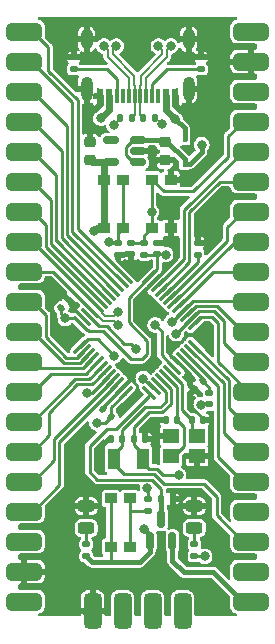
<source format=gbr>
%TF.GenerationSoftware,KiCad,Pcbnew,6.0.11-2627ca5db0~126~ubuntu20.04.1*%
%TF.CreationDate,2023-02-28T16:59:54+07:00*%
%TF.ProjectId,Bluepill-USB-C,426c7565-7069-46c6-9c2d-5553422d432e,rev?*%
%TF.SameCoordinates,Original*%
%TF.FileFunction,Copper,L1,Top*%
%TF.FilePolarity,Positive*%
%FSLAX46Y46*%
G04 Gerber Fmt 4.6, Leading zero omitted, Abs format (unit mm)*
G04 Created by KiCad (PCBNEW 6.0.11-2627ca5db0~126~ubuntu20.04.1) date 2023-02-28 16:59:54*
%MOMM*%
%LPD*%
G01*
G04 APERTURE LIST*
G04 Aperture macros list*
%AMRoundRect*
0 Rectangle with rounded corners*
0 $1 Rounding radius*
0 $2 $3 $4 $5 $6 $7 $8 $9 X,Y pos of 4 corners*
0 Add a 4 corners polygon primitive as box body*
4,1,4,$2,$3,$4,$5,$6,$7,$8,$9,$2,$3,0*
0 Add four circle primitives for the rounded corners*
1,1,$1+$1,$2,$3*
1,1,$1+$1,$4,$5*
1,1,$1+$1,$6,$7*
1,1,$1+$1,$8,$9*
0 Add four rect primitives between the rounded corners*
20,1,$1+$1,$2,$3,$4,$5,0*
20,1,$1+$1,$4,$5,$6,$7,0*
20,1,$1+$1,$6,$7,$8,$9,0*
20,1,$1+$1,$8,$9,$2,$3,0*%
G04 Aperture macros list end*
%TA.AperFunction,SMDPad,CuDef*%
%ADD10R,0.450000X0.600000*%
%TD*%
%TA.AperFunction,SMDPad,CuDef*%
%ADD11RoundRect,0.140000X-0.140000X-0.170000X0.140000X-0.170000X0.140000X0.170000X-0.140000X0.170000X0*%
%TD*%
%TA.AperFunction,SMDPad,CuDef*%
%ADD12RoundRect,0.135000X0.185000X-0.135000X0.185000X0.135000X-0.185000X0.135000X-0.185000X-0.135000X0*%
%TD*%
%TA.AperFunction,ComponentPad*%
%ADD13C,1.500000*%
%TD*%
%TA.AperFunction,ComponentPad*%
%ADD14RoundRect,0.375000X0.375000X-1.125000X0.375000X1.125000X-0.375000X1.125000X-0.375000X-1.125000X0*%
%TD*%
%TA.AperFunction,SMDPad,CuDef*%
%ADD15RoundRect,0.135000X-0.185000X0.135000X-0.185000X-0.135000X0.185000X-0.135000X0.185000X0.135000X0*%
%TD*%
%TA.AperFunction,SMDPad,CuDef*%
%ADD16RoundRect,0.140000X0.021213X-0.219203X0.219203X-0.021213X-0.021213X0.219203X-0.219203X0.021213X0*%
%TD*%
%TA.AperFunction,SMDPad,CuDef*%
%ADD17RoundRect,0.147500X-0.172500X0.147500X-0.172500X-0.147500X0.172500X-0.147500X0.172500X0.147500X0*%
%TD*%
%TA.AperFunction,SMDPad,CuDef*%
%ADD18RoundRect,0.140000X0.140000X0.170000X-0.140000X0.170000X-0.140000X-0.170000X0.140000X-0.170000X0*%
%TD*%
%TA.AperFunction,SMDPad,CuDef*%
%ADD19R,1.000000X0.900000*%
%TD*%
%TA.AperFunction,SMDPad,CuDef*%
%ADD20RoundRect,0.140000X-0.170000X0.140000X-0.170000X-0.140000X0.170000X-0.140000X0.170000X0.140000X0*%
%TD*%
%TA.AperFunction,SMDPad,CuDef*%
%ADD21RoundRect,0.075000X0.521491X-0.415425X-0.415425X0.521491X-0.521491X0.415425X0.415425X-0.521491X0*%
%TD*%
%TA.AperFunction,SMDPad,CuDef*%
%ADD22RoundRect,0.075000X0.521491X0.415425X0.415425X0.521491X-0.521491X-0.415425X-0.415425X-0.521491X0*%
%TD*%
%TA.AperFunction,SMDPad,CuDef*%
%ADD23R,1.400000X1.200000*%
%TD*%
%TA.AperFunction,SMDPad,CuDef*%
%ADD24RoundRect,0.243750X-0.456250X0.243750X-0.456250X-0.243750X0.456250X-0.243750X0.456250X0.243750X0*%
%TD*%
%TA.AperFunction,SMDPad,CuDef*%
%ADD25RoundRect,0.140000X0.170000X-0.140000X0.170000X0.140000X-0.170000X0.140000X-0.170000X-0.140000X0*%
%TD*%
%TA.AperFunction,ComponentPad*%
%ADD26RoundRect,0.375000X-1.125000X-0.375000X1.125000X-0.375000X1.125000X0.375000X-1.125000X0.375000X0*%
%TD*%
%TA.AperFunction,SMDPad,CuDef*%
%ADD27R,0.600000X1.240000*%
%TD*%
%TA.AperFunction,SMDPad,CuDef*%
%ADD28R,0.300000X1.240000*%
%TD*%
%TA.AperFunction,ComponentPad*%
%ADD29O,1.000000X1.800000*%
%TD*%
%TA.AperFunction,ComponentPad*%
%ADD30O,1.000000X2.100000*%
%TD*%
%TA.AperFunction,SMDPad,CuDef*%
%ADD31RoundRect,0.135000X0.135000X0.185000X-0.135000X0.185000X-0.135000X-0.185000X0.135000X-0.185000X0*%
%TD*%
%TA.AperFunction,SMDPad,CuDef*%
%ADD32RoundRect,0.140000X-0.021213X0.219203X-0.219203X0.021213X0.021213X-0.219203X0.219203X-0.021213X0*%
%TD*%
%TA.AperFunction,SMDPad,CuDef*%
%ADD33R,1.000000X1.800000*%
%TD*%
%TA.AperFunction,SMDPad,CuDef*%
%ADD34RoundRect,0.140000X0.219203X0.021213X0.021213X0.219203X-0.219203X-0.021213X-0.021213X-0.219203X0*%
%TD*%
%TA.AperFunction,ComponentPad*%
%ADD35RoundRect,0.375000X1.125000X0.375000X-1.125000X0.375000X-1.125000X-0.375000X1.125000X-0.375000X0*%
%TD*%
%TA.AperFunction,SMDPad,CuDef*%
%ADD36RoundRect,0.150000X0.512500X0.150000X-0.512500X0.150000X-0.512500X-0.150000X0.512500X-0.150000X0*%
%TD*%
%TA.AperFunction,SMDPad,CuDef*%
%ADD37RoundRect,0.225000X0.250000X-0.225000X0.250000X0.225000X-0.250000X0.225000X-0.250000X-0.225000X0*%
%TD*%
%TA.AperFunction,SMDPad,CuDef*%
%ADD38RoundRect,0.150000X0.150000X-0.587500X0.150000X0.587500X-0.150000X0.587500X-0.150000X-0.587500X0*%
%TD*%
%TA.AperFunction,SMDPad,CuDef*%
%ADD39RoundRect,0.135000X-0.135000X-0.185000X0.135000X-0.185000X0.135000X0.185000X-0.135000X0.185000X0*%
%TD*%
%TA.AperFunction,SMDPad,CuDef*%
%ADD40RoundRect,0.225000X-0.250000X0.225000X-0.250000X-0.225000X0.250000X-0.225000X0.250000X0.225000X0*%
%TD*%
%TA.AperFunction,ViaPad*%
%ADD41C,0.800000*%
%TD*%
%TA.AperFunction,Conductor*%
%ADD42C,0.400000*%
%TD*%
%TA.AperFunction,Conductor*%
%ADD43C,0.600000*%
%TD*%
%TA.AperFunction,Conductor*%
%ADD44C,0.250000*%
%TD*%
%TA.AperFunction,Conductor*%
%ADD45C,0.200000*%
%TD*%
G04 APERTURE END LIST*
D10*
%TO.P,D1,1,K*%
%TO.N,VCC*%
X154152600Y-89950000D03*
%TO.P,D1,2,A*%
%TO.N,VBUS*%
X154152600Y-87850000D03*
%TD*%
D11*
%TO.P,C9,1*%
%TO.N,/VBAT*%
X152191200Y-118323200D03*
%TO.P,C9,2*%
%TO.N,GND*%
X153151200Y-118323200D03*
%TD*%
D12*
%TO.P,R9,1*%
%TO.N,/PB2*%
X155250000Y-97660000D03*
%TO.P,R9,2*%
%TO.N,GND*%
X155250000Y-96640000D03*
%TD*%
D13*
%TO.P,J2,1,Pin_1*%
%TO.N,GND*%
X146354800Y-128524000D03*
D14*
X146354800Y-127824000D03*
%TO.P,J2,2,Pin_2*%
%TO.N,/PA14*%
X148894800Y-127824000D03*
D13*
X148894800Y-128524000D03*
%TO.P,J2,3,Pin_3*%
%TO.N,/PA13*%
X151434800Y-128524000D03*
D14*
X151434800Y-127824000D03*
D13*
%TO.P,J2,4,Pin_4*%
%TO.N,+3V3*%
X153974800Y-128524000D03*
D14*
X153974800Y-127824000D03*
%TD*%
D15*
%TO.P,R6,1*%
%TO.N,/BOOT0*%
X148550000Y-96640000D03*
%TO.P,R6,2*%
%TO.N,GND*%
X148550000Y-97660000D03*
%TD*%
D16*
%TO.P,C10,1*%
%TO.N,+3V3*%
X143710589Y-102189411D03*
%TO.P,C10,2*%
%TO.N,GND*%
X144389411Y-101510589D03*
%TD*%
D17*
%TO.P,FB1,1*%
%TO.N,VDDA*%
X156250000Y-109365000D03*
%TO.P,FB1,2*%
%TO.N,+3V3*%
X156250000Y-110335000D03*
%TD*%
D18*
%TO.P,C2,1*%
%TO.N,GND*%
X155730000Y-111650000D03*
%TO.P,C2,2*%
%TO.N,/XOUT*%
X154770000Y-111650000D03*
%TD*%
D19*
%TO.P,SW3,1,1*%
%TO.N,Net-(R10-Pad2)*%
X149500000Y-118300000D03*
X149500000Y-122400000D03*
%TO.P,SW3,2,2*%
%TO.N,+3V3*%
X147900000Y-118300000D03*
X147900000Y-122400000D03*
%TD*%
D20*
%TO.P,C5,1*%
%TO.N,/~{NRST}*%
X149650000Y-96670000D03*
%TO.P,C5,2*%
%TO.N,GND*%
X149650000Y-97630000D03*
%TD*%
D21*
%TO.P,U3,1,VBAT*%
%TO.N,/VBAT*%
X151163588Y-109337876D03*
%TO.P,U3,2,PC13*%
%TO.N,/PC13*%
X151517142Y-108984322D03*
%TO.P,U3,3,PC14*%
%TO.N,/PC14*%
X151870695Y-108630769D03*
%TO.P,U3,4,PC15*%
%TO.N,/PC15*%
X152224249Y-108277215D03*
%TO.P,U3,5,PD0*%
%TO.N,/XIN*%
X152577802Y-107923662D03*
%TO.P,U3,6,PD1*%
%TO.N,/XOUT*%
X152931355Y-107570109D03*
%TO.P,U3,7,NRST*%
%TO.N,/~{NRST}*%
X153284909Y-107216555D03*
%TO.P,U3,8,VSSA*%
%TO.N,GND*%
X153638462Y-106863002D03*
%TO.P,U3,9,VDDA*%
%TO.N,VDDA*%
X153992015Y-106509449D03*
%TO.P,U3,10,PA0*%
%TO.N,/PA0*%
X154345569Y-106155895D03*
%TO.P,U3,11,PA1*%
%TO.N,/PA1*%
X154699122Y-105802342D03*
%TO.P,U3,12,PA2*%
%TO.N,/PA2*%
X155052676Y-105448788D03*
D22*
%TO.P,U3,13,PA3*%
%TO.N,/PA3*%
X155052676Y-103451212D03*
%TO.P,U3,14,PA4*%
%TO.N,/PA4*%
X154699122Y-103097658D03*
%TO.P,U3,15,PA5*%
%TO.N,/MEM_CLK*%
X154345569Y-102744105D03*
%TO.P,U3,16,PA6*%
%TO.N,/MEM_MISO*%
X153992015Y-102390551D03*
%TO.P,U3,17,PA7*%
%TO.N,/MEM_MOSI*%
X153638462Y-102036998D03*
%TO.P,U3,18,PB0*%
%TO.N,/PB0*%
X153284909Y-101683445D03*
%TO.P,U3,19,PB1*%
%TO.N,/PB1*%
X152931355Y-101329891D03*
%TO.P,U3,20,PB2*%
%TO.N,/PB2*%
X152577802Y-100976338D03*
%TO.P,U3,21,PB10*%
%TO.N,/PB10*%
X152224249Y-100622785D03*
%TO.P,U3,22,PB11*%
%TO.N,/PB11*%
X151870695Y-100269231D03*
%TO.P,U3,23,VSS*%
%TO.N,GND*%
X151517142Y-99915678D03*
%TO.P,U3,24,VDD*%
%TO.N,+3V3*%
X151163588Y-99562124D03*
D21*
%TO.P,U3,25,PB12*%
%TO.N,/PB12*%
X149166012Y-99562124D03*
%TO.P,U3,26,PB13*%
%TO.N,/PB13*%
X148812458Y-99915678D03*
%TO.P,U3,27,PB14*%
%TO.N,/PB14*%
X148458905Y-100269231D03*
%TO.P,U3,28,PB15*%
%TO.N,/PB15*%
X148105351Y-100622785D03*
%TO.P,U3,29,PA8*%
%TO.N,/PA8*%
X147751798Y-100976338D03*
%TO.P,U3,30,PA9*%
%TO.N,/PA9*%
X147398245Y-101329891D03*
%TO.P,U3,31,PA10*%
%TO.N,/PA10*%
X147044691Y-101683445D03*
%TO.P,U3,32,PA11*%
%TO.N,/PA11*%
X146691138Y-102036998D03*
%TO.P,U3,33,PA12*%
%TO.N,/PA12*%
X146337585Y-102390551D03*
%TO.P,U3,34,PA13*%
%TO.N,/PA13*%
X145984031Y-102744105D03*
%TO.P,U3,35,VSS*%
%TO.N,GND*%
X145630478Y-103097658D03*
%TO.P,U3,36,VDD*%
%TO.N,+3V3*%
X145276924Y-103451212D03*
D22*
%TO.P,U3,37,PA14*%
%TO.N,/PA14*%
X145276924Y-105448788D03*
%TO.P,U3,38,PA15*%
%TO.N,/PA15*%
X145630478Y-105802342D03*
%TO.P,U3,39,PB3*%
%TO.N,/PB3*%
X145984031Y-106155895D03*
%TO.P,U3,40,PB4*%
%TO.N,/PB4*%
X146337585Y-106509449D03*
%TO.P,U3,41,PB5*%
%TO.N,/PB5*%
X146691138Y-106863002D03*
%TO.P,U3,42,PB6*%
%TO.N,/PB6*%
X147044691Y-107216555D03*
%TO.P,U3,43,PB7*%
%TO.N,/PB7*%
X147398245Y-107570109D03*
%TO.P,U3,44,BOOT0*%
%TO.N,/BOOT0*%
X147751798Y-107923662D03*
%TO.P,U3,45,PB8*%
%TO.N,/PB8*%
X148105351Y-108277215D03*
%TO.P,U3,46,PB9*%
%TO.N,/PB9*%
X148458905Y-108630769D03*
%TO.P,U3,47,VSS*%
%TO.N,GND*%
X148812458Y-108984322D03*
%TO.P,U3,48,VDD*%
%TO.N,+3V3*%
X149166012Y-109337876D03*
%TD*%
D23*
%TO.P,Y2,1,1*%
%TO.N,/XIN*%
X153010000Y-114732000D03*
%TO.P,Y2,2,2*%
%TO.N,GND*%
X155210000Y-114732000D03*
%TO.P,Y2,3,3*%
%TO.N,/XOUT*%
X155210000Y-113032000D03*
%TO.P,Y2,4,4*%
%TO.N,GND*%
X153010000Y-113032000D03*
%TD*%
D19*
%TO.P,SW1,1,1*%
%TO.N,+3V3*%
X147364800Y-95400000D03*
X147364800Y-91300000D03*
%TO.P,SW1,2,2*%
%TO.N,/BOOT0*%
X148964800Y-95400000D03*
X148964800Y-91300000D03*
%TD*%
D24*
%TO.P,D3,1,K*%
%TO.N,GND*%
X154971200Y-118935700D03*
%TO.P,D3,2,A*%
%TO.N,Net-(D3-Pad2)*%
X154971200Y-120810700D03*
%TD*%
D25*
%TO.P,C11,1*%
%TO.N,+3V3*%
X151850000Y-97630000D03*
%TO.P,C11,2*%
%TO.N,GND*%
X151850000Y-96670000D03*
%TD*%
D19*
%TO.P,SW2,1,1*%
%TO.N,/~{NRST}*%
X151364800Y-95400000D03*
X151364800Y-91300000D03*
%TO.P,SW2,2,2*%
%TO.N,GND*%
X152964800Y-95400000D03*
X152964800Y-91300000D03*
%TD*%
D15*
%TO.P,R5,1*%
%TO.N,/~{NRST}*%
X150750000Y-96640000D03*
%TO.P,R5,2*%
%TO.N,+3V3*%
X150750000Y-97660000D03*
%TD*%
D26*
%TO.P,J3,1,Pin_1*%
%TO.N,/PB12*%
X140574800Y-78765400D03*
D13*
X139824800Y-78765400D03*
%TO.P,J3,2,Pin_2*%
%TO.N,/PB13*%
X139824800Y-81305400D03*
D26*
X140574800Y-81305400D03*
%TO.P,J3,3,Pin_3*%
%TO.N,/PB14*%
X140574800Y-83845400D03*
D13*
X139824800Y-83845400D03*
%TO.P,J3,4,Pin_4*%
%TO.N,/PB15*%
X139824800Y-86385400D03*
D26*
X140574800Y-86385400D03*
%TO.P,J3,5,Pin_5*%
%TO.N,/PA8*%
X140574800Y-88925400D03*
D13*
X139824800Y-88925400D03*
D26*
%TO.P,J3,6,Pin_6*%
%TO.N,/PA9*%
X140574800Y-91465400D03*
D13*
X139824800Y-91465400D03*
D26*
%TO.P,J3,7,Pin_7*%
%TO.N,/PA10*%
X140574800Y-94005400D03*
D13*
X139824800Y-94005400D03*
%TO.P,J3,8,Pin_8*%
%TO.N,/PA11*%
X139824800Y-96545400D03*
D26*
X140574800Y-96545400D03*
D13*
%TO.P,J3,9,Pin_9*%
%TO.N,/PA12*%
X139824800Y-99085400D03*
D26*
X140574800Y-99085400D03*
%TO.P,J3,10,Pin_10*%
%TO.N,/PA15*%
X140574800Y-101625400D03*
D13*
X139824800Y-101625400D03*
%TO.P,J3,11,Pin_11*%
%TO.N,/PB3*%
X139824800Y-104165400D03*
D26*
X140574800Y-104165400D03*
%TO.P,J3,12,Pin_12*%
%TO.N,/PB4*%
X140574800Y-106705400D03*
D13*
X139824800Y-106705400D03*
%TO.P,J3,13,Pin_13*%
%TO.N,/PB5*%
X139824800Y-109245400D03*
D26*
X140574800Y-109245400D03*
%TO.P,J3,14,Pin_14*%
%TO.N,/PB6*%
X140574800Y-111785400D03*
D13*
X139824800Y-111785400D03*
%TO.P,J3,15,Pin_15*%
%TO.N,/PB7*%
X139824800Y-114325400D03*
D26*
X140574800Y-114325400D03*
%TO.P,J3,16,Pin_16*%
%TO.N,/PB8*%
X140574800Y-116865400D03*
D13*
X139824800Y-116865400D03*
%TO.P,J3,17,Pin_17*%
%TO.N,/PB9*%
X139824800Y-119405400D03*
D26*
X140574800Y-119405400D03*
%TO.P,J3,18,Pin_18*%
%TO.N,VCC*%
X140574800Y-121945400D03*
D13*
X139824800Y-121945400D03*
%TO.P,J3,19,Pin_19*%
%TO.N,GND*%
X139824800Y-124485400D03*
D26*
X140574800Y-124485400D03*
D13*
%TO.P,J3,20,Pin_20*%
%TO.N,+3V3*%
X139824800Y-127025400D03*
D26*
X140574800Y-127025400D03*
%TD*%
D27*
%TO.P,J1,A1,GND*%
%TO.N,GND*%
X153364800Y-84212830D03*
%TO.P,J1,A4,VBUS*%
%TO.N,VBUS*%
X152564800Y-84212830D03*
D28*
%TO.P,J1,A5,CC1*%
%TO.N,Net-(J1-PadA5)*%
X151414800Y-84212830D03*
%TO.P,J1,A6,D+*%
%TO.N,/D+*%
X150414800Y-84212830D03*
%TO.P,J1,A7,D-*%
%TO.N,/D-*%
X149914800Y-84212830D03*
%TO.P,J1,A8,SBU1*%
%TO.N,unconnected-(J1-PadA8)*%
X148914800Y-84212830D03*
D27*
%TO.P,J1,A9,VBUS*%
%TO.N,VBUS*%
X147764800Y-84212830D03*
%TO.P,J1,A12,GND*%
%TO.N,GND*%
X146964800Y-84212830D03*
%TO.P,J1,B1,GND*%
X146964800Y-84212830D03*
%TO.P,J1,B4,VBUS*%
%TO.N,VBUS*%
X147764800Y-84212830D03*
D28*
%TO.P,J1,B5,CC2*%
%TO.N,Net-(J1-PadB5)*%
X148414800Y-84212830D03*
%TO.P,J1,B6,D+*%
%TO.N,/D+*%
X149414800Y-84212830D03*
%TO.P,J1,B7,D-*%
%TO.N,/D-*%
X150914800Y-84212830D03*
%TO.P,J1,B8,SBU2*%
%TO.N,unconnected-(J1-PadB8)*%
X151914800Y-84212830D03*
D27*
%TO.P,J1,B9,VBUS*%
%TO.N,VBUS*%
X152564800Y-84212830D03*
%TO.P,J1,B12,GND*%
%TO.N,GND*%
X153364800Y-84212830D03*
D29*
%TO.P,J1,S1,SHIELD*%
X145844800Y-79412830D03*
D30*
X145844800Y-83612830D03*
D29*
X154484800Y-79412830D03*
D30*
X154484800Y-83612830D03*
%TD*%
D12*
%TO.P,R2,1*%
%TO.N,Net-(J1-PadB5)*%
X144750000Y-81960000D03*
%TO.P,R2,2*%
%TO.N,GND*%
X144750000Y-80940000D03*
%TD*%
D15*
%TO.P,R8,1*%
%TO.N,Net-(D3-Pad2)*%
X154971200Y-122163200D03*
%TO.P,R8,2*%
%TO.N,/PC13*%
X154971200Y-123183200D03*
%TD*%
D31*
%TO.P,R3,1*%
%TO.N,/D-*%
X149710000Y-86050000D03*
%TO.P,R3,2*%
%TO.N,/PA12*%
X148690000Y-86050000D03*
%TD*%
D32*
%TO.P,C13,1*%
%TO.N,VDDA*%
X155689411Y-108360589D03*
%TO.P,C13,2*%
%TO.N,GND*%
X155010589Y-109039411D03*
%TD*%
D18*
%TO.P,C4,1*%
%TO.N,GND*%
X150830000Y-113250000D03*
%TO.P,C4,2*%
%TO.N,/PC15*%
X149870000Y-113250000D03*
%TD*%
D33*
%TO.P,Y1,1,1*%
%TO.N,/PC15*%
X150650000Y-114950000D03*
%TO.P,Y1,2,2*%
%TO.N,/PC14*%
X148150000Y-114950000D03*
%TD*%
D34*
%TO.P,C12,1*%
%TO.N,+3V3*%
X147939411Y-111389411D03*
%TO.P,C12,2*%
%TO.N,GND*%
X147260589Y-110710589D03*
%TD*%
D24*
%TO.P,D2,1,K*%
%TO.N,GND*%
X145821200Y-118935700D03*
%TO.P,D2,2,A*%
%TO.N,Net-(D2-Pad2)*%
X145821200Y-120810700D03*
%TD*%
D15*
%TO.P,R7,1*%
%TO.N,Net-(D2-Pad2)*%
X145821200Y-122163200D03*
%TO.P,R7,2*%
%TO.N,+3V3*%
X145821200Y-123183200D03*
%TD*%
D13*
%TO.P,J4,1,Pin_1*%
%TO.N,/VB*%
X160504800Y-127025400D03*
D35*
X159754800Y-127025400D03*
%TO.P,J4,2,Pin_2*%
%TO.N,/PC15*%
X159754800Y-124485400D03*
D13*
X160504800Y-124485400D03*
D35*
%TO.P,J4,3,Pin_3*%
%TO.N,/PC14*%
X159754800Y-121945400D03*
D13*
X160504800Y-121945400D03*
D35*
%TO.P,J4,4,Pin_4*%
%TO.N,/PC13*%
X159754800Y-119405400D03*
D13*
X160504800Y-119405400D03*
%TO.P,J4,5,Pin_5*%
%TO.N,/PA0*%
X160504800Y-116865400D03*
D35*
X159754800Y-116865400D03*
%TO.P,J4,6,Pin_6*%
%TO.N,/PA1*%
X159754800Y-114325400D03*
D13*
X160504800Y-114325400D03*
D35*
%TO.P,J4,7,Pin_7*%
%TO.N,/PA2*%
X159754800Y-111785400D03*
D13*
X160504800Y-111785400D03*
D35*
%TO.P,J4,8,Pin_8*%
%TO.N,/PA3*%
X159754800Y-109245400D03*
D13*
X160504800Y-109245400D03*
D35*
%TO.P,J4,9,Pin_9*%
%TO.N,/PA4*%
X159754800Y-106705400D03*
D13*
X160504800Y-106705400D03*
D35*
%TO.P,J4,10,Pin_10*%
%TO.N,/MEM_CLK*%
X159754800Y-104165400D03*
D13*
X160504800Y-104165400D03*
%TO.P,J4,11,Pin_11*%
%TO.N,/MEM_MISO*%
X160504800Y-101625400D03*
D35*
X159754800Y-101625400D03*
D13*
%TO.P,J4,12,Pin_12*%
%TO.N,/MEM_MOSI*%
X160504800Y-99085400D03*
D35*
X159754800Y-99085400D03*
D13*
%TO.P,J4,13,Pin_13*%
%TO.N,/PB0*%
X160504800Y-96545400D03*
D35*
X159754800Y-96545400D03*
%TO.P,J4,14,Pin_14*%
%TO.N,/PB1*%
X159754800Y-94005400D03*
D13*
X160504800Y-94005400D03*
%TO.P,J4,15,Pin_15*%
%TO.N,/PB10*%
X160504800Y-91465400D03*
D35*
X159754800Y-91465400D03*
%TO.P,J4,16,Pin_16*%
%TO.N,/PB11*%
X159754800Y-88925400D03*
D13*
X160504800Y-88925400D03*
D35*
%TO.P,J4,17,Pin_17*%
%TO.N,/~{NRST}*%
X159754800Y-86385400D03*
D13*
X160504800Y-86385400D03*
%TO.P,J4,18,Pin_18*%
%TO.N,+3V3*%
X160504800Y-83845400D03*
D35*
X159754800Y-83845400D03*
D13*
%TO.P,J4,19,Pin_19*%
%TO.N,GND*%
X160504800Y-81305400D03*
D35*
X159754800Y-81305400D03*
D13*
%TO.P,J4,20,Pin_20*%
%TO.N,VCC*%
X160504800Y-78765400D03*
D35*
X159754800Y-78765400D03*
%TD*%
D36*
%TO.P,U1,1,IN*%
%TO.N,VCC*%
X150187500Y-89850000D03*
%TO.P,U1,2,GND*%
%TO.N,GND*%
X150187500Y-88900000D03*
%TO.P,U1,3,EN*%
%TO.N,VCC*%
X150187500Y-87950000D03*
%TO.P,U1,4,BP*%
%TO.N,unconnected-(U1-Pad4)*%
X147912500Y-87950000D03*
%TO.P,U1,5,OUT*%
%TO.N,+3V3*%
X147912500Y-89850000D03*
%TD*%
D12*
%TO.P,R1,1*%
%TO.N,Net-(J1-PadA5)*%
X155550000Y-81960000D03*
%TO.P,R1,2*%
%TO.N,GND*%
X155550000Y-80940000D03*
%TD*%
D37*
%TO.P,C7,1*%
%TO.N,+3V3*%
X146150000Y-89675000D03*
%TO.P,C7,2*%
%TO.N,GND*%
X146150000Y-88125000D03*
%TD*%
D38*
%TO.P,D4,1*%
%TO.N,+3V3*%
X151221200Y-121910700D03*
%TO.P,D4,2*%
%TO.N,/VB*%
X153121200Y-121910700D03*
%TO.P,D4,3*%
%TO.N,/VBAT*%
X152171200Y-120035700D03*
%TD*%
D15*
%TO.P,R10,1*%
%TO.N,/PA0*%
X151021200Y-118313200D03*
%TO.P,R10,2*%
%TO.N,Net-(R10-Pad2)*%
X151021200Y-119333200D03*
%TD*%
D11*
%TO.P,C3,1*%
%TO.N,GND*%
X147920000Y-113250000D03*
%TO.P,C3,2*%
%TO.N,/PC14*%
X148880000Y-113250000D03*
%TD*%
%TO.P,C1,1*%
%TO.N,GND*%
X152540000Y-111650000D03*
%TO.P,C1,2*%
%TO.N,/XIN*%
X153500000Y-111650000D03*
%TD*%
D39*
%TO.P,R4,1*%
%TO.N,/D+*%
X150640000Y-86050000D03*
%TO.P,R4,2*%
%TO.N,/PA11*%
X151660000Y-86050000D03*
%TD*%
D40*
%TO.P,C6,1*%
%TO.N,VCC*%
X152450000Y-88125000D03*
%TO.P,C6,2*%
%TO.N,GND*%
X152450000Y-89675000D03*
%TD*%
D41*
%TO.N,GND*%
X154500000Y-85400000D03*
X144700000Y-104500000D03*
X145900000Y-117750000D03*
X146950000Y-114200000D03*
X156311600Y-87020400D03*
X150500000Y-98850000D03*
X151600000Y-89700000D03*
X146950000Y-115750000D03*
X152450000Y-93900000D03*
X150300000Y-102250000D03*
X157950000Y-123200000D03*
X150200000Y-126000000D03*
X153300000Y-120150000D03*
X155250000Y-116000000D03*
X147650000Y-126000000D03*
X146150000Y-87050000D03*
X151300000Y-112100000D03*
X145850000Y-85350000D03*
X152700000Y-126000000D03*
X157800000Y-92650000D03*
X155450000Y-95200000D03*
%TO.N,/PC15*%
X153650000Y-116325500D03*
%TO.N,/~{NRST}*%
X151650000Y-103600000D03*
X151350000Y-94050000D03*
%TO.N,VCC*%
X155600000Y-88350000D03*
%TO.N,+3V3*%
X150700000Y-120900000D03*
X146500000Y-95650000D03*
X152550000Y-97650000D03*
X146700000Y-111900000D03*
X144050000Y-103050000D03*
X155550000Y-110350000D03*
%TO.N,VBUS*%
X153376705Y-86193677D03*
X147036412Y-86106641D03*
%TO.N,/PA13*%
X150050000Y-105650000D03*
%TO.N,/PA14*%
X148200000Y-106200000D03*
%TO.N,/PA11*%
X152200000Y-86600000D03*
X148500000Y-102525000D03*
%TO.N,/MEM_MISO*%
X153050000Y-103350000D03*
%TO.N,/PA4*%
X153450000Y-104350000D03*
%TO.N,/PA0*%
X151000000Y-117450000D03*
%TO.N,/PC13*%
X150649865Y-108149086D03*
%TO.N,/BOOT0*%
X147750000Y-96600000D03*
X145880181Y-109344779D03*
%TO.N,/PC13*%
X155850000Y-123200000D03*
%TO.N,/D+*%
X147325000Y-80000000D03*
X151925000Y-80000000D03*
X147325000Y-80000000D03*
%TO.N,/D-*%
X148375000Y-80000000D03*
X148375000Y-80000000D03*
X152975000Y-80000000D03*
%TO.N,/PA12*%
X148150000Y-86650000D03*
X148500000Y-103575000D03*
%TD*%
D42*
%TO.N,VCC*%
X154152600Y-89950000D02*
X154152600Y-89585800D01*
X154152600Y-89585800D02*
X152691800Y-88125000D01*
X152691800Y-88125000D02*
X152450000Y-88125000D01*
X154152600Y-89950000D02*
X154601200Y-89950000D01*
X154601200Y-89950000D02*
X155600000Y-88951200D01*
X155600000Y-88951200D02*
X155600000Y-88350000D01*
%TO.N,VBUS*%
X154152600Y-87850000D02*
X154152600Y-86969572D01*
X154152600Y-86969572D02*
X153376705Y-86193677D01*
D43*
%TO.N,GND*%
X146964800Y-84935200D02*
X146550000Y-85350000D01*
D44*
X149600000Y-108200000D02*
X149600000Y-107700000D01*
D43*
X146550000Y-85350000D02*
X145850000Y-85350000D01*
D44*
X144389411Y-101871391D02*
X145615678Y-103097658D01*
X151550000Y-106650000D02*
X151550000Y-104700000D01*
X155730000Y-111650000D02*
X155730000Y-111555305D01*
X154650000Y-109400000D02*
X155010589Y-109039411D01*
X152964800Y-96364800D02*
X152964800Y-95400000D01*
X154650000Y-107874540D02*
X153638462Y-106863002D01*
X153613002Y-106863002D02*
X152950000Y-106200000D01*
X153500000Y-97900000D02*
X153500000Y-96900000D01*
X149600000Y-107700000D02*
X150050000Y-107250000D01*
X151517142Y-99882858D02*
X153500000Y-97900000D01*
D43*
X153364800Y-84212830D02*
X153364800Y-84964800D01*
D44*
X154650000Y-108678822D02*
X154650000Y-107874540D01*
X154650000Y-110475305D02*
X154650000Y-109400000D01*
D43*
X153800000Y-85400000D02*
X154500000Y-85400000D01*
D44*
X148812458Y-108984322D02*
X148815678Y-108984322D01*
D43*
X153364800Y-84964800D02*
X153800000Y-85400000D01*
D44*
X155010589Y-109039411D02*
X154650000Y-108678822D01*
X147260589Y-110536191D02*
X147260589Y-110710589D01*
D42*
X147650000Y-113250000D02*
X146950000Y-113950000D01*
D44*
X150300000Y-102250000D02*
X150300000Y-101132820D01*
X151517142Y-99915678D02*
X151517142Y-99882858D01*
X144389411Y-101510589D02*
X144389411Y-101871391D01*
X150050000Y-107250000D02*
X150950000Y-107250000D01*
X150300000Y-101132820D02*
X151517142Y-99915678D01*
X148815678Y-108984322D02*
X149600000Y-108200000D01*
X150300000Y-103450000D02*
X150300000Y-102250000D01*
X153500000Y-96900000D02*
X152964800Y-96364800D01*
X153638462Y-106863002D02*
X153613002Y-106863002D01*
X152950000Y-106200000D02*
X152950000Y-105600000D01*
X151550000Y-104700000D02*
X150300000Y-103450000D01*
D43*
X146964800Y-84212830D02*
X146964800Y-84935200D01*
D44*
X148812458Y-108984322D02*
X147260589Y-110536191D01*
X150950000Y-107250000D02*
X151550000Y-106650000D01*
X155730000Y-111555305D02*
X154650000Y-110475305D01*
D42*
X147920000Y-113250000D02*
X147650000Y-113250000D01*
X146950000Y-113950000D02*
X146950000Y-114200000D01*
D44*
%TO.N,/XIN*%
X153010000Y-114732000D02*
X153260000Y-114732000D01*
X154100000Y-112250000D02*
X153500000Y-111650000D01*
X153500000Y-108845860D02*
X153500000Y-111650000D01*
X153260000Y-114732000D02*
X154100000Y-113892000D01*
X154100000Y-113892000D02*
X154100000Y-112250000D01*
X152577802Y-107923662D02*
X153500000Y-108845860D01*
%TO.N,/XOUT*%
X153950000Y-110830000D02*
X154770000Y-111650000D01*
X155210000Y-113032000D02*
X154770000Y-112592000D01*
X152931355Y-107570109D02*
X153950000Y-108588754D01*
X154770000Y-112592000D02*
X154770000Y-111650000D01*
X153950000Y-108588754D02*
X153950000Y-110830000D01*
%TO.N,/PC14*%
X152550000Y-110100000D02*
X152085000Y-110565000D01*
X149000000Y-116250000D02*
X148150000Y-115400000D01*
X152085000Y-110565000D02*
X150835000Y-110565000D01*
X155750000Y-117050000D02*
X152386396Y-117050000D01*
X148880000Y-113250000D02*
X148880000Y-113820000D01*
X156850000Y-119740600D02*
X156850000Y-118150000D01*
X148880000Y-113820000D02*
X148150000Y-114550000D01*
X150835000Y-110565000D02*
X148880000Y-112520000D01*
X152550000Y-109310074D02*
X152550000Y-110100000D01*
X148150000Y-114550000D02*
X148150000Y-114950000D01*
X159054800Y-121945400D02*
X156850000Y-119740600D01*
X152386396Y-117050000D02*
X151586396Y-116250000D01*
X148880000Y-112520000D02*
X148880000Y-113250000D01*
X151586396Y-116250000D02*
X149000000Y-116250000D01*
X156850000Y-118150000D02*
X155750000Y-117050000D01*
X151870695Y-108630769D02*
X152550000Y-109310074D01*
X148150000Y-115400000D02*
X148150000Y-114950000D01*
%TO.N,/PC15*%
X149870000Y-113770000D02*
X150650000Y-114550000D01*
X151150000Y-115800000D02*
X150650000Y-115300000D01*
X150650000Y-114550000D02*
X150650000Y-114950000D01*
X149870000Y-113250000D02*
X149870000Y-113770000D01*
X151772792Y-115800000D02*
X151150000Y-115800000D01*
X153000000Y-110286396D02*
X152271396Y-111015000D01*
X151135000Y-111015000D02*
X149870000Y-112280000D01*
X150650000Y-115300000D02*
X150650000Y-114950000D01*
X153650000Y-116325500D02*
X152298292Y-116325500D01*
X152298292Y-116325500D02*
X151772792Y-115800000D01*
X149870000Y-112280000D02*
X149870000Y-113250000D01*
X152224249Y-108277215D02*
X153000000Y-109052966D01*
X152271396Y-111015000D02*
X151135000Y-111015000D01*
X153000000Y-109052966D02*
X153000000Y-110286396D01*
%TO.N,/~{NRST}*%
X152200000Y-104163604D02*
X151668198Y-103631802D01*
X151364800Y-91300000D02*
X152364800Y-92300000D01*
X149650000Y-96670000D02*
X150720000Y-96670000D01*
X151350000Y-95385200D02*
X151364800Y-95400000D01*
X150750000Y-96014800D02*
X151364800Y-95400000D01*
X152364800Y-92300000D02*
X154900000Y-92300000D01*
X151668198Y-103631802D02*
X151650000Y-103613604D01*
X150750000Y-96640000D02*
X150750000Y-96014800D01*
X152200000Y-105150000D02*
X152200000Y-104163604D01*
X151350000Y-94050000D02*
X151350000Y-95385200D01*
X154900000Y-92300000D02*
X157850000Y-89350000D01*
X152200000Y-106131646D02*
X152200000Y-105150000D01*
X151650000Y-103613604D02*
X151650000Y-103600000D01*
X153284909Y-107216555D02*
X152200000Y-106131646D01*
X151364800Y-91300000D02*
X151364800Y-95400000D01*
X150720000Y-96670000D02*
X150750000Y-96640000D01*
X157850000Y-89350000D02*
X157850000Y-87590200D01*
X157850000Y-87590200D02*
X159054800Y-86385400D01*
%TO.N,VCC*%
X149200000Y-88553249D02*
X149803249Y-87950000D01*
X150187500Y-89850000D02*
X149803249Y-89850000D01*
D42*
X152275000Y-87950000D02*
X152450000Y-88125000D01*
D44*
X149803249Y-89850000D02*
X149200000Y-89246751D01*
X149803249Y-87950000D02*
X150187500Y-87950000D01*
X149200000Y-89246751D02*
X149200000Y-88553249D01*
D42*
X150187500Y-87950000D02*
X152275000Y-87950000D01*
D43*
%TO.N,+3V3*%
X147364800Y-91300000D02*
X147364800Y-89850000D01*
D44*
X147250000Y-104150000D02*
X149600000Y-106500000D01*
X145276924Y-103451212D02*
X144825712Y-103000000D01*
X155565000Y-110335000D02*
X155550000Y-110350000D01*
D42*
X145821200Y-123183200D02*
X145833200Y-123183200D01*
D44*
X145950000Y-104019149D02*
X146080851Y-104150000D01*
X149400000Y-103400000D02*
X149400000Y-101325712D01*
X147900000Y-122400000D02*
X147900000Y-123700000D01*
X151148788Y-99562124D02*
X151850000Y-98860912D01*
X147944792Y-110559096D02*
X147944792Y-110881986D01*
X145844861Y-104019149D02*
X145950000Y-104019149D01*
X144825712Y-103000000D02*
X144100000Y-103000000D01*
X147900000Y-118300000D02*
X147900000Y-122400000D01*
D42*
X145833200Y-123183200D02*
X146350000Y-123700000D01*
D44*
X156250000Y-110335000D02*
X155565000Y-110335000D01*
D43*
X147912500Y-89850000D02*
X146325000Y-89850000D01*
D44*
X147939411Y-111389411D02*
X147428822Y-111900000D01*
X151850000Y-98860912D02*
X151850000Y-97630000D01*
X147428822Y-111900000D02*
X146700000Y-111900000D01*
X143710589Y-102189411D02*
X143710589Y-102710589D01*
X149400000Y-101325712D02*
X151163588Y-99562124D01*
X150500000Y-106500000D02*
X150950000Y-106050000D01*
X147944792Y-110881986D02*
X147939411Y-110887367D01*
X151850000Y-97630000D02*
X152530000Y-97630000D01*
X152530000Y-97630000D02*
X152550000Y-97650000D01*
D42*
X150350000Y-123700000D02*
X151221200Y-122828800D01*
X151221200Y-122828800D02*
X151221200Y-121910700D01*
D43*
X147364800Y-91300000D02*
X147364800Y-95400000D01*
D44*
X147939411Y-110887367D02*
X147939411Y-111389411D01*
X143710589Y-102710589D02*
X144050000Y-103050000D01*
D43*
X146325000Y-89850000D02*
X146150000Y-89675000D01*
X146750000Y-95400000D02*
X146500000Y-95650000D01*
D42*
X151221200Y-121421200D02*
X150700000Y-120900000D01*
X147900000Y-123700000D02*
X150350000Y-123700000D01*
X146350000Y-123700000D02*
X147900000Y-123700000D01*
D43*
X147364800Y-95400000D02*
X146750000Y-95400000D01*
D44*
X144100000Y-103000000D02*
X144050000Y-103050000D01*
X149600000Y-106500000D02*
X150500000Y-106500000D01*
D42*
X151221200Y-121910700D02*
X151221200Y-121421200D01*
D44*
X150950000Y-106050000D02*
X150950000Y-104950000D01*
X151820000Y-97660000D02*
X151850000Y-97630000D01*
X146080851Y-104150000D02*
X147250000Y-104150000D01*
X145276924Y-103451212D02*
X145844861Y-104019149D01*
X150750000Y-97660000D02*
X151820000Y-97660000D01*
X149166012Y-109337876D02*
X147944792Y-110559096D01*
D43*
X147364800Y-89850000D02*
X147912500Y-89850000D01*
D44*
X150950000Y-104950000D02*
X149400000Y-103400000D01*
%TO.N,/VBAT*%
X146100000Y-113865218D02*
X146100000Y-116050000D01*
X147565218Y-112400000D02*
X146100000Y-113865218D01*
X146750000Y-116700000D02*
X151400000Y-116700000D01*
D42*
X152171200Y-118343200D02*
X152191200Y-118323200D01*
D44*
X152191200Y-117491200D02*
X152191200Y-118323200D01*
D42*
X152171200Y-120035700D02*
X152171200Y-118343200D01*
D44*
X146100000Y-116050000D02*
X146750000Y-116700000D01*
X151400000Y-116700000D02*
X152191200Y-117491200D01*
X151163588Y-109337876D02*
X151163588Y-109600016D01*
X151163588Y-109600016D02*
X148363604Y-112400000D01*
X148363604Y-112400000D02*
X147565218Y-112400000D01*
%TO.N,VDDA*%
X156250000Y-108921178D02*
X156250000Y-109365000D01*
X155689411Y-108206845D02*
X153992015Y-106509449D01*
X155689411Y-108360589D02*
X156250000Y-108921178D01*
X155689411Y-108360589D02*
X155689411Y-108206845D01*
D43*
%TO.N,VBUS*%
X152564800Y-85381772D02*
X153376705Y-86193677D01*
X147764800Y-84212830D02*
X147764800Y-85378253D01*
X147764800Y-85378253D02*
X147036412Y-86106641D01*
X152564800Y-84212830D02*
X152564800Y-85381772D01*
D44*
%TO.N,Net-(D2-Pad2)*%
X145821200Y-122163200D02*
X145821200Y-120810700D01*
%TO.N,Net-(D3-Pad2)*%
X154971200Y-122163200D02*
X154971200Y-120810700D01*
D42*
%TO.N,/VB*%
X154100000Y-124550000D02*
X156579400Y-124550000D01*
X153121200Y-121910700D02*
X153121200Y-123571200D01*
X156579400Y-124550000D02*
X159054800Y-127025400D01*
X153121200Y-123571200D02*
X154100000Y-124550000D01*
D44*
%TO.N,Net-(J1-PadA5)*%
X152690000Y-81960000D02*
X155550000Y-81960000D01*
X151414800Y-84212830D02*
X151414800Y-83235200D01*
X151414800Y-83235200D02*
X152690000Y-81960000D01*
%TO.N,Net-(J1-PadB5)*%
X148414800Y-82814800D02*
X147560000Y-81960000D01*
X147560000Y-81960000D02*
X144750000Y-81960000D01*
X148414800Y-84212830D02*
X148414800Y-82814800D01*
%TO.N,/PA13*%
X146939926Y-103700000D02*
X147550000Y-103700000D01*
X149600000Y-105200000D02*
X150050000Y-105650000D01*
X145984031Y-102744105D02*
X146939926Y-103700000D01*
X147550000Y-103700000D02*
X149050000Y-105200000D01*
X149050000Y-105200000D02*
X149600000Y-105200000D01*
%TO.N,/PA14*%
X145276924Y-105448788D02*
X145301212Y-105448788D01*
X145950000Y-104800000D02*
X146800000Y-104800000D01*
X145301212Y-105448788D02*
X145950000Y-104800000D01*
X146800000Y-104800000D02*
X148200000Y-106200000D01*
%TO.N,/PB12*%
X142600000Y-80090600D02*
X141274800Y-78765400D01*
X145099800Y-84584556D02*
X142600000Y-82084756D01*
X142600000Y-82084756D02*
X142600000Y-80090600D01*
X149166012Y-99562124D02*
X145099800Y-95495912D01*
X145099800Y-95495912D02*
X145099800Y-84584556D01*
%TO.N,/PB13*%
X148812458Y-99915678D02*
X144649800Y-95753020D01*
X144649800Y-95753020D02*
X144649800Y-84770952D01*
X141274800Y-81395952D02*
X141274800Y-81305400D01*
X144649800Y-84770952D02*
X141274800Y-81395952D01*
%TO.N,/PB14*%
X148458905Y-100269231D02*
X144199800Y-96010126D01*
X144199800Y-96010126D02*
X144199800Y-86770400D01*
X144199800Y-86770400D02*
X141274800Y-83845400D01*
%TO.N,/PB15*%
X143749800Y-88860400D02*
X141274800Y-86385400D01*
X143749800Y-96282034D02*
X143749800Y-88860400D01*
X148105351Y-100622785D02*
X148090551Y-100622785D01*
X148090551Y-100622785D02*
X143749800Y-96282034D01*
%TO.N,/PA8*%
X143299800Y-96539140D02*
X143299800Y-90950400D01*
X143299800Y-90950400D02*
X141274800Y-88925400D01*
X143314600Y-96539140D02*
X143299800Y-96539140D01*
X147751798Y-100976338D02*
X143314600Y-96539140D01*
%TO.N,/PA9*%
X142849800Y-93040400D02*
X141274800Y-91465400D01*
X142849800Y-96781446D02*
X142849800Y-93040400D01*
X147398245Y-101329891D02*
X142849800Y-96781446D01*
%TO.N,/PA10*%
X142399800Y-97038554D02*
X142399800Y-95130400D01*
X142399800Y-95130400D02*
X141274800Y-94005400D01*
X147044691Y-101683445D02*
X142399800Y-97038554D01*
D45*
%TO.N,/PA11*%
X146691138Y-102036998D02*
X146691138Y-102072352D01*
X151660000Y-86050000D02*
X151660000Y-86060000D01*
D44*
X141274800Y-96545400D02*
X141274800Y-96620660D01*
D45*
X151660000Y-86060000D02*
X152200000Y-86600000D01*
X147443785Y-102824999D02*
X148200001Y-102824999D01*
X148200001Y-102824999D02*
X148500000Y-102525000D01*
X146691138Y-102072352D02*
X147443785Y-102824999D01*
D44*
X141274800Y-96620660D02*
X146691138Y-102036998D01*
%TO.N,/PA15*%
X142400000Y-102750600D02*
X141274800Y-101625400D01*
X145047741Y-106370279D02*
X144116075Y-106370279D01*
X145615678Y-105802342D02*
X145047741Y-106370279D01*
X144116075Y-106370279D02*
X142400000Y-104654204D01*
X142400000Y-104654204D02*
X142400000Y-102750600D01*
%TO.N,/PB3*%
X145969231Y-106155895D02*
X145304847Y-106820279D01*
X145304847Y-106820279D02*
X143929679Y-106820279D01*
X143929679Y-106820279D02*
X141274800Y-104165400D01*
%TO.N,/PB4*%
X141839679Y-107270279D02*
X141274800Y-106705400D01*
X146322785Y-106509449D02*
X145561955Y-107270279D01*
X145561955Y-107270279D02*
X141839679Y-107270279D01*
%TO.N,/PB5*%
X146676338Y-106863002D02*
X145819061Y-107720279D01*
X145819061Y-107720279D02*
X142799921Y-107720279D01*
X142799921Y-107720279D02*
X141274800Y-109245400D01*
%TO.N,/PB6*%
X146076167Y-108170279D02*
X144889921Y-108170279D01*
X144889921Y-108170279D02*
X141274800Y-111785400D01*
X147029891Y-107216555D02*
X146076167Y-108170279D01*
%TO.N,/PB7*%
X145079721Y-108620279D02*
X142650000Y-111050000D01*
X146348075Y-108620279D02*
X145079721Y-108620279D01*
X142650000Y-112950200D02*
X141274800Y-114325400D01*
X147398245Y-107570109D02*
X146348075Y-108620279D01*
X142650000Y-111050000D02*
X142650000Y-112950200D01*
%TO.N,/PB8*%
X143100000Y-115040200D02*
X141274800Y-116865400D01*
X148105351Y-108277215D02*
X143100000Y-113282566D01*
X143100000Y-113282566D02*
X143100000Y-115040200D01*
%TO.N,/PB9*%
X143550000Y-113539674D02*
X148458905Y-108630769D01*
X141274800Y-119405400D02*
X143550000Y-117130200D01*
X143550000Y-117130200D02*
X143550000Y-113539674D01*
%TO.N,/PB11*%
X154100000Y-98039926D02*
X154100000Y-93880200D01*
X151870695Y-100269231D02*
X154100000Y-98039926D01*
X154100000Y-93880200D02*
X159054800Y-88925400D01*
%TO.N,/PB10*%
X152224249Y-100622785D02*
X154550000Y-98297034D01*
X154550000Y-94066596D02*
X157151196Y-91465400D01*
X157151196Y-91465400D02*
X159054800Y-91465400D01*
X154550000Y-98297034D02*
X154550000Y-94066596D01*
%TO.N,/PB1*%
X152931355Y-101329891D02*
X157750000Y-96511246D01*
X157750000Y-96511246D02*
X157750000Y-95310200D01*
X157750000Y-95310200D02*
X159054800Y-94005400D01*
%TO.N,/PB0*%
X153284909Y-101683445D02*
X158422954Y-96545400D01*
X158422954Y-96545400D02*
X159054800Y-96545400D01*
X159054800Y-96948754D02*
X159054800Y-96545400D01*
%TO.N,/MEM_MOSI*%
X157625260Y-99085400D02*
X159054800Y-99085400D01*
X153638462Y-102036998D02*
X156590060Y-99085400D01*
X156590060Y-99085400D02*
X157625260Y-99085400D01*
%TO.N,/MEM_MISO*%
X158979400Y-101550000D02*
X159054800Y-101625400D01*
X154832566Y-101550000D02*
X158979400Y-101550000D01*
X153992015Y-102390551D02*
X154832566Y-101550000D01*
X153992015Y-102390551D02*
X153992015Y-102407985D01*
X153992015Y-102407985D02*
X153050000Y-103350000D01*
%TO.N,/MEM_CLK*%
X154345569Y-102744105D02*
X155089674Y-102000000D01*
X155089674Y-102000000D02*
X156889400Y-102000000D01*
X156889400Y-102000000D02*
X159054800Y-104165400D01*
%TO.N,/PA4*%
X157450000Y-103263604D02*
X157450000Y-105100600D01*
X153450000Y-104350000D02*
X153450000Y-104346780D01*
X153450000Y-104346780D02*
X154699122Y-103097658D01*
X156636396Y-102450000D02*
X157450000Y-103263604D01*
X157450000Y-105100600D02*
X159054800Y-106705400D01*
X154699122Y-103097658D02*
X155346780Y-102450000D01*
X155346780Y-102450000D02*
X156636396Y-102450000D01*
%TO.N,/PA3*%
X159054800Y-108814516D02*
X159054800Y-109245400D01*
X156450000Y-102900000D02*
X157000000Y-103450000D01*
X157000000Y-106759716D02*
X159054800Y-108814516D01*
X157000000Y-103450000D02*
X157000000Y-106759716D01*
X155603888Y-102900000D02*
X156450000Y-102900000D01*
X155052676Y-103451212D02*
X155603888Y-102900000D01*
%TO.N,/PA2*%
X155052676Y-105448788D02*
X157900000Y-108296112D01*
X157900000Y-108296112D02*
X157900000Y-110630600D01*
X157900000Y-110630600D02*
X159054800Y-111785400D01*
%TO.N,/PA1*%
X154699122Y-105802342D02*
X157450000Y-108553220D01*
X157450000Y-112720600D02*
X159054800Y-114325400D01*
X157450000Y-108553220D02*
X157450000Y-112720600D01*
%TO.N,/PA0*%
X151021200Y-118313200D02*
X151021200Y-117471200D01*
X151021200Y-117471200D02*
X151000000Y-117450000D01*
X157000000Y-114810600D02*
X159054800Y-116865400D01*
X154345569Y-106155895D02*
X157000000Y-108810326D01*
X157000000Y-108810326D02*
X157000000Y-114810600D01*
%TO.N,/PC13*%
X151485101Y-108984322D02*
X150649865Y-108149086D01*
X151517142Y-108984322D02*
X151485101Y-108984322D01*
%TO.N,/BOOT0*%
X148964800Y-91300000D02*
X148964800Y-95400000D01*
X148550000Y-96640000D02*
X147790000Y-96640000D01*
X148550000Y-95814800D02*
X148964800Y-95400000D01*
X147790000Y-96640000D02*
X147750000Y-96600000D01*
X146330681Y-109344779D02*
X147751798Y-107923662D01*
X145880181Y-109344779D02*
X146330681Y-109344779D01*
X148550000Y-96640000D02*
X148550000Y-95814800D01*
%TO.N,/PC13*%
X155833200Y-123183200D02*
X155850000Y-123200000D01*
%TO.N,/PB2*%
X152577802Y-100976338D02*
X155250000Y-98304140D01*
%TO.N,/PC13*%
X154971200Y-123183200D02*
X155833200Y-123183200D01*
%TO.N,/PB2*%
X155250000Y-98304140D02*
X155250000Y-97660000D01*
%TO.N,Net-(R10-Pad2)*%
X149500000Y-118300000D02*
X149500000Y-119300000D01*
X149500000Y-119300000D02*
X149500000Y-122400000D01*
X149533200Y-119333200D02*
X149500000Y-119300000D01*
X151021200Y-119333200D02*
X149533200Y-119333200D01*
D45*
%TO.N,/D+*%
X149414800Y-83282829D02*
X149439800Y-83257829D01*
X149439800Y-83257829D02*
X149439800Y-82708000D01*
X152224999Y-80706801D02*
X152224999Y-80299999D01*
X150439800Y-83257829D02*
X150439800Y-82492000D01*
X150414800Y-85824800D02*
X150640000Y-86050000D01*
X147624999Y-80893199D02*
X147624999Y-80299999D01*
X152224999Y-80299999D02*
X151925000Y-80000000D01*
X149414800Y-84212830D02*
X149414800Y-83282829D01*
X149439800Y-82708000D02*
X147624999Y-80893199D01*
X150414800Y-84212830D02*
X150414800Y-85824800D01*
X147624999Y-80299999D02*
X147325000Y-80000000D01*
X150414800Y-83282829D02*
X150439800Y-83257829D01*
X150414800Y-84212830D02*
X150414800Y-83282829D01*
X150439800Y-82492000D02*
X152224999Y-80706801D01*
%TO.N,/D-*%
X148075001Y-80299999D02*
X148375000Y-80000000D01*
X149914800Y-84212830D02*
X149914800Y-85845200D01*
X149889800Y-82521600D02*
X148075001Y-80706801D01*
X149914800Y-83282829D02*
X149889800Y-83257829D01*
X152675001Y-80893199D02*
X152675001Y-80299999D01*
X149914800Y-84212830D02*
X149914800Y-83282829D01*
X148075001Y-80706801D02*
X148075001Y-80299999D01*
X152675001Y-80299999D02*
X152975000Y-80000000D01*
X149914800Y-85845200D02*
X149710000Y-86050000D01*
X150889800Y-83257829D02*
X150889800Y-82678400D01*
X149889800Y-83257829D02*
X149889800Y-82521600D01*
X150889800Y-82678400D02*
X152675001Y-80893199D01*
X150914800Y-83282829D02*
X150889800Y-83257829D01*
X150914800Y-84212830D02*
X150914800Y-83282829D01*
%TO.N,/PA12*%
X148200001Y-103275001D02*
X148500000Y-103575000D01*
D44*
X141274800Y-99085400D02*
X143032434Y-99085400D01*
D45*
X148690000Y-86050000D02*
X148690000Y-86110000D01*
X146372939Y-102390551D02*
X147257389Y-103275001D01*
X146337585Y-102390551D02*
X146372939Y-102390551D01*
X148690000Y-86110000D02*
X148150000Y-86650000D01*
D44*
X143032434Y-99085400D02*
X146337585Y-102390551D01*
D45*
X147257389Y-103275001D02*
X148200001Y-103275001D01*
%TD*%
%TA.AperFunction,Conductor*%
%TO.N,GND*%
G36*
X145959711Y-111770823D02*
G01*
X146016547Y-111813370D01*
X146041358Y-111879890D01*
X146041566Y-111886735D01*
X146040729Y-111893096D01*
X146058113Y-112050553D01*
X146060723Y-112057684D01*
X146060723Y-112057686D01*
X146104569Y-112177501D01*
X146112553Y-112199319D01*
X146116789Y-112205622D01*
X146116789Y-112205623D01*
X146195378Y-112322575D01*
X146200908Y-112330805D01*
X146206527Y-112335918D01*
X146206528Y-112335919D01*
X146300321Y-112421263D01*
X146318076Y-112437419D01*
X146457293Y-112513008D01*
X146553645Y-112538285D01*
X146607910Y-112552522D01*
X146668725Y-112589156D01*
X146700080Y-112652853D01*
X146692021Y-112723391D01*
X146665031Y-112763493D01*
X145869784Y-113558740D01*
X145851036Y-113573882D01*
X145849811Y-113574997D01*
X145841060Y-113580647D01*
X145834613Y-113588825D01*
X145834611Y-113588827D01*
X145820271Y-113607018D01*
X145816325Y-113611459D01*
X145816398Y-113611521D01*
X145813039Y-113615485D01*
X145809362Y-113619162D01*
X145798108Y-113634910D01*
X145794602Y-113639580D01*
X145762844Y-113679865D01*
X145759812Y-113688499D01*
X145754486Y-113695952D01*
X145741790Y-113738406D01*
X145739799Y-113745062D01*
X145737964Y-113750710D01*
X145720982Y-113799069D01*
X145720500Y-113804634D01*
X145720500Y-113807342D01*
X145720386Y-113809976D01*
X145720357Y-113810074D01*
X145720193Y-113810067D01*
X145720149Y-113810771D01*
X145718287Y-113816996D01*
X145719962Y-113859622D01*
X145720403Y-113870853D01*
X145720500Y-113875800D01*
X145720500Y-115996080D01*
X145717951Y-116020028D01*
X145717872Y-116021693D01*
X145715680Y-116031876D01*
X145716904Y-116042217D01*
X145719627Y-116065223D01*
X145719977Y-116071154D01*
X145720072Y-116071146D01*
X145720500Y-116076324D01*
X145720500Y-116081524D01*
X145721354Y-116086653D01*
X145721354Y-116086656D01*
X145723669Y-116100565D01*
X145724506Y-116106443D01*
X145730530Y-116157341D01*
X145734493Y-116165593D01*
X145735996Y-116174626D01*
X145740943Y-116183795D01*
X145740944Y-116183797D01*
X145760334Y-116219732D01*
X145763031Y-116225025D01*
X145781785Y-116264082D01*
X145781788Y-116264086D01*
X145785219Y-116271232D01*
X145788814Y-116275508D01*
X145790737Y-116277431D01*
X145792509Y-116279363D01*
X145792552Y-116279442D01*
X145792428Y-116279555D01*
X145792904Y-116280095D01*
X145795990Y-116285814D01*
X145803635Y-116292881D01*
X145835586Y-116322416D01*
X145839152Y-116325846D01*
X146443522Y-116930216D01*
X146458664Y-116948964D01*
X146459779Y-116950189D01*
X146465429Y-116958940D01*
X146473607Y-116965387D01*
X146473609Y-116965389D01*
X146491800Y-116979729D01*
X146496241Y-116983675D01*
X146496303Y-116983602D01*
X146500267Y-116986961D01*
X146503944Y-116990638D01*
X146519692Y-117001892D01*
X146524362Y-117005398D01*
X146564647Y-117037156D01*
X146573281Y-117040188D01*
X146580734Y-117045514D01*
X146629850Y-117060203D01*
X146635492Y-117062036D01*
X146676367Y-117076390D01*
X146683851Y-117079018D01*
X146689416Y-117079500D01*
X146692124Y-117079500D01*
X146694758Y-117079614D01*
X146694856Y-117079643D01*
X146694849Y-117079807D01*
X146695553Y-117079851D01*
X146701778Y-117081713D01*
X146755635Y-117079597D01*
X146760582Y-117079500D01*
X150257568Y-117079500D01*
X150325689Y-117099502D01*
X150372182Y-117153158D01*
X150382286Y-117223432D01*
X150374961Y-117251269D01*
X150364167Y-117278954D01*
X150364166Y-117278958D01*
X150361406Y-117286037D01*
X150360414Y-117293570D01*
X150360414Y-117293571D01*
X150342519Y-117429500D01*
X150340729Y-117443096D01*
X150343545Y-117468601D01*
X150350198Y-117528863D01*
X150337792Y-117598767D01*
X150289563Y-117650868D01*
X150220822Y-117668622D01*
X150154956Y-117647454D01*
X150109621Y-117617161D01*
X150109618Y-117617160D01*
X150099301Y-117610266D01*
X150025067Y-117595500D01*
X149500085Y-117595500D01*
X148974934Y-117595501D01*
X148939182Y-117602612D01*
X148912874Y-117607844D01*
X148912872Y-117607845D01*
X148900699Y-117610266D01*
X148890379Y-117617161D01*
X148890378Y-117617162D01*
X148829985Y-117657516D01*
X148816516Y-117666516D01*
X148809623Y-117676832D01*
X148804764Y-117684104D01*
X148750286Y-117729630D01*
X148679843Y-117738477D01*
X148615800Y-117707835D01*
X148595236Y-117684104D01*
X148590377Y-117676832D01*
X148583484Y-117666516D01*
X148499301Y-117610266D01*
X148425067Y-117595500D01*
X147900085Y-117595500D01*
X147374934Y-117595501D01*
X147339182Y-117602612D01*
X147312874Y-117607844D01*
X147312872Y-117607845D01*
X147300699Y-117610266D01*
X147290379Y-117617161D01*
X147290378Y-117617162D01*
X147229985Y-117657516D01*
X147216516Y-117666516D01*
X147160266Y-117750699D01*
X147145500Y-117824933D01*
X147145501Y-118775066D01*
X147152233Y-118808915D01*
X147156889Y-118832321D01*
X147160266Y-118849301D01*
X147167161Y-118859621D01*
X147167162Y-118859622D01*
X147172247Y-118867232D01*
X147216516Y-118933484D01*
X147300699Y-118989734D01*
X147374933Y-119004500D01*
X147394500Y-119004500D01*
X147462621Y-119024502D01*
X147509114Y-119078158D01*
X147520500Y-119130500D01*
X147520500Y-121569501D01*
X147500498Y-121637622D01*
X147446842Y-121684115D01*
X147394500Y-121695501D01*
X147374934Y-121695501D01*
X147339182Y-121702612D01*
X147312874Y-121707844D01*
X147312872Y-121707845D01*
X147300699Y-121710266D01*
X147290379Y-121717161D01*
X147290378Y-121717162D01*
X147229985Y-121757516D01*
X147216516Y-121766516D01*
X147160266Y-121850699D01*
X147145500Y-121924933D01*
X147145501Y-122875066D01*
X147150198Y-122898681D01*
X147157648Y-122936136D01*
X147160266Y-122949301D01*
X147167161Y-122959621D01*
X147167162Y-122959622D01*
X147199340Y-123007779D01*
X147216516Y-123033484D01*
X147219705Y-123035615D01*
X147250886Y-123092717D01*
X147245821Y-123163532D01*
X147203274Y-123220368D01*
X147136754Y-123245179D01*
X147127765Y-123245500D01*
X146590450Y-123245500D01*
X146522329Y-123225498D01*
X146501355Y-123208595D01*
X146432604Y-123139844D01*
X146398578Y-123077532D01*
X146395699Y-123050749D01*
X146395699Y-123017548D01*
X146388591Y-122972668D01*
X146382806Y-122936136D01*
X146382805Y-122936134D01*
X146381254Y-122926338D01*
X146374165Y-122912424D01*
X146329740Y-122825236D01*
X146325240Y-122816404D01*
X146271131Y-122762295D01*
X146237105Y-122699983D01*
X146242170Y-122629168D01*
X146271131Y-122584105D01*
X146325240Y-122529996D01*
X146381254Y-122420062D01*
X146395700Y-122328853D01*
X146395699Y-121997548D01*
X146387440Y-121945400D01*
X146382806Y-121916136D01*
X146382805Y-121916134D01*
X146381254Y-121906338D01*
X146372344Y-121888850D01*
X146329740Y-121805236D01*
X146325240Y-121796404D01*
X146291311Y-121762475D01*
X146257285Y-121700163D01*
X146262350Y-121629348D01*
X146304897Y-121572512D01*
X146366798Y-121548117D01*
X146367311Y-121548061D01*
X146385542Y-121546081D01*
X146393020Y-121543278D01*
X146510774Y-121499135D01*
X146519182Y-121495983D01*
X146574382Y-121454613D01*
X146626208Y-121415771D01*
X146633389Y-121410389D01*
X146697760Y-121324500D01*
X146713599Y-121303366D01*
X146713599Y-121303365D01*
X146718983Y-121296182D01*
X146755093Y-121199857D01*
X146766308Y-121169940D01*
X146766309Y-121169938D01*
X146769081Y-121162542D01*
X146775700Y-121101615D01*
X146775699Y-120519786D01*
X146769081Y-120458858D01*
X146718983Y-120325218D01*
X146633389Y-120211011D01*
X146577723Y-120169291D01*
X146526366Y-120130801D01*
X146526365Y-120130801D01*
X146519182Y-120125417D01*
X146392945Y-120078094D01*
X146392940Y-120078092D01*
X146392938Y-120078091D01*
X146385542Y-120075319D01*
X146324615Y-120068700D01*
X145821274Y-120068700D01*
X145317786Y-120068701D01*
X145314392Y-120069070D01*
X145314386Y-120069070D01*
X145264717Y-120074465D01*
X145264714Y-120074466D01*
X145256858Y-120075319D01*
X145123218Y-120125417D01*
X145116035Y-120130801D01*
X145116034Y-120130801D01*
X145064677Y-120169291D01*
X145009011Y-120211011D01*
X144923417Y-120325218D01*
X144920265Y-120333626D01*
X144887404Y-120421286D01*
X144873319Y-120458858D01*
X144866700Y-120519785D01*
X144866701Y-121101614D01*
X144873319Y-121162542D01*
X144876094Y-121169944D01*
X144876094Y-121169945D01*
X144882164Y-121186137D01*
X144923417Y-121296182D01*
X144928801Y-121303365D01*
X144928801Y-121303366D01*
X144944640Y-121324500D01*
X145009011Y-121410389D01*
X145016192Y-121415771D01*
X145068019Y-121454613D01*
X145123218Y-121495983D01*
X145131626Y-121499135D01*
X145249460Y-121543308D01*
X145249462Y-121543309D01*
X145256858Y-121546081D01*
X145275600Y-121548117D01*
X145341163Y-121575358D01*
X145381590Y-121633720D01*
X145384046Y-121704675D01*
X145351089Y-121762475D01*
X145317160Y-121796404D01*
X145261146Y-121906338D01*
X145246700Y-121997547D01*
X145246701Y-122328852D01*
X145247476Y-122333743D01*
X145247476Y-122333746D01*
X145255820Y-122386429D01*
X145261146Y-122420062D01*
X145317160Y-122529996D01*
X145371269Y-122584105D01*
X145405295Y-122646417D01*
X145400230Y-122717232D01*
X145371269Y-122762295D01*
X145317160Y-122816404D01*
X145261146Y-122926338D01*
X145259596Y-122936127D01*
X145259595Y-122936129D01*
X145258143Y-122945296D01*
X145246700Y-123017547D01*
X145246701Y-123348852D01*
X145247476Y-123353745D01*
X145247476Y-123353746D01*
X145256028Y-123407743D01*
X145261146Y-123440062D01*
X145265649Y-123448899D01*
X145265649Y-123448900D01*
X145285197Y-123487265D01*
X145317160Y-123549996D01*
X145404404Y-123637240D01*
X145514338Y-123693254D01*
X145524127Y-123694804D01*
X145524129Y-123694805D01*
X145550621Y-123699001D01*
X145605547Y-123707700D01*
X145662750Y-123707700D01*
X145730871Y-123727702D01*
X145751845Y-123744605D01*
X146004251Y-123997011D01*
X146014106Y-124008100D01*
X146035359Y-124035059D01*
X146043106Y-124040413D01*
X146084094Y-124068742D01*
X146087287Y-124071024D01*
X146134924Y-124106209D01*
X146141797Y-124108623D01*
X146147789Y-124112764D01*
X146204270Y-124130626D01*
X146207999Y-124131871D01*
X146263874Y-124151493D01*
X146271078Y-124151776D01*
X146271249Y-124151809D01*
X146278097Y-124153975D01*
X146284768Y-124154500D01*
X146337939Y-124154500D01*
X146342885Y-124154597D01*
X146400438Y-124156858D01*
X146407593Y-124154961D01*
X146415968Y-124154500D01*
X150315544Y-124154500D01*
X150330354Y-124155373D01*
X150364438Y-124159407D01*
X150373702Y-124157715D01*
X150373705Y-124157715D01*
X150422680Y-124148771D01*
X150426582Y-124148122D01*
X150475836Y-124140716D01*
X150475839Y-124140715D01*
X150485151Y-124139315D01*
X150491718Y-124136162D01*
X150498883Y-124134853D01*
X150551467Y-124107538D01*
X150554957Y-124105795D01*
X150608353Y-124080154D01*
X150613648Y-124075259D01*
X150613787Y-124075166D01*
X150620166Y-124071852D01*
X150625254Y-124067506D01*
X150662836Y-124029924D01*
X150666402Y-124026494D01*
X150708712Y-123987383D01*
X150712430Y-123980983D01*
X150718037Y-123974723D01*
X151518211Y-123174549D01*
X151529300Y-123164694D01*
X151530774Y-123163532D01*
X151556259Y-123143441D01*
X151583173Y-123104500D01*
X151589942Y-123094706D01*
X151592224Y-123091513D01*
X151627409Y-123043876D01*
X151629823Y-123037003D01*
X151633964Y-123031011D01*
X151651829Y-122974522D01*
X151653080Y-122970773D01*
X151672693Y-122914926D01*
X151672976Y-122907722D01*
X151673009Y-122907551D01*
X151675175Y-122900703D01*
X151675700Y-122894032D01*
X151675700Y-122840862D01*
X151675797Y-122835914D01*
X151676907Y-122807671D01*
X151699803Y-122741646D01*
X151702526Y-122738923D01*
X151760698Y-122624755D01*
X151775700Y-122530034D01*
X151775700Y-121291366D01*
X151760698Y-121196645D01*
X151756197Y-121187811D01*
X151753132Y-121178378D01*
X151755963Y-121177458D01*
X151745802Y-121123351D01*
X151772502Y-121057566D01*
X151830530Y-121016660D01*
X151894451Y-121013920D01*
X151894645Y-121012698D01*
X151900678Y-121013654D01*
X151900680Y-121013654D01*
X151989366Y-121027700D01*
X152353034Y-121027700D01*
X152447755Y-121012698D01*
X152448220Y-121015635D01*
X152503269Y-121014067D01*
X152564064Y-121050735D01*
X152595383Y-121114450D01*
X152588087Y-121177994D01*
X152589268Y-121178378D01*
X152587373Y-121184212D01*
X152587284Y-121184983D01*
X152586747Y-121186137D01*
X152586203Y-121187811D01*
X152581702Y-121196645D01*
X152566700Y-121291366D01*
X152566700Y-122530034D01*
X152581702Y-122624755D01*
X152639874Y-122738923D01*
X152643522Y-122742571D01*
X152666494Y-122806950D01*
X152666700Y-122814146D01*
X152666700Y-123536744D01*
X152665827Y-123551553D01*
X152661793Y-123585638D01*
X152663485Y-123594902D01*
X152663485Y-123594905D01*
X152672429Y-123643880D01*
X152673078Y-123647782D01*
X152680149Y-123694805D01*
X152681885Y-123706351D01*
X152685038Y-123712918D01*
X152686347Y-123720083D01*
X152713662Y-123772667D01*
X152715405Y-123776157D01*
X152741046Y-123829553D01*
X152745941Y-123834848D01*
X152746034Y-123834987D01*
X152749348Y-123841366D01*
X152753694Y-123846454D01*
X152791276Y-123884036D01*
X152794706Y-123887601D01*
X152833817Y-123929912D01*
X152840217Y-123933630D01*
X152846477Y-123939237D01*
X153754251Y-124847011D01*
X153764106Y-124858100D01*
X153785359Y-124885059D01*
X153793106Y-124890413D01*
X153793110Y-124890417D01*
X153834072Y-124918728D01*
X153837292Y-124921029D01*
X153877342Y-124950610D01*
X153877344Y-124950611D01*
X153884923Y-124956209D01*
X153891798Y-124958623D01*
X153897789Y-124962764D01*
X153906769Y-124965604D01*
X153954255Y-124980622D01*
X153958008Y-124981874D01*
X154013874Y-125001492D01*
X154021074Y-125001775D01*
X154021248Y-125001809D01*
X154028097Y-125003975D01*
X154034768Y-125004500D01*
X154087949Y-125004500D01*
X154092895Y-125004597D01*
X154150437Y-125006858D01*
X154157592Y-125004961D01*
X154165967Y-125004500D01*
X156338950Y-125004500D01*
X156407071Y-125024502D01*
X156428045Y-125041405D01*
X157963395Y-126576755D01*
X157997421Y-126639067D01*
X158000300Y-126665850D01*
X158000301Y-127068022D01*
X158000301Y-127463966D01*
X158003109Y-127499658D01*
X158004904Y-127505835D01*
X158004905Y-127505841D01*
X158023545Y-127570000D01*
X158047482Y-127652392D01*
X158051519Y-127659218D01*
X158124406Y-127782464D01*
X158124408Y-127782467D01*
X158128444Y-127789291D01*
X158240909Y-127901756D01*
X158247733Y-127905792D01*
X158247736Y-127905794D01*
X158349798Y-127966153D01*
X158377808Y-127982718D01*
X158385419Y-127984929D01*
X158385421Y-127984930D01*
X158519569Y-128023903D01*
X158579404Y-128062116D01*
X158609082Y-128126612D01*
X158599179Y-128196914D01*
X158552839Y-128250703D01*
X158484416Y-128270900D01*
X155105300Y-128270900D01*
X155037179Y-128250898D01*
X154990686Y-128197242D01*
X154979300Y-128144900D01*
X154979299Y-126637907D01*
X154979299Y-126635434D01*
X154976491Y-126599742D01*
X154973460Y-126589307D01*
X154934330Y-126454621D01*
X154934329Y-126454619D01*
X154932118Y-126447008D01*
X154899339Y-126391582D01*
X154855194Y-126316936D01*
X154855192Y-126316933D01*
X154851156Y-126310109D01*
X154738691Y-126197644D01*
X154731867Y-126193608D01*
X154731864Y-126193606D01*
X154608618Y-126120719D01*
X154608619Y-126120719D01*
X154601792Y-126116682D01*
X154594181Y-126114471D01*
X154594179Y-126114470D01*
X154503466Y-126088116D01*
X154449058Y-126072309D01*
X154442653Y-126071805D01*
X154442648Y-126071804D01*
X154415823Y-126069693D01*
X154415816Y-126069693D01*
X154413367Y-126069500D01*
X153975155Y-126069500D01*
X153536234Y-126069501D01*
X153513665Y-126071277D01*
X153506960Y-126071804D01*
X153506959Y-126071804D01*
X153500542Y-126072309D01*
X153494362Y-126074104D01*
X153494359Y-126074105D01*
X153355421Y-126114470D01*
X153355419Y-126114471D01*
X153347808Y-126116682D01*
X153340981Y-126120719D01*
X153340982Y-126120719D01*
X153217736Y-126193606D01*
X153217733Y-126193608D01*
X153210909Y-126197644D01*
X153098444Y-126310109D01*
X153094408Y-126316933D01*
X153094406Y-126316936D01*
X153050261Y-126391582D01*
X153017482Y-126447008D01*
X152973109Y-126599742D01*
X152972605Y-126606147D01*
X152972604Y-126606152D01*
X152970493Y-126632977D01*
X152970300Y-126635433D01*
X152970300Y-126637902D01*
X152970301Y-128144900D01*
X152950299Y-128213021D01*
X152896643Y-128259514D01*
X152844301Y-128270900D01*
X152565300Y-128270900D01*
X152497179Y-128250898D01*
X152450686Y-128197242D01*
X152439300Y-128144900D01*
X152439299Y-126637907D01*
X152439299Y-126635434D01*
X152436491Y-126599742D01*
X152433460Y-126589307D01*
X152394330Y-126454621D01*
X152394329Y-126454619D01*
X152392118Y-126447008D01*
X152359339Y-126391582D01*
X152315194Y-126316936D01*
X152315192Y-126316933D01*
X152311156Y-126310109D01*
X152198691Y-126197644D01*
X152191867Y-126193608D01*
X152191864Y-126193606D01*
X152068618Y-126120719D01*
X152068619Y-126120719D01*
X152061792Y-126116682D01*
X152054181Y-126114471D01*
X152054179Y-126114470D01*
X151963466Y-126088116D01*
X151909058Y-126072309D01*
X151902653Y-126071805D01*
X151902648Y-126071804D01*
X151875823Y-126069693D01*
X151875816Y-126069693D01*
X151873367Y-126069500D01*
X151435155Y-126069500D01*
X150996234Y-126069501D01*
X150973665Y-126071277D01*
X150966960Y-126071804D01*
X150966959Y-126071804D01*
X150960542Y-126072309D01*
X150954362Y-126074104D01*
X150954359Y-126074105D01*
X150815421Y-126114470D01*
X150815419Y-126114471D01*
X150807808Y-126116682D01*
X150800981Y-126120719D01*
X150800982Y-126120719D01*
X150677736Y-126193606D01*
X150677733Y-126193608D01*
X150670909Y-126197644D01*
X150558444Y-126310109D01*
X150554408Y-126316933D01*
X150554406Y-126316936D01*
X150510261Y-126391582D01*
X150477482Y-126447008D01*
X150433109Y-126599742D01*
X150432605Y-126606147D01*
X150432604Y-126606152D01*
X150430493Y-126632977D01*
X150430300Y-126635433D01*
X150430300Y-126637902D01*
X150430301Y-128144900D01*
X150410299Y-128213021D01*
X150356643Y-128259514D01*
X150304301Y-128270900D01*
X150025300Y-128270900D01*
X149957179Y-128250898D01*
X149910686Y-128197242D01*
X149899300Y-128144900D01*
X149899299Y-126637907D01*
X149899299Y-126635434D01*
X149896491Y-126599742D01*
X149893460Y-126589307D01*
X149854330Y-126454621D01*
X149854329Y-126454619D01*
X149852118Y-126447008D01*
X149819339Y-126391582D01*
X149775194Y-126316936D01*
X149775192Y-126316933D01*
X149771156Y-126310109D01*
X149658691Y-126197644D01*
X149651867Y-126193608D01*
X149651864Y-126193606D01*
X149528618Y-126120719D01*
X149528619Y-126120719D01*
X149521792Y-126116682D01*
X149514181Y-126114471D01*
X149514179Y-126114470D01*
X149423466Y-126088116D01*
X149369058Y-126072309D01*
X149362653Y-126071805D01*
X149362648Y-126071804D01*
X149335823Y-126069693D01*
X149335816Y-126069693D01*
X149333367Y-126069500D01*
X148895155Y-126069500D01*
X148456234Y-126069501D01*
X148433665Y-126071277D01*
X148426960Y-126071804D01*
X148426959Y-126071804D01*
X148420542Y-126072309D01*
X148414362Y-126074104D01*
X148414359Y-126074105D01*
X148275421Y-126114470D01*
X148275419Y-126114471D01*
X148267808Y-126116682D01*
X148260981Y-126120719D01*
X148260982Y-126120719D01*
X148137736Y-126193606D01*
X148137733Y-126193608D01*
X148130909Y-126197644D01*
X148018444Y-126310109D01*
X148014408Y-126316933D01*
X148014406Y-126316936D01*
X147970261Y-126391582D01*
X147937482Y-126447008D01*
X147893109Y-126599742D01*
X147892605Y-126606147D01*
X147892604Y-126606152D01*
X147890493Y-126632977D01*
X147890300Y-126635433D01*
X147890300Y-126637902D01*
X147890301Y-128144900D01*
X147870299Y-128213021D01*
X147816643Y-128259514D01*
X147764301Y-128270900D01*
X147484800Y-128270900D01*
X147416679Y-128250898D01*
X147370186Y-128197242D01*
X147358800Y-128144900D01*
X147358800Y-128096115D01*
X147354325Y-128080876D01*
X147352935Y-128079671D01*
X147345252Y-128078000D01*
X147178126Y-128078000D01*
X147152481Y-128085530D01*
X147004016Y-128233995D01*
X146941704Y-128268021D01*
X146914921Y-128270900D01*
X146542805Y-128270900D01*
X146474684Y-128250898D01*
X146428191Y-128197242D01*
X146418087Y-128126968D01*
X146432218Y-128084514D01*
X146434288Y-128080723D01*
X146426986Y-128078000D01*
X146286125Y-128078000D01*
X146275100Y-128081237D01*
X146280269Y-128092556D01*
X146290374Y-128162829D01*
X146260882Y-128227411D01*
X146201156Y-128265795D01*
X146165656Y-128270900D01*
X145794679Y-128270900D01*
X145726558Y-128250898D01*
X145705584Y-128233995D01*
X145562401Y-128090812D01*
X145538939Y-128078000D01*
X145368916Y-128078000D01*
X145353677Y-128082475D01*
X145352472Y-128083865D01*
X145350801Y-128091548D01*
X145350801Y-128144900D01*
X145330799Y-128213021D01*
X145277143Y-128259514D01*
X145224801Y-128270900D01*
X141845184Y-128270900D01*
X141777063Y-128250898D01*
X141730570Y-128197242D01*
X141720466Y-128126968D01*
X141749960Y-128062388D01*
X141810031Y-128023903D01*
X141944179Y-127984930D01*
X141944181Y-127984929D01*
X141951792Y-127982718D01*
X141979802Y-127966153D01*
X142081864Y-127905794D01*
X142081867Y-127905792D01*
X142088691Y-127901756D01*
X142201156Y-127789291D01*
X142205192Y-127782467D01*
X142205194Y-127782464D01*
X142278081Y-127659218D01*
X142282118Y-127652392D01*
X142326491Y-127499658D01*
X142326995Y-127493253D01*
X142326996Y-127493248D01*
X142329107Y-127466423D01*
X142329107Y-127466416D01*
X142329300Y-127463967D01*
X142329299Y-126637954D01*
X145350800Y-126637954D01*
X145350801Y-127551885D01*
X145355276Y-127567124D01*
X145356666Y-127568329D01*
X145364349Y-127570000D01*
X146082685Y-127570000D01*
X146097924Y-127565525D01*
X146099129Y-127564135D01*
X146100800Y-127556452D01*
X146100800Y-127551885D01*
X146608800Y-127551885D01*
X146613275Y-127567124D01*
X146614665Y-127568329D01*
X146622348Y-127570000D01*
X147340685Y-127570000D01*
X147355924Y-127565525D01*
X147357129Y-127564135D01*
X147358800Y-127556452D01*
X147358799Y-126637958D01*
X147358605Y-126633024D01*
X147356498Y-126606242D01*
X147354196Y-126593634D01*
X147313867Y-126454821D01*
X147307621Y-126440387D01*
X147234795Y-126317245D01*
X147225146Y-126304807D01*
X147123993Y-126203654D01*
X147111555Y-126194005D01*
X146988413Y-126121179D01*
X146973979Y-126114933D01*
X146835159Y-126074602D01*
X146822566Y-126072302D01*
X146795771Y-126070193D01*
X146790845Y-126070000D01*
X146626915Y-126070000D01*
X146611676Y-126074475D01*
X146610471Y-126075865D01*
X146608800Y-126083548D01*
X146608800Y-127551885D01*
X146100800Y-127551885D01*
X146100800Y-126088116D01*
X146096325Y-126072877D01*
X146094935Y-126071672D01*
X146087252Y-126070001D01*
X145918758Y-126070001D01*
X145913824Y-126070195D01*
X145887042Y-126072302D01*
X145874434Y-126074604D01*
X145735621Y-126114933D01*
X145721187Y-126121179D01*
X145598045Y-126194005D01*
X145585607Y-126203654D01*
X145484454Y-126304807D01*
X145474805Y-126317245D01*
X145401979Y-126440387D01*
X145395733Y-126454821D01*
X145355402Y-126593641D01*
X145353102Y-126606234D01*
X145350993Y-126633029D01*
X145350800Y-126637954D01*
X142329299Y-126637954D01*
X142329299Y-126586834D01*
X142326491Y-126551142D01*
X142298508Y-126454821D01*
X142284330Y-126406021D01*
X142284329Y-126406019D01*
X142282118Y-126398408D01*
X142265553Y-126370398D01*
X142205194Y-126268336D01*
X142205192Y-126268333D01*
X142201156Y-126261509D01*
X142088691Y-126149044D01*
X142081867Y-126145008D01*
X142081864Y-126145006D01*
X141961976Y-126074105D01*
X141951792Y-126068082D01*
X141944181Y-126065871D01*
X141944179Y-126065870D01*
X141894939Y-126051565D01*
X141799058Y-126023709D01*
X141792653Y-126023205D01*
X141792648Y-126023204D01*
X141765823Y-126021093D01*
X141765816Y-126021093D01*
X141763367Y-126020900D01*
X141731040Y-126020900D01*
X140207300Y-126020901D01*
X140139179Y-126000899D01*
X140092686Y-125947243D01*
X140081300Y-125894901D01*
X140081300Y-125615400D01*
X140101302Y-125547279D01*
X140154958Y-125500786D01*
X140207300Y-125489400D01*
X140302685Y-125489400D01*
X140317924Y-125484925D01*
X140319129Y-125483535D01*
X140320800Y-125475852D01*
X140320800Y-125471284D01*
X140828800Y-125471284D01*
X140833275Y-125486523D01*
X140834665Y-125487728D01*
X140842348Y-125489399D01*
X141760842Y-125489399D01*
X141765776Y-125489205D01*
X141792558Y-125487098D01*
X141805166Y-125484796D01*
X141943979Y-125444467D01*
X141958413Y-125438221D01*
X142081555Y-125365395D01*
X142093993Y-125355746D01*
X142195146Y-125254593D01*
X142204795Y-125242155D01*
X142277621Y-125119013D01*
X142283867Y-125104579D01*
X142324198Y-124965759D01*
X142326498Y-124953166D01*
X142328607Y-124926371D01*
X142328800Y-124921446D01*
X142328800Y-124757515D01*
X142324325Y-124742276D01*
X142322935Y-124741071D01*
X142315252Y-124739400D01*
X140846915Y-124739400D01*
X140831676Y-124743875D01*
X140830471Y-124745265D01*
X140828800Y-124752948D01*
X140828800Y-125471284D01*
X140320800Y-125471284D01*
X140320800Y-125358726D01*
X140313270Y-125333081D01*
X140118205Y-125138016D01*
X140084179Y-125075704D01*
X140081300Y-125048921D01*
X140081300Y-124686880D01*
X140101302Y-124618759D01*
X140154958Y-124572266D01*
X140225232Y-124562162D01*
X140289812Y-124591656D01*
X140296395Y-124597785D01*
X140307990Y-124609380D01*
X140318076Y-124614887D01*
X140320800Y-124607583D01*
X140320800Y-124366726D01*
X140317563Y-124355701D01*
X140310470Y-124358940D01*
X140296395Y-124373015D01*
X140234083Y-124407041D01*
X140163268Y-124401976D01*
X140106432Y-124359429D01*
X140081621Y-124292909D01*
X140081300Y-124283920D01*
X140081300Y-124213285D01*
X140828800Y-124213285D01*
X140833275Y-124228524D01*
X140834665Y-124229729D01*
X140842348Y-124231400D01*
X142310684Y-124231400D01*
X142325923Y-124226925D01*
X142327128Y-124225535D01*
X142328799Y-124217852D01*
X142328799Y-124049358D01*
X142328605Y-124044424D01*
X142326498Y-124017642D01*
X142324196Y-124005034D01*
X142283867Y-123866221D01*
X142277621Y-123851787D01*
X142204795Y-123728645D01*
X142195146Y-123716207D01*
X142093993Y-123615054D01*
X142081555Y-123605405D01*
X141958413Y-123532579D01*
X141943979Y-123526333D01*
X141805159Y-123486002D01*
X141792566Y-123483702D01*
X141765771Y-123481593D01*
X141760845Y-123481400D01*
X140846915Y-123481400D01*
X140831676Y-123485875D01*
X140830471Y-123487265D01*
X140828800Y-123494948D01*
X140828800Y-124213285D01*
X140081300Y-124213285D01*
X140081300Y-123921879D01*
X140101302Y-123853758D01*
X140118205Y-123832784D01*
X140307988Y-123643001D01*
X140320800Y-123619539D01*
X140320800Y-123499516D01*
X140316325Y-123484277D01*
X140314935Y-123483072D01*
X140307252Y-123481401D01*
X140207300Y-123481401D01*
X140139179Y-123461399D01*
X140092686Y-123407743D01*
X140081300Y-123355401D01*
X140081300Y-123075900D01*
X140101302Y-123007779D01*
X140154958Y-122961286D01*
X140207300Y-122949900D01*
X141730988Y-122949899D01*
X141763366Y-122949899D01*
X141785935Y-122948123D01*
X141792640Y-122947596D01*
X141792641Y-122947596D01*
X141799058Y-122947091D01*
X141805238Y-122945296D01*
X141805241Y-122945295D01*
X141944179Y-122904930D01*
X141944181Y-122904929D01*
X141951792Y-122902718D01*
X142009014Y-122868877D01*
X142081864Y-122825794D01*
X142081867Y-122825792D01*
X142088691Y-122821756D01*
X142201156Y-122709291D01*
X142205192Y-122702467D01*
X142205194Y-122702464D01*
X142278081Y-122579218D01*
X142282118Y-122572392D01*
X142284772Y-122563259D01*
X142323807Y-122428895D01*
X142326491Y-122419658D01*
X142326995Y-122413253D01*
X142326996Y-122413248D01*
X142329107Y-122386423D01*
X142329107Y-122386416D01*
X142329300Y-122383967D01*
X142329299Y-121506834D01*
X142326491Y-121471142D01*
X142317747Y-121441042D01*
X142284330Y-121326021D01*
X142284329Y-121326019D01*
X142282118Y-121318408D01*
X142211689Y-121199319D01*
X142205194Y-121188336D01*
X142205192Y-121188333D01*
X142201156Y-121181509D01*
X142088691Y-121069044D01*
X142081867Y-121065008D01*
X142081864Y-121065006D01*
X141958618Y-120992119D01*
X141958619Y-120992119D01*
X141951792Y-120988082D01*
X141944181Y-120985871D01*
X141944179Y-120985870D01*
X141894939Y-120971565D01*
X141799058Y-120943709D01*
X141792653Y-120943205D01*
X141792648Y-120943204D01*
X141765823Y-120941093D01*
X141765816Y-120941093D01*
X141763367Y-120940900D01*
X141731040Y-120940900D01*
X140207300Y-120940901D01*
X140139179Y-120920899D01*
X140092686Y-120867243D01*
X140081300Y-120814901D01*
X140081300Y-120535900D01*
X140101302Y-120467779D01*
X140154958Y-120421286D01*
X140207300Y-120409900D01*
X141730988Y-120409899D01*
X141763366Y-120409899D01*
X141785935Y-120408123D01*
X141792640Y-120407596D01*
X141792641Y-120407596D01*
X141799058Y-120407091D01*
X141805238Y-120405296D01*
X141805241Y-120405295D01*
X141944179Y-120364930D01*
X141944181Y-120364929D01*
X141951792Y-120362718D01*
X142025497Y-120319129D01*
X142081864Y-120285794D01*
X142081867Y-120285792D01*
X142088691Y-120281756D01*
X142201156Y-120169291D01*
X142205192Y-120162467D01*
X142205194Y-120162464D01*
X142278081Y-120039218D01*
X142278083Y-120039214D01*
X142282118Y-120032392D01*
X142326491Y-119879658D01*
X142326995Y-119873253D01*
X142326996Y-119873248D01*
X142329107Y-119846423D01*
X142329107Y-119846416D01*
X142329300Y-119843967D01*
X142329299Y-119223142D01*
X144867201Y-119223142D01*
X144867570Y-119229960D01*
X144872959Y-119279576D01*
X144876588Y-119294835D01*
X144920711Y-119412535D01*
X144929243Y-119428120D01*
X145003987Y-119527850D01*
X145016550Y-119540413D01*
X145116280Y-119615157D01*
X145131865Y-119623689D01*
X145249571Y-119667815D01*
X145264817Y-119671440D01*
X145314442Y-119676831D01*
X145321256Y-119677200D01*
X145549085Y-119677200D01*
X145564324Y-119672725D01*
X145565529Y-119671335D01*
X145567200Y-119663652D01*
X145567200Y-119659084D01*
X146075200Y-119659084D01*
X146079675Y-119674323D01*
X146081065Y-119675528D01*
X146088748Y-119677199D01*
X146321142Y-119677199D01*
X146327960Y-119676830D01*
X146377576Y-119671441D01*
X146392835Y-119667812D01*
X146510535Y-119623689D01*
X146526120Y-119615157D01*
X146625850Y-119540413D01*
X146638413Y-119527850D01*
X146713157Y-119428120D01*
X146721689Y-119412535D01*
X146765815Y-119294829D01*
X146769440Y-119279583D01*
X146774831Y-119229958D01*
X146775200Y-119223144D01*
X146775200Y-119207815D01*
X146770725Y-119192576D01*
X146769335Y-119191371D01*
X146761652Y-119189700D01*
X146093315Y-119189700D01*
X146078076Y-119194175D01*
X146076871Y-119195565D01*
X146075200Y-119203248D01*
X146075200Y-119659084D01*
X145567200Y-119659084D01*
X145567200Y-119207815D01*
X145562725Y-119192576D01*
X145561335Y-119191371D01*
X145553652Y-119189700D01*
X144885316Y-119189700D01*
X144870077Y-119194175D01*
X144868872Y-119195565D01*
X144867201Y-119203248D01*
X144867201Y-119223142D01*
X142329299Y-119223142D01*
X142329299Y-118966834D01*
X142328075Y-118951280D01*
X142342672Y-118881801D01*
X142364592Y-118852302D01*
X142553309Y-118663585D01*
X144867200Y-118663585D01*
X144871675Y-118678824D01*
X144873065Y-118680029D01*
X144880748Y-118681700D01*
X145549085Y-118681700D01*
X145564324Y-118677225D01*
X145565529Y-118675835D01*
X145567200Y-118668152D01*
X145567200Y-118663585D01*
X146075200Y-118663585D01*
X146079675Y-118678824D01*
X146081065Y-118680029D01*
X146088748Y-118681700D01*
X146757084Y-118681700D01*
X146772323Y-118677225D01*
X146773528Y-118675835D01*
X146775199Y-118668152D01*
X146775199Y-118648258D01*
X146774830Y-118641440D01*
X146769441Y-118591824D01*
X146765812Y-118576565D01*
X146721689Y-118458865D01*
X146713157Y-118443280D01*
X146638413Y-118343550D01*
X146625850Y-118330987D01*
X146526120Y-118256243D01*
X146510535Y-118247711D01*
X146392829Y-118203585D01*
X146377583Y-118199960D01*
X146327958Y-118194569D01*
X146321144Y-118194200D01*
X146093315Y-118194200D01*
X146078076Y-118198675D01*
X146076871Y-118200065D01*
X146075200Y-118207748D01*
X146075200Y-118663585D01*
X145567200Y-118663585D01*
X145567200Y-118212316D01*
X145562725Y-118197077D01*
X145561335Y-118195872D01*
X145553652Y-118194201D01*
X145321258Y-118194201D01*
X145314440Y-118194570D01*
X145264824Y-118199959D01*
X145249565Y-118203588D01*
X145131865Y-118247711D01*
X145116280Y-118256243D01*
X145016550Y-118330987D01*
X145003987Y-118343550D01*
X144929243Y-118443280D01*
X144920711Y-118458865D01*
X144876585Y-118576571D01*
X144872960Y-118591817D01*
X144867569Y-118641442D01*
X144867200Y-118648256D01*
X144867200Y-118663585D01*
X142553309Y-118663585D01*
X143780216Y-117436678D01*
X143798964Y-117421536D01*
X143800189Y-117420421D01*
X143808940Y-117414771D01*
X143815387Y-117406593D01*
X143815389Y-117406591D01*
X143829729Y-117388400D01*
X143833675Y-117383959D01*
X143833602Y-117383897D01*
X143836961Y-117379933D01*
X143840638Y-117376256D01*
X143851892Y-117360508D01*
X143855398Y-117355838D01*
X143887156Y-117315553D01*
X143890188Y-117306919D01*
X143895514Y-117299466D01*
X143910203Y-117250350D01*
X143912036Y-117244708D01*
X143926390Y-117203833D01*
X143926390Y-117203832D01*
X143929018Y-117196349D01*
X143929500Y-117190784D01*
X143929500Y-117188076D01*
X143929614Y-117185442D01*
X143929643Y-117185344D01*
X143929807Y-117185351D01*
X143929851Y-117184647D01*
X143931713Y-117178422D01*
X143929597Y-117124565D01*
X143929500Y-117119618D01*
X143929500Y-113749058D01*
X143949502Y-113680937D01*
X143966405Y-113659963D01*
X145826584Y-111799784D01*
X145888896Y-111765758D01*
X145959711Y-111770823D01*
G37*
%TD.AperFunction*%
%TA.AperFunction,Conductor*%
G36*
X155608737Y-117449502D02*
G01*
X155629711Y-117466405D01*
X156433595Y-118270289D01*
X156467621Y-118332601D01*
X156470500Y-118359384D01*
X156470500Y-119686680D01*
X156467951Y-119710628D01*
X156467872Y-119712293D01*
X156465680Y-119722476D01*
X156466904Y-119732817D01*
X156469627Y-119755823D01*
X156469977Y-119761754D01*
X156470072Y-119761746D01*
X156470500Y-119766924D01*
X156470500Y-119772124D01*
X156471354Y-119777253D01*
X156471354Y-119777256D01*
X156473669Y-119791165D01*
X156474506Y-119797043D01*
X156480530Y-119847941D01*
X156484493Y-119856193D01*
X156485996Y-119865226D01*
X156490943Y-119874395D01*
X156490944Y-119874397D01*
X156510334Y-119910332D01*
X156513031Y-119915625D01*
X156531785Y-119954682D01*
X156531788Y-119954686D01*
X156535219Y-119961832D01*
X156538814Y-119966108D01*
X156540737Y-119968031D01*
X156542509Y-119969963D01*
X156542552Y-119970042D01*
X156542428Y-119970155D01*
X156542904Y-119970695D01*
X156545990Y-119976414D01*
X156553635Y-119983481D01*
X156585586Y-120013016D01*
X156589152Y-120016446D01*
X157965007Y-121392301D01*
X157999033Y-121454613D01*
X158001524Y-121491282D01*
X158000300Y-121506833D01*
X158000301Y-122383966D01*
X158003109Y-122419658D01*
X158004904Y-122425835D01*
X158004905Y-122425841D01*
X158045270Y-122564779D01*
X158047482Y-122572392D01*
X158051519Y-122579218D01*
X158124406Y-122702464D01*
X158124408Y-122702467D01*
X158128444Y-122709291D01*
X158240909Y-122821756D01*
X158247733Y-122825792D01*
X158247736Y-122825794D01*
X158320586Y-122868877D01*
X158377808Y-122902718D01*
X158385419Y-122904929D01*
X158385421Y-122904930D01*
X158428764Y-122917522D01*
X158530542Y-122947091D01*
X158536947Y-122947595D01*
X158536952Y-122947596D01*
X158563777Y-122949707D01*
X158563784Y-122949707D01*
X158566233Y-122949900D01*
X158598560Y-122949900D01*
X160122300Y-122949899D01*
X160190421Y-122969901D01*
X160236914Y-123023557D01*
X160248300Y-123075899D01*
X160248300Y-123354900D01*
X160228298Y-123423021D01*
X160174642Y-123469514D01*
X160122300Y-123480900D01*
X158598612Y-123480901D01*
X158566234Y-123480901D01*
X158543665Y-123482677D01*
X158536960Y-123483204D01*
X158536959Y-123483204D01*
X158530542Y-123483709D01*
X158524362Y-123485504D01*
X158524359Y-123485505D01*
X158385421Y-123525870D01*
X158385419Y-123525871D01*
X158377808Y-123528082D01*
X158355688Y-123541164D01*
X158247736Y-123605006D01*
X158247733Y-123605008D01*
X158240909Y-123609044D01*
X158128444Y-123721509D01*
X158124408Y-123728333D01*
X158124406Y-123728336D01*
X158072020Y-123816916D01*
X158047482Y-123858408D01*
X158003109Y-124011142D01*
X158002605Y-124017547D01*
X158002604Y-124017552D01*
X158000805Y-124040413D01*
X158000300Y-124046833D01*
X158000301Y-124923966D01*
X158003109Y-124959658D01*
X158004906Y-124965842D01*
X158004906Y-124965844D01*
X158018240Y-125011741D01*
X158018037Y-125082737D01*
X157979483Y-125142353D01*
X157914818Y-125171661D01*
X157844573Y-125161356D01*
X157808148Y-125135988D01*
X156925149Y-124252989D01*
X156915294Y-124241900D01*
X156904749Y-124228524D01*
X156894041Y-124214941D01*
X156869162Y-124197746D01*
X156845306Y-124181258D01*
X156842113Y-124178976D01*
X156794476Y-124143791D01*
X156787603Y-124141377D01*
X156781611Y-124137236D01*
X156725122Y-124119371D01*
X156721401Y-124118129D01*
X156665526Y-124098507D01*
X156658322Y-124098224D01*
X156658151Y-124098191D01*
X156651303Y-124096025D01*
X156644632Y-124095500D01*
X156591462Y-124095500D01*
X156586516Y-124095403D01*
X156585624Y-124095368D01*
X156528963Y-124093142D01*
X156521808Y-124095039D01*
X156513433Y-124095500D01*
X155986408Y-124095500D01*
X155918287Y-124075498D01*
X155871794Y-124021842D01*
X155861690Y-123951568D01*
X155891184Y-123886988D01*
X155950910Y-123848604D01*
X155958278Y-123846680D01*
X156065929Y-123822025D01*
X156065933Y-123822024D01*
X156073332Y-123820329D01*
X156161133Y-123776170D01*
X156208072Y-123752563D01*
X156208075Y-123752561D01*
X156214855Y-123749151D01*
X156220626Y-123744222D01*
X156220629Y-123744220D01*
X156329536Y-123651204D01*
X156329536Y-123651203D01*
X156335314Y-123646269D01*
X156427755Y-123517624D01*
X156486842Y-123370641D01*
X156509162Y-123213807D01*
X156509307Y-123200000D01*
X156490276Y-123042733D01*
X156434280Y-122894546D01*
X156425064Y-122881137D01*
X156348855Y-122770251D01*
X156348854Y-122770249D01*
X156344553Y-122763992D01*
X156226275Y-122658611D01*
X156218889Y-122654700D01*
X156092988Y-122588039D01*
X156092989Y-122588039D01*
X156086274Y-122584484D01*
X155932633Y-122545892D01*
X155925034Y-122545852D01*
X155925033Y-122545852D01*
X155859181Y-122545507D01*
X155774221Y-122545062D01*
X155766841Y-122546834D01*
X155766839Y-122546834D01*
X155683650Y-122566806D01*
X155612742Y-122563259D01*
X155555008Y-122521939D01*
X155528778Y-122455965D01*
X155532743Y-122420298D01*
X155531254Y-122420062D01*
X155537362Y-122381498D01*
X155545700Y-122328853D01*
X155545699Y-121997548D01*
X155537440Y-121945400D01*
X155532806Y-121916136D01*
X155532805Y-121916134D01*
X155531254Y-121906338D01*
X155522344Y-121888850D01*
X155479740Y-121805236D01*
X155475240Y-121796404D01*
X155441311Y-121762475D01*
X155407285Y-121700163D01*
X155412350Y-121629348D01*
X155454897Y-121572512D01*
X155516798Y-121548117D01*
X155517311Y-121548061D01*
X155535542Y-121546081D01*
X155543020Y-121543278D01*
X155660774Y-121499135D01*
X155669182Y-121495983D01*
X155724382Y-121454613D01*
X155776208Y-121415771D01*
X155783389Y-121410389D01*
X155847760Y-121324500D01*
X155863599Y-121303366D01*
X155863599Y-121303365D01*
X155868983Y-121296182D01*
X155905093Y-121199857D01*
X155916308Y-121169940D01*
X155916309Y-121169938D01*
X155919081Y-121162542D01*
X155925700Y-121101615D01*
X155925699Y-120519786D01*
X155919081Y-120458858D01*
X155868983Y-120325218D01*
X155783389Y-120211011D01*
X155727723Y-120169291D01*
X155676366Y-120130801D01*
X155676365Y-120130801D01*
X155669182Y-120125417D01*
X155542945Y-120078094D01*
X155542940Y-120078092D01*
X155542938Y-120078091D01*
X155535542Y-120075319D01*
X155474615Y-120068700D01*
X154971274Y-120068700D01*
X154467786Y-120068701D01*
X154464392Y-120069070D01*
X154464386Y-120069070D01*
X154414717Y-120074465D01*
X154414714Y-120074466D01*
X154406858Y-120075319D01*
X154273218Y-120125417D01*
X154266035Y-120130801D01*
X154266034Y-120130801D01*
X154214677Y-120169291D01*
X154159011Y-120211011D01*
X154073417Y-120325218D01*
X154070265Y-120333626D01*
X154037404Y-120421286D01*
X154023319Y-120458858D01*
X154016700Y-120519785D01*
X154016701Y-121101614D01*
X154023319Y-121162542D01*
X154026094Y-121169944D01*
X154026094Y-121169945D01*
X154032164Y-121186137D01*
X154073417Y-121296182D01*
X154078801Y-121303365D01*
X154078801Y-121303366D01*
X154094640Y-121324500D01*
X154159011Y-121410389D01*
X154166192Y-121415771D01*
X154218019Y-121454613D01*
X154273218Y-121495983D01*
X154281626Y-121499135D01*
X154399460Y-121543308D01*
X154399462Y-121543309D01*
X154406858Y-121546081D01*
X154425600Y-121548117D01*
X154491163Y-121575358D01*
X154531590Y-121633720D01*
X154534046Y-121704675D01*
X154501089Y-121762475D01*
X154467160Y-121796404D01*
X154411146Y-121906338D01*
X154396700Y-121997547D01*
X154396701Y-122328852D01*
X154397476Y-122333743D01*
X154397476Y-122333746D01*
X154405820Y-122386429D01*
X154411146Y-122420062D01*
X154467160Y-122529996D01*
X154521269Y-122584105D01*
X154555295Y-122646417D01*
X154550230Y-122717232D01*
X154521269Y-122762295D01*
X154467160Y-122816404D01*
X154411146Y-122926338D01*
X154409596Y-122936127D01*
X154409595Y-122936129D01*
X154408143Y-122945296D01*
X154396700Y-123017547D01*
X154396701Y-123348852D01*
X154397476Y-123353745D01*
X154397476Y-123353746D01*
X154406028Y-123407743D01*
X154411146Y-123440062D01*
X154415649Y-123448899D01*
X154415649Y-123448900D01*
X154435197Y-123487265D01*
X154467160Y-123549996D01*
X154554404Y-123637240D01*
X154664338Y-123693254D01*
X154674127Y-123694804D01*
X154674129Y-123694805D01*
X154700621Y-123699001D01*
X154755547Y-123707700D01*
X154971156Y-123707700D01*
X155186852Y-123707699D01*
X155193912Y-123706581D01*
X155254181Y-123697036D01*
X155278062Y-123693254D01*
X155291165Y-123686578D01*
X155360941Y-123673475D01*
X155426725Y-123700177D01*
X155433164Y-123705652D01*
X155443111Y-123714703D01*
X155468076Y-123737419D01*
X155607293Y-123813008D01*
X155690744Y-123834901D01*
X155739241Y-123847624D01*
X155800056Y-123884258D01*
X155831411Y-123947955D01*
X155823352Y-124018493D01*
X155778436Y-124073476D01*
X155707267Y-124095500D01*
X154340450Y-124095500D01*
X154272329Y-124075498D01*
X154251355Y-124058595D01*
X153612605Y-123419845D01*
X153578579Y-123357533D01*
X153575700Y-123330750D01*
X153575700Y-122814146D01*
X153595702Y-122746025D01*
X153596303Y-122745146D01*
X153602526Y-122738923D01*
X153660698Y-122624755D01*
X153675700Y-122530034D01*
X153675700Y-121291366D01*
X153660698Y-121196645D01*
X153602526Y-121082477D01*
X153511923Y-120991874D01*
X153397755Y-120933702D01*
X153303034Y-120918700D01*
X152939366Y-120918700D01*
X152844645Y-120933702D01*
X152844180Y-120930765D01*
X152789131Y-120932333D01*
X152728336Y-120895665D01*
X152697017Y-120831950D01*
X152704313Y-120768406D01*
X152703132Y-120768022D01*
X152705027Y-120762188D01*
X152705116Y-120761417D01*
X152705653Y-120760263D01*
X152706197Y-120758589D01*
X152710698Y-120749755D01*
X152725700Y-120655034D01*
X152725700Y-119416366D01*
X152710698Y-119321645D01*
X152660508Y-119223142D01*
X154017201Y-119223142D01*
X154017570Y-119229960D01*
X154022959Y-119279576D01*
X154026588Y-119294835D01*
X154070711Y-119412535D01*
X154079243Y-119428120D01*
X154153987Y-119527850D01*
X154166550Y-119540413D01*
X154266280Y-119615157D01*
X154281865Y-119623689D01*
X154399571Y-119667815D01*
X154414817Y-119671440D01*
X154464442Y-119676831D01*
X154471256Y-119677200D01*
X154699085Y-119677200D01*
X154714324Y-119672725D01*
X154715529Y-119671335D01*
X154717200Y-119663652D01*
X154717200Y-119659084D01*
X155225200Y-119659084D01*
X155229675Y-119674323D01*
X155231065Y-119675528D01*
X155238748Y-119677199D01*
X155471142Y-119677199D01*
X155477960Y-119676830D01*
X155527576Y-119671441D01*
X155542835Y-119667812D01*
X155660535Y-119623689D01*
X155676120Y-119615157D01*
X155775850Y-119540413D01*
X155788413Y-119527850D01*
X155863157Y-119428120D01*
X155871689Y-119412535D01*
X155915815Y-119294829D01*
X155919440Y-119279583D01*
X155924831Y-119229958D01*
X155925200Y-119223144D01*
X155925200Y-119207815D01*
X155920725Y-119192576D01*
X155919335Y-119191371D01*
X155911652Y-119189700D01*
X155243315Y-119189700D01*
X155228076Y-119194175D01*
X155226871Y-119195565D01*
X155225200Y-119203248D01*
X155225200Y-119659084D01*
X154717200Y-119659084D01*
X154717200Y-119207815D01*
X154712725Y-119192576D01*
X154711335Y-119191371D01*
X154703652Y-119189700D01*
X154035316Y-119189700D01*
X154020077Y-119194175D01*
X154018872Y-119195565D01*
X154017201Y-119203248D01*
X154017201Y-119223142D01*
X152660508Y-119223142D01*
X152652526Y-119207477D01*
X152648878Y-119203829D01*
X152625906Y-119139450D01*
X152625700Y-119132254D01*
X152625700Y-118944588D01*
X152645702Y-118876467D01*
X152699358Y-118829974D01*
X152769632Y-118819870D01*
X152808903Y-118832321D01*
X152879093Y-118868085D01*
X152886062Y-118870349D01*
X152892989Y-118869453D01*
X152897062Y-118855940D01*
X153405200Y-118855940D01*
X153409087Y-118869176D01*
X153416734Y-118870220D01*
X153423307Y-118868085D01*
X153516842Y-118820426D01*
X153532685Y-118808915D01*
X153606915Y-118734685D01*
X153618426Y-118718842D01*
X153646581Y-118663585D01*
X154017200Y-118663585D01*
X154021675Y-118678824D01*
X154023065Y-118680029D01*
X154030748Y-118681700D01*
X154699085Y-118681700D01*
X154714324Y-118677225D01*
X154715529Y-118675835D01*
X154717200Y-118668152D01*
X154717200Y-118663585D01*
X155225200Y-118663585D01*
X155229675Y-118678824D01*
X155231065Y-118680029D01*
X155238748Y-118681700D01*
X155907084Y-118681700D01*
X155922323Y-118677225D01*
X155923528Y-118675835D01*
X155925199Y-118668152D01*
X155925199Y-118648258D01*
X155924830Y-118641440D01*
X155919441Y-118591824D01*
X155915812Y-118576565D01*
X155871689Y-118458865D01*
X155863157Y-118443280D01*
X155788413Y-118343550D01*
X155775850Y-118330987D01*
X155676120Y-118256243D01*
X155660535Y-118247711D01*
X155542829Y-118203585D01*
X155527583Y-118199960D01*
X155477958Y-118194569D01*
X155471144Y-118194200D01*
X155243315Y-118194200D01*
X155228076Y-118198675D01*
X155226871Y-118200065D01*
X155225200Y-118207748D01*
X155225200Y-118663585D01*
X154717200Y-118663585D01*
X154717200Y-118212316D01*
X154712725Y-118197077D01*
X154711335Y-118195872D01*
X154703652Y-118194201D01*
X154471258Y-118194201D01*
X154464440Y-118194570D01*
X154414824Y-118199959D01*
X154399565Y-118203588D01*
X154281865Y-118247711D01*
X154266280Y-118256243D01*
X154166550Y-118330987D01*
X154153987Y-118343550D01*
X154079243Y-118443280D01*
X154070711Y-118458865D01*
X154026585Y-118576571D01*
X154022960Y-118591817D01*
X154017569Y-118641442D01*
X154017200Y-118648256D01*
X154017200Y-118663585D01*
X153646581Y-118663585D01*
X153666086Y-118625303D01*
X153672138Y-118606678D01*
X153673973Y-118595092D01*
X153672205Y-118581411D01*
X153658233Y-118577200D01*
X153423315Y-118577200D01*
X153408076Y-118581675D01*
X153406871Y-118583065D01*
X153405200Y-118590748D01*
X153405200Y-118855940D01*
X152897062Y-118855940D01*
X152897200Y-118855481D01*
X152897200Y-118051085D01*
X153405200Y-118051085D01*
X153409675Y-118066324D01*
X153411065Y-118067529D01*
X153418748Y-118069200D01*
X153658691Y-118069200D01*
X153671927Y-118065313D01*
X153673901Y-118050855D01*
X153672138Y-118039727D01*
X153666085Y-118021093D01*
X153618426Y-117927558D01*
X153606915Y-117911715D01*
X153532685Y-117837485D01*
X153516842Y-117825974D01*
X153423307Y-117778315D01*
X153416338Y-117776051D01*
X153409411Y-117776947D01*
X153405200Y-117790919D01*
X153405200Y-118051085D01*
X152897200Y-118051085D01*
X152897200Y-117790460D01*
X152893313Y-117777224D01*
X152885666Y-117776180D01*
X152879093Y-117778315D01*
X152785562Y-117825972D01*
X152770764Y-117836724D01*
X152703897Y-117860584D01*
X152634745Y-117844506D01*
X152585263Y-117793594D01*
X152570700Y-117734790D01*
X152570700Y-117555500D01*
X152590702Y-117487379D01*
X152644358Y-117440886D01*
X152696700Y-117429500D01*
X155540616Y-117429500D01*
X155608737Y-117449502D01*
G37*
%TD.AperFunction*%
%TA.AperFunction,Conductor*%
G36*
X156545202Y-110890328D02*
G01*
X156599515Y-110936051D01*
X156620500Y-111005677D01*
X156620500Y-114756680D01*
X156617951Y-114780628D01*
X156617872Y-114782293D01*
X156615680Y-114792476D01*
X156616904Y-114802817D01*
X156619627Y-114825823D01*
X156619977Y-114831754D01*
X156620072Y-114831746D01*
X156620500Y-114836924D01*
X156620500Y-114842124D01*
X156621354Y-114847253D01*
X156621354Y-114847256D01*
X156623669Y-114861165D01*
X156624506Y-114867043D01*
X156630530Y-114917941D01*
X156634493Y-114926193D01*
X156635996Y-114935226D01*
X156640943Y-114944395D01*
X156640944Y-114944397D01*
X156660334Y-114980332D01*
X156663031Y-114985625D01*
X156681785Y-115024682D01*
X156681788Y-115024686D01*
X156685219Y-115031832D01*
X156688814Y-115036108D01*
X156690737Y-115038031D01*
X156692509Y-115039963D01*
X156692552Y-115040042D01*
X156692428Y-115040155D01*
X156692904Y-115040695D01*
X156695990Y-115046414D01*
X156703635Y-115053481D01*
X156735586Y-115083016D01*
X156739152Y-115086446D01*
X157965007Y-116312301D01*
X157999033Y-116374613D01*
X158001524Y-116411281D01*
X158000300Y-116426833D01*
X158000301Y-117303966D01*
X158003109Y-117339658D01*
X158004904Y-117345835D01*
X158004905Y-117345841D01*
X158032518Y-117440886D01*
X158047482Y-117492392D01*
X158051517Y-117499214D01*
X158051519Y-117499218D01*
X158124406Y-117622464D01*
X158124408Y-117622467D01*
X158128444Y-117629291D01*
X158240909Y-117741756D01*
X158247733Y-117745792D01*
X158247736Y-117745794D01*
X158303707Y-117778895D01*
X158377808Y-117822718D01*
X158385419Y-117824929D01*
X158385421Y-117824930D01*
X158389008Y-117825972D01*
X158530542Y-117867091D01*
X158536947Y-117867595D01*
X158536952Y-117867596D01*
X158563777Y-117869707D01*
X158563784Y-117869707D01*
X158566233Y-117869900D01*
X158598560Y-117869900D01*
X160122300Y-117869899D01*
X160190421Y-117889901D01*
X160236914Y-117943557D01*
X160248300Y-117995899D01*
X160248300Y-118274900D01*
X160228298Y-118343021D01*
X160174642Y-118389514D01*
X160122300Y-118400900D01*
X158598612Y-118400901D01*
X158566234Y-118400901D01*
X158543665Y-118402677D01*
X158536960Y-118403204D01*
X158536959Y-118403204D01*
X158530542Y-118403709D01*
X158524362Y-118405504D01*
X158524359Y-118405505D01*
X158385421Y-118445870D01*
X158385419Y-118445871D01*
X158377808Y-118448082D01*
X158370981Y-118452119D01*
X158370982Y-118452119D01*
X158247736Y-118525006D01*
X158247733Y-118525008D01*
X158240909Y-118529044D01*
X158128444Y-118641509D01*
X158124408Y-118648333D01*
X158124406Y-118648336D01*
X158082709Y-118718842D01*
X158047482Y-118778408D01*
X158003109Y-118931142D01*
X158002605Y-118937547D01*
X158002604Y-118937552D01*
X158000493Y-118964376D01*
X158000300Y-118966833D01*
X158000301Y-119843966D01*
X158003109Y-119879658D01*
X158004904Y-119885835D01*
X158004905Y-119885841D01*
X158033272Y-119983481D01*
X158047482Y-120032392D01*
X158073846Y-120076970D01*
X158091305Y-120145785D01*
X158068789Y-120213116D01*
X158013444Y-120257585D01*
X157942844Y-120265074D01*
X157876297Y-120230203D01*
X157266405Y-119620311D01*
X157232379Y-119557999D01*
X157229500Y-119531216D01*
X157229500Y-118203920D01*
X157232049Y-118179972D01*
X157232128Y-118178307D01*
X157234320Y-118168124D01*
X157230373Y-118134777D01*
X157230023Y-118128846D01*
X157229928Y-118128854D01*
X157229500Y-118123676D01*
X157229500Y-118118476D01*
X157228646Y-118113344D01*
X157226331Y-118099435D01*
X157225494Y-118093557D01*
X157220694Y-118052999D01*
X157220694Y-118052998D01*
X157219470Y-118042659D01*
X157215507Y-118034407D01*
X157214004Y-118025374D01*
X157189665Y-117980266D01*
X157186969Y-117974975D01*
X157168215Y-117935918D01*
X157168212Y-117935914D01*
X157164781Y-117928768D01*
X157161186Y-117924492D01*
X157159263Y-117922569D01*
X157157491Y-117920637D01*
X157157448Y-117920558D01*
X157157572Y-117920445D01*
X157157096Y-117919905D01*
X157154010Y-117914186D01*
X157114413Y-117877583D01*
X157110848Y-117874154D01*
X156056478Y-116819784D01*
X156041336Y-116801036D01*
X156040221Y-116799811D01*
X156034571Y-116791060D01*
X156026393Y-116784613D01*
X156026391Y-116784611D01*
X156008200Y-116770271D01*
X156003759Y-116766325D01*
X156003697Y-116766398D01*
X155999733Y-116763039D01*
X155996056Y-116759362D01*
X155980308Y-116748108D01*
X155975638Y-116744602D01*
X155935353Y-116712844D01*
X155926719Y-116709812D01*
X155919266Y-116704486D01*
X155870150Y-116689797D01*
X155864508Y-116687964D01*
X155823633Y-116673610D01*
X155823632Y-116673610D01*
X155816149Y-116670982D01*
X155810584Y-116670500D01*
X155807876Y-116670500D01*
X155805242Y-116670386D01*
X155805144Y-116670357D01*
X155805151Y-116670193D01*
X155804447Y-116670149D01*
X155798222Y-116668287D01*
X155744365Y-116670403D01*
X155739418Y-116670500D01*
X154403201Y-116670500D01*
X154335080Y-116650498D01*
X154288587Y-116596842D01*
X154278483Y-116526568D01*
X154282746Y-116510715D01*
X154282042Y-116510526D01*
X154284006Y-116503195D01*
X154286842Y-116496141D01*
X154301785Y-116391142D01*
X154308581Y-116343391D01*
X154308581Y-116343388D01*
X154309162Y-116339307D01*
X154309307Y-116325500D01*
X154306282Y-116300498D01*
X154297148Y-116225025D01*
X154290276Y-116168233D01*
X154234280Y-116020046D01*
X154192752Y-115959622D01*
X154148855Y-115895751D01*
X154148854Y-115895749D01*
X154144553Y-115889492D01*
X154135176Y-115881137D01*
X154047499Y-115803021D01*
X154026275Y-115784111D01*
X154018889Y-115780200D01*
X153933332Y-115734900D01*
X153912343Y-115723787D01*
X153861500Y-115674235D01*
X153845518Y-115605060D01*
X153869472Y-115538226D01*
X153882207Y-115523338D01*
X153883168Y-115522377D01*
X153893484Y-115515484D01*
X153949734Y-115431301D01*
X153964500Y-115357067D01*
X153964500Y-115350828D01*
X154256001Y-115350828D01*
X154257209Y-115363088D01*
X154268315Y-115418931D01*
X154277633Y-115441427D01*
X154319983Y-115504808D01*
X154337192Y-115522017D01*
X154400575Y-115564368D01*
X154423066Y-115573684D01*
X154478915Y-115584793D01*
X154491170Y-115586000D01*
X154937885Y-115586000D01*
X154953124Y-115581525D01*
X154954329Y-115580135D01*
X154956000Y-115572452D01*
X154956000Y-115567884D01*
X155464000Y-115567884D01*
X155468475Y-115583123D01*
X155469865Y-115584328D01*
X155477548Y-115585999D01*
X155928828Y-115585999D01*
X155941088Y-115584791D01*
X155996931Y-115573685D01*
X156019427Y-115564367D01*
X156082808Y-115522017D01*
X156100017Y-115504808D01*
X156142368Y-115441425D01*
X156151684Y-115418934D01*
X156162793Y-115363085D01*
X156164000Y-115350830D01*
X156164000Y-115004115D01*
X156159525Y-114988876D01*
X156158135Y-114987671D01*
X156150452Y-114986000D01*
X155482115Y-114986000D01*
X155466876Y-114990475D01*
X155465671Y-114991865D01*
X155464000Y-114999548D01*
X155464000Y-115567884D01*
X154956000Y-115567884D01*
X154956000Y-115004115D01*
X154951525Y-114988876D01*
X154950135Y-114987671D01*
X154942452Y-114986000D01*
X154274116Y-114986000D01*
X154258877Y-114990475D01*
X154257672Y-114991865D01*
X154256001Y-114999548D01*
X154256001Y-115350828D01*
X153964500Y-115350828D01*
X153964499Y-114616385D01*
X153984501Y-114548264D01*
X154001404Y-114527290D01*
X154066672Y-114462022D01*
X154128984Y-114427996D01*
X154199799Y-114433061D01*
X154238279Y-114455892D01*
X154261865Y-114476329D01*
X154269548Y-114478000D01*
X156145884Y-114478000D01*
X156161123Y-114473525D01*
X156162328Y-114472135D01*
X156163999Y-114464452D01*
X156163999Y-114113172D01*
X156162791Y-114100912D01*
X156151685Y-114045069D01*
X156142367Y-114022573D01*
X156095513Y-113952451D01*
X156074298Y-113884698D01*
X156095512Y-113812449D01*
X156149734Y-113731301D01*
X156164500Y-113657067D01*
X156164499Y-112406934D01*
X156149734Y-112332699D01*
X156112962Y-112277666D01*
X156091746Y-112209915D01*
X156110528Y-112141448D01*
X156128631Y-112118569D01*
X156185715Y-112061485D01*
X156197226Y-112045642D01*
X156244886Y-111952103D01*
X156250938Y-111933478D01*
X156252773Y-111921892D01*
X156251005Y-111908211D01*
X156237033Y-111904000D01*
X155602000Y-111904000D01*
X155533879Y-111883998D01*
X155487386Y-111830342D01*
X155476000Y-111778000D01*
X155476000Y-111522000D01*
X155496002Y-111453879D01*
X155549658Y-111407386D01*
X155602000Y-111396000D01*
X156237491Y-111396000D01*
X156250727Y-111392113D01*
X156252701Y-111377655D01*
X156250938Y-111366527D01*
X156244885Y-111347893D01*
X156197226Y-111254358D01*
X156185715Y-111238515D01*
X156111485Y-111164285D01*
X156095642Y-111152774D01*
X156036750Y-111122767D01*
X155985135Y-111074019D01*
X155968069Y-111005104D01*
X155990970Y-110937902D01*
X156046567Y-110893750D01*
X156093953Y-110884500D01*
X156416006Y-110884499D01*
X156454136Y-110884499D01*
X156459028Y-110883724D01*
X156459031Y-110883724D01*
X156474791Y-110881228D01*
X156545202Y-110890328D01*
G37*
%TD.AperFunction*%
%TA.AperFunction,Conductor*%
G36*
X147304033Y-113302045D02*
G01*
X147360869Y-113344592D01*
X147385680Y-113411112D01*
X147386001Y-113420101D01*
X147386001Y-113446051D01*
X147386776Y-113455900D01*
X147399061Y-113533472D01*
X147405116Y-113552108D01*
X147452774Y-113645642D01*
X147464285Y-113661485D01*
X147480533Y-113677733D01*
X147514559Y-113740045D01*
X147509494Y-113810860D01*
X147480532Y-113855925D01*
X147476838Y-113859619D01*
X147466516Y-113866516D01*
X147459621Y-113876835D01*
X147459620Y-113876836D01*
X147451287Y-113889307D01*
X147410266Y-113950699D01*
X147395500Y-114024933D01*
X147395501Y-115875066D01*
X147399615Y-115895751D01*
X147406370Y-115929711D01*
X147410266Y-115949301D01*
X147466516Y-116033484D01*
X147476832Y-116040377D01*
X147550699Y-116089734D01*
X147548735Y-116092673D01*
X147589032Y-116130157D01*
X147606621Y-116198940D01*
X147584230Y-116266314D01*
X147528970Y-116310887D01*
X147480699Y-116320500D01*
X146959386Y-116320500D01*
X146891265Y-116300498D01*
X146870291Y-116283596D01*
X146516405Y-115929711D01*
X146482380Y-115867398D01*
X146479500Y-115840615D01*
X146479500Y-114074602D01*
X146499502Y-114006481D01*
X146516405Y-113985507D01*
X147170906Y-113331006D01*
X147233218Y-113296980D01*
X147304033Y-113302045D01*
G37*
%TD.AperFunction*%
%TA.AperFunction,Conductor*%
G36*
X152019588Y-111396000D02*
G01*
X152224443Y-111396000D01*
X152232678Y-111396877D01*
X152232689Y-111396637D01*
X152243090Y-111397128D01*
X152253272Y-111399320D01*
X152263613Y-111398096D01*
X152273946Y-111396873D01*
X152288756Y-111396000D01*
X152668000Y-111396000D01*
X152736121Y-111416002D01*
X152782614Y-111469658D01*
X152794000Y-111522000D01*
X152794000Y-111778000D01*
X152773998Y-111846121D01*
X152720342Y-111892614D01*
X152668000Y-111904000D01*
X152032509Y-111904000D01*
X152019273Y-111907887D01*
X152017299Y-111922345D01*
X152019062Y-111933473D01*
X152025115Y-111952107D01*
X152072774Y-112045642D01*
X152084285Y-112061485D01*
X152111893Y-112089093D01*
X152145919Y-112151405D01*
X152140854Y-112222220D01*
X152124661Y-112247396D01*
X152126876Y-112248876D01*
X152077632Y-112322575D01*
X152068316Y-112345066D01*
X152057207Y-112400915D01*
X152056000Y-112413170D01*
X152056000Y-112759885D01*
X152060475Y-112775124D01*
X152061865Y-112776329D01*
X152069548Y-112778000D01*
X153138000Y-112778000D01*
X153206121Y-112798002D01*
X153252614Y-112851658D01*
X153264000Y-112904000D01*
X153264000Y-113160000D01*
X153243998Y-113228121D01*
X153190342Y-113274614D01*
X153138000Y-113286000D01*
X152074116Y-113286000D01*
X152058877Y-113290475D01*
X152057672Y-113291865D01*
X152056001Y-113299548D01*
X152056001Y-113650828D01*
X152057209Y-113663088D01*
X152068315Y-113718931D01*
X152077633Y-113741427D01*
X152124487Y-113811549D01*
X152145702Y-113879302D01*
X152124488Y-113951551D01*
X152070266Y-114032699D01*
X152055500Y-114106933D01*
X152055500Y-114113120D01*
X152055501Y-115319217D01*
X152035499Y-115387338D01*
X151981843Y-115433831D01*
X151911569Y-115443935D01*
X151893447Y-115439948D01*
X151892967Y-115439804D01*
X151887300Y-115437964D01*
X151846425Y-115423610D01*
X151846424Y-115423610D01*
X151838941Y-115420982D01*
X151833376Y-115420500D01*
X151830668Y-115420500D01*
X151828034Y-115420386D01*
X151827936Y-115420357D01*
X151827943Y-115420193D01*
X151827239Y-115420149D01*
X151821014Y-115418287D01*
X151767157Y-115420403D01*
X151762210Y-115420500D01*
X151530500Y-115420500D01*
X151462379Y-115400498D01*
X151415886Y-115346842D01*
X151404500Y-115294500D01*
X151404499Y-114031123D01*
X151404499Y-114024934D01*
X151389734Y-113950699D01*
X151382734Y-113940222D01*
X151340377Y-113876832D01*
X151333484Y-113866516D01*
X151317634Y-113855925D01*
X151309595Y-113850553D01*
X151264069Y-113796075D01*
X151255223Y-113725632D01*
X151282847Y-113671657D01*
X151279887Y-113669506D01*
X151297226Y-113645642D01*
X151344886Y-113552103D01*
X151350938Y-113533478D01*
X151352773Y-113521892D01*
X151351005Y-113508211D01*
X151337033Y-113504000D01*
X150702000Y-113504000D01*
X150633879Y-113483998D01*
X150587386Y-113430342D01*
X150576000Y-113378000D01*
X150576000Y-112977885D01*
X151084000Y-112977885D01*
X151088475Y-112993124D01*
X151089865Y-112994329D01*
X151097548Y-112996000D01*
X151337491Y-112996000D01*
X151350727Y-112992113D01*
X151352701Y-112977655D01*
X151350938Y-112966527D01*
X151344885Y-112947893D01*
X151297226Y-112854358D01*
X151285715Y-112838515D01*
X151211485Y-112764285D01*
X151195642Y-112752774D01*
X151102107Y-112705115D01*
X151095138Y-112702851D01*
X151088211Y-112703747D01*
X151084000Y-112717719D01*
X151084000Y-112977885D01*
X150576000Y-112977885D01*
X150576000Y-112717260D01*
X150572113Y-112704024D01*
X150564466Y-112702980D01*
X150557893Y-112705115D01*
X150464362Y-112752772D01*
X150449564Y-112763524D01*
X150382697Y-112787384D01*
X150313545Y-112771306D01*
X150264063Y-112720394D01*
X150249500Y-112661590D01*
X150249500Y-112489384D01*
X150269502Y-112421263D01*
X150286405Y-112400289D01*
X151255289Y-111431405D01*
X151317601Y-111397379D01*
X151344384Y-111394500D01*
X152009419Y-111394500D01*
X152019588Y-111396000D01*
G37*
%TD.AperFunction*%
%TA.AperFunction,Conductor*%
G36*
X150970611Y-100395961D02*
G01*
X151027447Y-100438508D01*
X151052258Y-100505028D01*
X151044980Y-100557112D01*
X151030006Y-100598252D01*
X151000700Y-100644252D01*
X150938317Y-100706635D01*
X150931436Y-100719236D01*
X150936161Y-100725627D01*
X150943740Y-100729786D01*
X150970649Y-100739579D01*
X151027822Y-100781672D01*
X151045956Y-100814883D01*
X151059447Y-100851948D01*
X151088912Y-100890348D01*
X151249578Y-101051014D01*
X151287978Y-101080479D01*
X151297039Y-101083777D01*
X151297041Y-101083778D01*
X151324428Y-101093746D01*
X151381600Y-101135841D01*
X151399734Y-101169052D01*
X151399776Y-101169166D01*
X151413001Y-101205502D01*
X151442466Y-101243902D01*
X151603132Y-101404568D01*
X151641532Y-101434033D01*
X151650593Y-101437331D01*
X151677982Y-101447300D01*
X151735153Y-101489396D01*
X151753287Y-101522605D01*
X151763256Y-101549994D01*
X151766554Y-101559055D01*
X151796019Y-101597455D01*
X151956685Y-101758121D01*
X151995085Y-101787586D01*
X152004146Y-101790884D01*
X152031535Y-101800853D01*
X152088706Y-101842949D01*
X152106840Y-101876158D01*
X152120107Y-101912608D01*
X152149572Y-101951008D01*
X152310238Y-102111674D01*
X152348638Y-102141139D01*
X152357699Y-102144437D01*
X152357701Y-102144438D01*
X152385088Y-102154406D01*
X152442260Y-102196501D01*
X152460394Y-102229712D01*
X152467703Y-102249792D01*
X152473661Y-102266162D01*
X152503126Y-102304562D01*
X152663792Y-102465228D01*
X152702192Y-102494693D01*
X152711253Y-102497991D01*
X152738642Y-102507960D01*
X152795813Y-102550056D01*
X152813946Y-102583264D01*
X152822593Y-102607020D01*
X152827098Y-102677874D01*
X152792581Y-102739915D01*
X152761984Y-102762082D01*
X152679414Y-102804700D01*
X152560039Y-102908838D01*
X152468950Y-103038444D01*
X152460667Y-103059689D01*
X152415029Y-103176745D01*
X152411406Y-103186037D01*
X152411215Y-103187489D01*
X152376239Y-103246247D01*
X152312707Y-103277937D01*
X152242128Y-103270247D01*
X152186671Y-103225274D01*
X152148855Y-103170251D01*
X152148854Y-103170249D01*
X152144553Y-103163992D01*
X152026275Y-103058611D01*
X152018889Y-103054700D01*
X151892988Y-102988039D01*
X151892989Y-102988039D01*
X151886274Y-102984484D01*
X151732633Y-102945892D01*
X151725034Y-102945852D01*
X151725033Y-102945852D01*
X151659181Y-102945507D01*
X151574221Y-102945062D01*
X151566841Y-102946834D01*
X151566839Y-102946834D01*
X151427563Y-102980271D01*
X151427560Y-102980272D01*
X151420184Y-102982043D01*
X151279414Y-103054700D01*
X151160039Y-103158838D01*
X151068950Y-103288444D01*
X151011406Y-103436037D01*
X151010414Y-103443570D01*
X151010414Y-103443571D01*
X150997929Y-103538408D01*
X150990729Y-103593096D01*
X150998448Y-103663008D01*
X151004833Y-103720840D01*
X151008113Y-103750553D01*
X151010723Y-103757684D01*
X151010723Y-103757686D01*
X151019184Y-103780805D01*
X151062553Y-103899319D01*
X151150908Y-104030805D01*
X151156527Y-104035918D01*
X151156528Y-104035919D01*
X151257244Y-104127563D01*
X151268076Y-104137419D01*
X151407293Y-104213008D01*
X151560522Y-104253207D01*
X151627978Y-104254267D01*
X151696479Y-104255343D01*
X151764277Y-104276412D01*
X151809922Y-104330792D01*
X151820500Y-104381327D01*
X151820500Y-106077726D01*
X151817951Y-106101674D01*
X151817872Y-106103339D01*
X151815680Y-106113522D01*
X151816904Y-106123863D01*
X151819627Y-106146869D01*
X151819977Y-106152800D01*
X151820072Y-106152792D01*
X151820500Y-106157970D01*
X151820500Y-106163170D01*
X151821354Y-106168299D01*
X151821354Y-106168302D01*
X151823669Y-106182211D01*
X151824506Y-106188089D01*
X151828755Y-106223986D01*
X151830530Y-106238987D01*
X151834493Y-106247239D01*
X151835996Y-106256272D01*
X151840943Y-106265441D01*
X151840944Y-106265443D01*
X151860334Y-106301378D01*
X151863031Y-106306671D01*
X151881785Y-106345728D01*
X151881788Y-106345732D01*
X151885219Y-106352878D01*
X151888814Y-106357154D01*
X151890737Y-106359077D01*
X151892509Y-106361009D01*
X151892552Y-106361088D01*
X151892428Y-106361201D01*
X151892904Y-106361741D01*
X151895990Y-106367460D01*
X151903635Y-106374527D01*
X151935586Y-106404062D01*
X151939152Y-106407492D01*
X152226017Y-106694357D01*
X152260043Y-106756669D01*
X152254978Y-106827484D01*
X152226017Y-106872547D01*
X152149572Y-106948992D01*
X152120107Y-106987392D01*
X152116809Y-106996453D01*
X152106840Y-107023842D01*
X152064744Y-107081013D01*
X152031535Y-107099147D01*
X151995085Y-107112414D01*
X151956685Y-107141879D01*
X151796019Y-107302545D01*
X151766554Y-107340945D01*
X151763256Y-107350006D01*
X151753287Y-107377395D01*
X151711191Y-107434566D01*
X151677982Y-107452700D01*
X151641532Y-107465967D01*
X151603132Y-107495432D01*
X151442466Y-107656098D01*
X151413001Y-107694498D01*
X151409703Y-107703559D01*
X151409702Y-107703561D01*
X151399734Y-107730948D01*
X151357639Y-107788120D01*
X151324455Y-107806244D01*
X151323362Y-107806642D01*
X151252511Y-107811160D01*
X151190463Y-107776656D01*
X151176403Y-107759617D01*
X151148720Y-107719337D01*
X151148719Y-107719335D01*
X151144418Y-107713078D01*
X151135683Y-107705295D01*
X151084145Y-107659377D01*
X151026140Y-107607697D01*
X151018754Y-107603786D01*
X150892853Y-107537125D01*
X150892854Y-107537125D01*
X150886139Y-107533570D01*
X150732498Y-107494978D01*
X150724899Y-107494938D01*
X150724898Y-107494938D01*
X150659046Y-107494593D01*
X150574086Y-107494148D01*
X150566706Y-107495920D01*
X150566704Y-107495920D01*
X150427428Y-107529357D01*
X150427425Y-107529358D01*
X150420049Y-107531129D01*
X150279279Y-107603786D01*
X150159904Y-107707924D01*
X150068815Y-107837530D01*
X150058154Y-107864874D01*
X150021386Y-107959180D01*
X150011271Y-107985123D01*
X150010279Y-107992656D01*
X150010279Y-107992657D01*
X149994186Y-108114901D01*
X149990594Y-108142182D01*
X149997419Y-108203996D01*
X150006562Y-108286812D01*
X150007978Y-108299639D01*
X150010588Y-108306770D01*
X150010588Y-108306772D01*
X150055417Y-108429273D01*
X150062418Y-108448405D01*
X150066654Y-108454708D01*
X150066654Y-108454709D01*
X150123728Y-108539644D01*
X150136137Y-108578914D01*
X150167351Y-108594976D01*
X150193103Y-108618408D01*
X150267941Y-108686505D01*
X150274622Y-108690132D01*
X150276929Y-108691772D01*
X150320871Y-108747536D01*
X150327688Y-108818205D01*
X150322345Y-108837569D01*
X150312597Y-108864351D01*
X150312597Y-108980550D01*
X150352340Y-109089742D01*
X150381805Y-109128142D01*
X150651192Y-109397529D01*
X150685218Y-109459841D01*
X150680153Y-109530656D01*
X150651192Y-109575719D01*
X148768208Y-111458702D01*
X148705896Y-111492728D01*
X148635080Y-111487663D01*
X148578245Y-111445116D01*
X148553434Y-111378596D01*
X148553113Y-111369607D01*
X148553113Y-111305715D01*
X148544620Y-111279574D01*
X148517562Y-111196300D01*
X148514497Y-111186867D01*
X148459520Y-111111196D01*
X148363242Y-111014918D01*
X148329217Y-110952607D01*
X148328224Y-110930140D01*
X148326505Y-110930208D01*
X148324389Y-110876346D01*
X148324292Y-110871400D01*
X148324292Y-110768480D01*
X148344294Y-110700359D01*
X148361197Y-110679385D01*
X148856586Y-110183996D01*
X148902584Y-110154690D01*
X148917878Y-110149124D01*
X148956278Y-110119659D01*
X149947795Y-109128142D01*
X149977260Y-109089742D01*
X150017003Y-108980550D01*
X150017003Y-108864351D01*
X150000089Y-108817881D01*
X149980558Y-108764219D01*
X149980557Y-108764217D01*
X149977260Y-108755159D01*
X149971974Y-108748270D01*
X149965414Y-108718401D01*
X149938600Y-108706813D01*
X149930051Y-108699015D01*
X149787129Y-108556093D01*
X149748729Y-108526628D01*
X149711666Y-108513138D01*
X149654495Y-108471043D01*
X149636360Y-108437832D01*
X149626564Y-108410919D01*
X149622567Y-108403634D01*
X149615663Y-108398593D01*
X149603687Y-108405225D01*
X149541030Y-108467882D01*
X149495031Y-108497188D01*
X149441664Y-108516612D01*
X149370812Y-108521115D01*
X149308772Y-108486598D01*
X149275241Y-108424018D01*
X149280169Y-108355117D01*
X149299594Y-108301747D01*
X149328900Y-108255748D01*
X149391283Y-108193365D01*
X149398164Y-108180764D01*
X149393439Y-108174373D01*
X149385860Y-108170214D01*
X149358951Y-108160421D01*
X149301778Y-108118328D01*
X149283644Y-108085117D01*
X149270153Y-108048052D01*
X149240688Y-108009652D01*
X149080022Y-107848986D01*
X149041622Y-107819521D01*
X149032561Y-107816223D01*
X149032559Y-107816222D01*
X149005172Y-107806254D01*
X148948000Y-107764159D01*
X148929866Y-107730948D01*
X148919898Y-107703561D01*
X148919897Y-107703559D01*
X148916599Y-107694498D01*
X148887134Y-107656098D01*
X148726468Y-107495432D01*
X148688068Y-107465967D01*
X148651618Y-107452700D01*
X148594447Y-107410604D01*
X148576313Y-107377395D01*
X148566344Y-107350006D01*
X148563046Y-107340945D01*
X148533581Y-107302545D01*
X148372915Y-107141879D01*
X148334515Y-107112414D01*
X148298065Y-107099147D01*
X148240894Y-107057051D01*
X148222760Y-107023842D01*
X148218616Y-107012457D01*
X148214112Y-106941604D01*
X148248630Y-106879563D01*
X148308887Y-106846541D01*
X148415929Y-106822025D01*
X148415933Y-106822024D01*
X148423332Y-106820329D01*
X148525511Y-106768939D01*
X148558072Y-106752563D01*
X148558075Y-106752561D01*
X148564855Y-106749151D01*
X148570626Y-106744222D01*
X148570629Y-106744220D01*
X148679536Y-106651204D01*
X148679536Y-106651203D01*
X148685314Y-106646269D01*
X148777755Y-106517624D01*
X148793547Y-106478341D01*
X148837514Y-106422597D01*
X148904639Y-106399472D01*
X148973611Y-106416309D01*
X148999549Y-106436243D01*
X149293522Y-106730216D01*
X149308664Y-106748964D01*
X149309779Y-106750189D01*
X149315429Y-106758940D01*
X149323607Y-106765387D01*
X149323609Y-106765389D01*
X149341800Y-106779729D01*
X149346241Y-106783675D01*
X149346303Y-106783602D01*
X149350267Y-106786961D01*
X149353944Y-106790638D01*
X149369692Y-106801892D01*
X149374362Y-106805398D01*
X149414647Y-106837156D01*
X149423281Y-106840188D01*
X149430734Y-106845514D01*
X149479850Y-106860203D01*
X149485492Y-106862036D01*
X149526199Y-106876331D01*
X149533851Y-106879018D01*
X149539416Y-106879500D01*
X149542124Y-106879500D01*
X149544758Y-106879614D01*
X149544856Y-106879643D01*
X149544849Y-106879807D01*
X149545553Y-106879851D01*
X149551778Y-106881713D01*
X149605635Y-106879597D01*
X149610582Y-106879500D01*
X150446080Y-106879500D01*
X150470028Y-106882049D01*
X150471693Y-106882128D01*
X150481876Y-106884320D01*
X150492217Y-106883096D01*
X150515223Y-106880373D01*
X150521154Y-106880023D01*
X150521146Y-106879928D01*
X150526324Y-106879500D01*
X150531524Y-106879500D01*
X150536653Y-106878646D01*
X150536656Y-106878646D01*
X150550565Y-106876331D01*
X150556443Y-106875494D01*
X150597001Y-106870694D01*
X150597002Y-106870694D01*
X150607341Y-106869470D01*
X150615593Y-106865507D01*
X150624626Y-106864004D01*
X150633795Y-106859057D01*
X150633797Y-106859056D01*
X150669732Y-106839666D01*
X150675025Y-106836969D01*
X150714082Y-106818215D01*
X150714086Y-106818212D01*
X150721232Y-106814781D01*
X150725508Y-106811186D01*
X150727431Y-106809263D01*
X150729363Y-106807491D01*
X150729442Y-106807448D01*
X150729555Y-106807572D01*
X150730095Y-106807096D01*
X150735814Y-106804010D01*
X150772417Y-106764413D01*
X150775846Y-106760848D01*
X151180216Y-106356478D01*
X151198964Y-106341336D01*
X151200189Y-106340221D01*
X151208940Y-106334571D01*
X151215387Y-106326393D01*
X151215389Y-106326391D01*
X151229729Y-106308200D01*
X151233675Y-106303759D01*
X151233602Y-106303697D01*
X151236961Y-106299733D01*
X151240638Y-106296056D01*
X151251892Y-106280308D01*
X151255398Y-106275638D01*
X151287156Y-106235353D01*
X151290188Y-106226719D01*
X151295514Y-106219266D01*
X151310203Y-106170150D01*
X151312036Y-106164508D01*
X151326390Y-106123633D01*
X151326390Y-106123632D01*
X151329018Y-106116149D01*
X151329500Y-106110584D01*
X151329500Y-106107876D01*
X151329614Y-106105242D01*
X151329643Y-106105144D01*
X151329807Y-106105151D01*
X151329851Y-106104447D01*
X151331713Y-106098222D01*
X151329597Y-106044365D01*
X151329500Y-106039418D01*
X151329500Y-105003920D01*
X151332049Y-104979972D01*
X151332128Y-104978307D01*
X151334320Y-104968124D01*
X151330373Y-104934777D01*
X151330023Y-104928846D01*
X151329928Y-104928854D01*
X151329500Y-104923676D01*
X151329500Y-104918476D01*
X151327983Y-104909362D01*
X151326331Y-104899435D01*
X151325494Y-104893557D01*
X151320694Y-104852999D01*
X151320694Y-104852998D01*
X151319470Y-104842659D01*
X151315507Y-104834407D01*
X151314004Y-104825374D01*
X151294969Y-104790095D01*
X151289666Y-104780268D01*
X151286969Y-104774975D01*
X151268215Y-104735918D01*
X151268212Y-104735914D01*
X151264781Y-104728768D01*
X151261186Y-104724492D01*
X151259263Y-104722569D01*
X151257491Y-104720637D01*
X151257448Y-104720558D01*
X151257572Y-104720445D01*
X151257096Y-104719905D01*
X151254010Y-104714186D01*
X151214413Y-104677583D01*
X151210848Y-104674154D01*
X149816405Y-103279711D01*
X149782379Y-103217399D01*
X149779500Y-103190616D01*
X149779500Y-101535096D01*
X149799502Y-101466975D01*
X149816405Y-101446001D01*
X150837484Y-100424922D01*
X150899796Y-100390896D01*
X150970611Y-100395961D01*
G37*
%TD.AperFunction*%
%TA.AperFunction,Conductor*%
G36*
X154273994Y-107343643D02*
G01*
X154318123Y-107372251D01*
X155057175Y-108111304D01*
X155091200Y-108173616D01*
X155087912Y-108239334D01*
X155087403Y-108240901D01*
X155075709Y-108276893D01*
X155075709Y-108300208D01*
X155055707Y-108368329D01*
X155002051Y-108414822D01*
X154949709Y-108426208D01*
X154936890Y-108426208D01*
X154917539Y-108429273D01*
X154817699Y-108461714D01*
X154811181Y-108465035D01*
X154806913Y-108470568D01*
X154813815Y-108483426D01*
X155069432Y-108739044D01*
X155566898Y-109236509D01*
X155609885Y-109259981D01*
X155660088Y-109310182D01*
X155675501Y-109370567D01*
X155675501Y-109544136D01*
X155676277Y-109549034D01*
X155676277Y-109549038D01*
X155676392Y-109549767D01*
X155676356Y-109550046D01*
X155676664Y-109553961D01*
X155675841Y-109554026D01*
X155667288Y-109620177D01*
X155621561Y-109674488D01*
X155551282Y-109695466D01*
X155474221Y-109695062D01*
X155466841Y-109696834D01*
X155466839Y-109696834D01*
X155372242Y-109719545D01*
X155301334Y-109715998D01*
X155243600Y-109674678D01*
X155225548Y-109629275D01*
X155207363Y-109595396D01*
X155023397Y-109411430D01*
X155009459Y-109403819D01*
X155007623Y-109403950D01*
X155001009Y-109408201D01*
X154831346Y-109577864D01*
X154824733Y-109589975D01*
X154833560Y-109601593D01*
X154842676Y-109608216D01*
X154860134Y-109617111D01*
X154959966Y-109649549D01*
X154979318Y-109652614D01*
X155017645Y-109652614D01*
X155085766Y-109672616D01*
X155132259Y-109726272D01*
X155142363Y-109796546D01*
X155112869Y-109861126D01*
X155100475Y-109873562D01*
X155065766Y-109903841D01*
X155065762Y-109903846D01*
X155060039Y-109908838D01*
X154968950Y-110038444D01*
X154966190Y-110045524D01*
X154915181Y-110176355D01*
X154911406Y-110186037D01*
X154910414Y-110193570D01*
X154910414Y-110193571D01*
X154894686Y-110313040D01*
X154890729Y-110343096D01*
X154908113Y-110500553D01*
X154962553Y-110649319D01*
X154966789Y-110655622D01*
X154966789Y-110655623D01*
X155026173Y-110743995D01*
X155050908Y-110780805D01*
X155056527Y-110785918D01*
X155056528Y-110785919D01*
X155162455Y-110882305D01*
X155162458Y-110882307D01*
X155168076Y-110887419D01*
X155173941Y-110890603D01*
X155217636Y-110946061D01*
X155224450Y-111016730D01*
X155191976Y-111079864D01*
X155130525Y-111115420D01*
X155059605Y-111112107D01*
X155043497Y-111105263D01*
X155033427Y-111100132D01*
X155023637Y-111098581D01*
X155023636Y-111098581D01*
X154997899Y-111094505D01*
X154941045Y-111085500D01*
X154923810Y-111085500D01*
X154794385Y-111085501D01*
X154726265Y-111065499D01*
X154705290Y-111048596D01*
X154366405Y-110709711D01*
X154332379Y-110647399D01*
X154329500Y-110620616D01*
X154329500Y-109352479D01*
X154349502Y-109284358D01*
X154403158Y-109237865D01*
X154451727Y-109229460D01*
X154472460Y-109218330D01*
X154638567Y-109052223D01*
X154646181Y-109038279D01*
X154646050Y-109036446D01*
X154641800Y-109029832D01*
X154454278Y-108842311D01*
X154419091Y-108823097D01*
X154395114Y-108817881D01*
X154344912Y-108767678D01*
X154329500Y-108707294D01*
X154329500Y-108642679D01*
X154332050Y-108618721D01*
X154332128Y-108617062D01*
X154334321Y-108606878D01*
X154333097Y-108596536D01*
X154333097Y-108596533D01*
X154330374Y-108573533D01*
X154330024Y-108567602D01*
X154329928Y-108567610D01*
X154329500Y-108562434D01*
X154329500Y-108557230D01*
X154326327Y-108538166D01*
X154325496Y-108532320D01*
X154320694Y-108491755D01*
X154319470Y-108481413D01*
X154315507Y-108473161D01*
X154314004Y-108464128D01*
X154305521Y-108448405D01*
X154295197Y-108429273D01*
X154289656Y-108419002D01*
X154286982Y-108413756D01*
X154264781Y-108367523D01*
X154261187Y-108363247D01*
X154259247Y-108361307D01*
X154257493Y-108359395D01*
X154257445Y-108359306D01*
X154257568Y-108359194D01*
X154257095Y-108358658D01*
X154254010Y-108352940D01*
X154214413Y-108316337D01*
X154210848Y-108312908D01*
X153990247Y-108092307D01*
X153956221Y-108029995D01*
X153961286Y-107959180D01*
X153990247Y-107914117D01*
X154066692Y-107837672D01*
X154096157Y-107799272D01*
X154109647Y-107762210D01*
X154151739Y-107705040D01*
X154184955Y-107686903D01*
X154211864Y-107677110D01*
X154219150Y-107673112D01*
X154224191Y-107666207D01*
X154217559Y-107654231D01*
X154154904Y-107591576D01*
X154125598Y-107545576D01*
X154110626Y-107504441D01*
X154106123Y-107433587D01*
X154140641Y-107371547D01*
X154203221Y-107338017D01*
X154273994Y-107343643D01*
G37*
%TD.AperFunction*%
%TA.AperFunction,Conductor*%
G36*
X156308736Y-103299502D02*
G01*
X156329711Y-103316405D01*
X156583596Y-103570291D01*
X156617621Y-103632603D01*
X156620500Y-103659386D01*
X156620500Y-106175728D01*
X156600498Y-106243849D01*
X156546842Y-106290342D01*
X156476568Y-106300446D01*
X156411988Y-106270952D01*
X156405405Y-106264823D01*
X155898796Y-105758214D01*
X155869490Y-105712215D01*
X155867222Y-105705983D01*
X155863924Y-105696922D01*
X155834459Y-105658522D01*
X154842942Y-104667005D01*
X154804542Y-104637540D01*
X154731168Y-104610834D01*
X154705711Y-104601568D01*
X154705710Y-104601568D01*
X154695350Y-104597797D01*
X154579151Y-104597797D01*
X154568791Y-104601568D01*
X154568790Y-104601568D01*
X154543333Y-104610834D01*
X154469959Y-104637540D01*
X154431559Y-104667005D01*
X154270893Y-104827671D01*
X154241428Y-104866071D01*
X154238130Y-104875132D01*
X154238129Y-104875134D01*
X154228161Y-104902521D01*
X154186066Y-104959693D01*
X154152855Y-104977827D01*
X154125468Y-104987795D01*
X154125466Y-104987796D01*
X154116405Y-104991094D01*
X154078005Y-105020559D01*
X153917339Y-105181225D01*
X153887874Y-105219625D01*
X153884576Y-105228686D01*
X153874607Y-105256075D01*
X153832511Y-105313246D01*
X153799302Y-105331380D01*
X153762852Y-105344647D01*
X153724452Y-105374112D01*
X153563786Y-105534778D01*
X153534321Y-105573178D01*
X153531023Y-105582239D01*
X153531022Y-105582241D01*
X153521054Y-105609628D01*
X153478959Y-105666800D01*
X153445748Y-105684934D01*
X153418361Y-105694902D01*
X153418359Y-105694903D01*
X153409298Y-105698201D01*
X153370898Y-105727666D01*
X153210232Y-105888332D01*
X153180767Y-105926732D01*
X153167277Y-105963794D01*
X153125185Y-106020964D01*
X153091969Y-106039101D01*
X153065060Y-106048894D01*
X153057774Y-106052892D01*
X153052733Y-106059797D01*
X153059365Y-106071773D01*
X153122020Y-106134428D01*
X153151326Y-106180428D01*
X153166299Y-106221565D01*
X153170802Y-106292418D01*
X153136285Y-106354459D01*
X153073705Y-106387989D01*
X153002931Y-106382363D01*
X152958803Y-106353755D01*
X152616405Y-106011357D01*
X152582379Y-105949045D01*
X152579500Y-105922262D01*
X152579500Y-104586792D01*
X152599502Y-104518671D01*
X152653158Y-104472178D01*
X152723432Y-104462074D01*
X152788012Y-104491568D01*
X152823826Y-104543491D01*
X152859018Y-104639658D01*
X152862553Y-104649319D01*
X152866789Y-104655622D01*
X152866789Y-104655623D01*
X152915941Y-104728768D01*
X152950908Y-104780805D01*
X152956527Y-104785918D01*
X152956528Y-104785919D01*
X153054575Y-104875134D01*
X153068076Y-104887419D01*
X153207293Y-104963008D01*
X153360522Y-105003207D01*
X153444477Y-105004526D01*
X153511319Y-105005576D01*
X153511322Y-105005576D01*
X153518916Y-105005695D01*
X153673332Y-104970329D01*
X153758686Y-104927401D01*
X153808072Y-104902563D01*
X153808075Y-104902561D01*
X153814855Y-104899151D01*
X153820626Y-104894222D01*
X153820629Y-104894220D01*
X153929536Y-104801204D01*
X153929536Y-104801203D01*
X153935314Y-104796269D01*
X154027755Y-104667624D01*
X154086842Y-104520641D01*
X154099126Y-104434328D01*
X154108581Y-104367891D01*
X154108581Y-104367888D01*
X154109162Y-104363807D01*
X154109241Y-104356305D01*
X154109264Y-104354125D01*
X154109264Y-104354120D01*
X154109307Y-104350000D01*
X154103090Y-104298622D01*
X154114764Y-104228592D01*
X154139083Y-104194391D01*
X154176924Y-104156550D01*
X154239236Y-104122524D01*
X154310051Y-104127589D01*
X154355114Y-104156550D01*
X154431559Y-104232995D01*
X154469959Y-104262460D01*
X154579151Y-104302203D01*
X154695350Y-104302203D01*
X154804542Y-104262460D01*
X154842942Y-104232995D01*
X155759532Y-103316405D01*
X155821844Y-103282379D01*
X155848627Y-103279500D01*
X156240615Y-103279500D01*
X156308736Y-103299502D01*
G37*
%TD.AperFunction*%
%TA.AperFunction,Conductor*%
G36*
X142891171Y-99484902D02*
G01*
X142912145Y-99501805D01*
X144179840Y-100769500D01*
X144213866Y-100831812D01*
X144208801Y-100902627D01*
X144190521Y-100935542D01*
X144185736Y-100941747D01*
X144192637Y-100954604D01*
X144446443Y-101208411D01*
X144945719Y-101707686D01*
X144957827Y-101714298D01*
X144965052Y-101708808D01*
X145031392Y-101683521D01*
X145100873Y-101698114D01*
X145130377Y-101720037D01*
X145278693Y-101868353D01*
X145312719Y-101930665D01*
X145307654Y-102001480D01*
X145278693Y-102046543D01*
X145202248Y-102122988D01*
X145172783Y-102161388D01*
X145159293Y-102198450D01*
X145117201Y-102255620D01*
X145083985Y-102273757D01*
X145057076Y-102283550D01*
X145049790Y-102287548D01*
X145044749Y-102294453D01*
X145051381Y-102306429D01*
X145114036Y-102369084D01*
X145143342Y-102415083D01*
X145162767Y-102468453D01*
X145167270Y-102539305D01*
X145132753Y-102601346D01*
X145070173Y-102634876D01*
X145001272Y-102629948D01*
X144947905Y-102610524D01*
X144901906Y-102581218D01*
X144839521Y-102518833D01*
X144826920Y-102511952D01*
X144820530Y-102516676D01*
X144816374Y-102524252D01*
X144811516Y-102537597D01*
X144769420Y-102594767D01*
X144703098Y-102620104D01*
X144693115Y-102620500D01*
X144599847Y-102620500D01*
X144531726Y-102600498D01*
X144516029Y-102588577D01*
X144431951Y-102513667D01*
X144431945Y-102513663D01*
X144426275Y-102508611D01*
X144367575Y-102477531D01*
X144316732Y-102427978D01*
X144300751Y-102358803D01*
X144306702Y-102327241D01*
X144321226Y-102282541D01*
X144321226Y-102282539D01*
X144324291Y-102273107D01*
X144324291Y-102249792D01*
X144344293Y-102181671D01*
X144397949Y-102135178D01*
X144450291Y-102123792D01*
X144463110Y-102123792D01*
X144482461Y-102120727D01*
X144582301Y-102088286D01*
X144588819Y-102084965D01*
X144593087Y-102079432D01*
X144586185Y-102066574D01*
X144088462Y-101568850D01*
X143833103Y-101313492D01*
X143820995Y-101306881D01*
X143814844Y-101311555D01*
X143811714Y-101317699D01*
X143779273Y-101417539D01*
X143776208Y-101436890D01*
X143776208Y-101449709D01*
X143756206Y-101517830D01*
X143702550Y-101564323D01*
X143650208Y-101575709D01*
X143626893Y-101575709D01*
X143617461Y-101578774D01*
X143617459Y-101578774D01*
X143550963Y-101600380D01*
X143508045Y-101614325D01*
X143432374Y-101669302D01*
X143190482Y-101911196D01*
X143135503Y-101986867D01*
X143132438Y-101996300D01*
X143102321Y-102088992D01*
X143096887Y-102105715D01*
X143096887Y-102230681D01*
X143099952Y-102240113D01*
X143099952Y-102240115D01*
X143106158Y-102259214D01*
X143135503Y-102349529D01*
X143141332Y-102357552D01*
X143141333Y-102357554D01*
X143166327Y-102391955D01*
X143190480Y-102425199D01*
X143259975Y-102494693D01*
X143294184Y-102528902D01*
X143328209Y-102591214D01*
X143331089Y-102617998D01*
X143331089Y-102656669D01*
X143328540Y-102680617D01*
X143328461Y-102682282D01*
X143326269Y-102692465D01*
X143327493Y-102702806D01*
X143330216Y-102725812D01*
X143330566Y-102731743D01*
X143330661Y-102731735D01*
X143331089Y-102736913D01*
X143331089Y-102742113D01*
X143331943Y-102747242D01*
X143331943Y-102747245D01*
X143334258Y-102761154D01*
X143335095Y-102767032D01*
X143336698Y-102780572D01*
X143341119Y-102817930D01*
X143345082Y-102826182D01*
X143346585Y-102835215D01*
X143351532Y-102844384D01*
X143351533Y-102844386D01*
X143370923Y-102880321D01*
X143373612Y-102885597D01*
X143382098Y-102903269D01*
X143387087Y-102913660D01*
X143398424Y-102984645D01*
X143391808Y-103034901D01*
X143390729Y-103043096D01*
X143393000Y-103063664D01*
X143407016Y-103190616D01*
X143408113Y-103200553D01*
X143410723Y-103207684D01*
X143410723Y-103207686D01*
X143444323Y-103299502D01*
X143462553Y-103349319D01*
X143466789Y-103355622D01*
X143466789Y-103355623D01*
X143525325Y-103442733D01*
X143550908Y-103480805D01*
X143668076Y-103587419D01*
X143807293Y-103663008D01*
X143960522Y-103703207D01*
X144044477Y-103704526D01*
X144111319Y-103705576D01*
X144111322Y-103705576D01*
X144118916Y-103705695D01*
X144273332Y-103670329D01*
X144343742Y-103634917D01*
X144408072Y-103602563D01*
X144408075Y-103602561D01*
X144414855Y-103599151D01*
X144420626Y-103594222D01*
X144420629Y-103594220D01*
X144529542Y-103501199D01*
X144529543Y-103501198D01*
X144535314Y-103496269D01*
X144539743Y-103490105D01*
X144544889Y-103484509D01*
X144546267Y-103485776D01*
X144594509Y-103448177D01*
X144665213Y-103441737D01*
X144729923Y-103476260D01*
X145486658Y-104232995D01*
X145489937Y-104235511D01*
X145517407Y-104256589D01*
X145525058Y-104262460D01*
X145534119Y-104265758D01*
X145534667Y-104265958D01*
X145569571Y-104285405D01*
X145586670Y-104298885D01*
X145591105Y-104302826D01*
X145591167Y-104302753D01*
X145595124Y-104306106D01*
X145598805Y-104309787D01*
X145614515Y-104321014D01*
X145619234Y-104324556D01*
X145658590Y-104355581D01*
X145699703Y-104413461D01*
X145702997Y-104484381D01*
X145669679Y-104543626D01*
X145624536Y-104588769D01*
X145578537Y-104618075D01*
X145525058Y-104637540D01*
X145486658Y-104667005D01*
X144495141Y-105658522D01*
X144465676Y-105696922D01*
X144425933Y-105806114D01*
X144425933Y-105839253D01*
X144405931Y-105907374D01*
X144352275Y-105953867D01*
X144282001Y-105963971D01*
X144217421Y-105934477D01*
X144210838Y-105928348D01*
X142816405Y-104533915D01*
X142782379Y-104471603D01*
X142779500Y-104444820D01*
X142779500Y-102804520D01*
X142782049Y-102780572D01*
X142782128Y-102778907D01*
X142784320Y-102768724D01*
X142780373Y-102735377D01*
X142780023Y-102729446D01*
X142779928Y-102729454D01*
X142779500Y-102724276D01*
X142779500Y-102719076D01*
X142776792Y-102702806D01*
X142776331Y-102700035D01*
X142775494Y-102694157D01*
X142770694Y-102653599D01*
X142770694Y-102653598D01*
X142769470Y-102643259D01*
X142765507Y-102635007D01*
X142764004Y-102625974D01*
X142750716Y-102601346D01*
X142739666Y-102580868D01*
X142736969Y-102575575D01*
X142718215Y-102536518D01*
X142718212Y-102536514D01*
X142714781Y-102529368D01*
X142711186Y-102525092D01*
X142709263Y-102523169D01*
X142707491Y-102521237D01*
X142707448Y-102521158D01*
X142707572Y-102521045D01*
X142707096Y-102520505D01*
X142704010Y-102514786D01*
X142664413Y-102478183D01*
X142660848Y-102474754D01*
X142364593Y-102178499D01*
X142330567Y-102116187D01*
X142328076Y-102079517D01*
X142329107Y-102066421D01*
X142329107Y-102066418D01*
X142329300Y-102063967D01*
X142329299Y-101186834D01*
X142326491Y-101151142D01*
X142323359Y-101140359D01*
X142284330Y-101006021D01*
X142284329Y-101006019D01*
X142282118Y-100998408D01*
X142244939Y-100935542D01*
X142205194Y-100868336D01*
X142205192Y-100868333D01*
X142201156Y-100861509D01*
X142088691Y-100749044D01*
X142081867Y-100745008D01*
X142081864Y-100745006D01*
X141958618Y-100672119D01*
X141958619Y-100672119D01*
X141951792Y-100668082D01*
X141944181Y-100665871D01*
X141944179Y-100665870D01*
X141869768Y-100644252D01*
X141799058Y-100623709D01*
X141792653Y-100623205D01*
X141792648Y-100623204D01*
X141765823Y-100621093D01*
X141765816Y-100621093D01*
X141763367Y-100620900D01*
X141731040Y-100620900D01*
X140207300Y-100620901D01*
X140139179Y-100600899D01*
X140092686Y-100547243D01*
X140081300Y-100494901D01*
X140081300Y-100215900D01*
X140101302Y-100147779D01*
X140154958Y-100101286D01*
X140207300Y-100089900D01*
X141730988Y-100089899D01*
X141763366Y-100089899D01*
X141785935Y-100088123D01*
X141792640Y-100087596D01*
X141792641Y-100087596D01*
X141799058Y-100087091D01*
X141805238Y-100085296D01*
X141805241Y-100085295D01*
X141944179Y-100044930D01*
X141944181Y-100044929D01*
X141951792Y-100042718D01*
X142026065Y-99998793D01*
X142081864Y-99965794D01*
X142081867Y-99965792D01*
X142088691Y-99961756D01*
X142201156Y-99849291D01*
X142205192Y-99842467D01*
X142205194Y-99842464D01*
X142278081Y-99719218D01*
X142282118Y-99712392D01*
X142326491Y-99559658D01*
X142328318Y-99560189D01*
X142356162Y-99504850D01*
X142417295Y-99468750D01*
X142448202Y-99464900D01*
X142823050Y-99464900D01*
X142891171Y-99484902D01*
G37*
%TD.AperFunction*%
%TA.AperFunction,Conductor*%
G36*
X149846121Y-97396002D02*
G01*
X149892614Y-97449658D01*
X149904000Y-97502000D01*
X149904000Y-98137491D01*
X149907887Y-98150727D01*
X149922345Y-98152701D01*
X149933473Y-98150938D01*
X149952107Y-98144885D01*
X150045642Y-98097226D01*
X150061485Y-98085715D01*
X150094087Y-98053113D01*
X150156399Y-98019087D01*
X150227214Y-98024152D01*
X150272277Y-98053113D01*
X150333204Y-98114040D01*
X150443138Y-98170054D01*
X150452927Y-98171604D01*
X150452929Y-98171605D01*
X150479421Y-98175801D01*
X150534347Y-98184500D01*
X150749956Y-98184500D01*
X150965652Y-98184499D01*
X150970546Y-98183724D01*
X151047064Y-98171606D01*
X151047066Y-98171605D01*
X151056862Y-98170054D01*
X151094380Y-98150938D01*
X151157964Y-98118540D01*
X151157963Y-98118540D01*
X151166796Y-98114040D01*
X151204431Y-98076405D01*
X151266743Y-98042379D01*
X151293526Y-98039500D01*
X151339404Y-98039500D01*
X151407525Y-98059502D01*
X151428499Y-98076405D01*
X151433595Y-98081501D01*
X151467621Y-98143813D01*
X151470500Y-98170596D01*
X151470500Y-98645711D01*
X151450498Y-98713832D01*
X151411333Y-98750369D01*
X151411722Y-98750876D01*
X151406472Y-98754904D01*
X151406469Y-98754906D01*
X151404078Y-98756742D01*
X151404077Y-98756742D01*
X151381948Y-98773722D01*
X151373322Y-98780341D01*
X150381805Y-99771858D01*
X150352340Y-99810258D01*
X150349042Y-99819319D01*
X150346774Y-99825551D01*
X150317468Y-99871550D01*
X150224251Y-99964767D01*
X150161939Y-99998793D01*
X150091124Y-99993728D01*
X150034288Y-99951181D01*
X150016755Y-99918767D01*
X149980559Y-99819321D01*
X149980558Y-99819319D01*
X149977260Y-99810258D01*
X149947795Y-99771858D01*
X148956278Y-98780341D01*
X148917878Y-98750876D01*
X148902584Y-98745310D01*
X148856586Y-98716004D01*
X148332905Y-98192323D01*
X148315149Y-98159806D01*
X148804000Y-98159806D01*
X148807886Y-98173042D01*
X148822345Y-98175015D01*
X148846914Y-98171124D01*
X148865539Y-98165072D01*
X148957667Y-98118131D01*
X148973510Y-98106620D01*
X149027370Y-98052760D01*
X149089682Y-98018734D01*
X149160497Y-98023799D01*
X149205560Y-98052760D01*
X149238515Y-98085715D01*
X149254358Y-98097226D01*
X149347897Y-98144886D01*
X149366522Y-98150938D01*
X149378108Y-98152773D01*
X149391789Y-98151005D01*
X149396000Y-98137033D01*
X149396000Y-97902115D01*
X149391525Y-97886876D01*
X149390135Y-97885671D01*
X149382452Y-97884000D01*
X149182115Y-97884000D01*
X149144071Y-97895171D01*
X149122716Y-97908895D01*
X149087216Y-97914000D01*
X148822115Y-97914000D01*
X148806876Y-97918475D01*
X148805671Y-97919865D01*
X148804000Y-97927548D01*
X148804000Y-98159806D01*
X148315149Y-98159806D01*
X148298879Y-98130011D01*
X148296000Y-98103228D01*
X148296000Y-97532000D01*
X148316002Y-97463879D01*
X148369658Y-97417386D01*
X148422000Y-97406000D01*
X149027885Y-97406000D01*
X149065929Y-97394829D01*
X149087284Y-97381105D01*
X149122784Y-97376000D01*
X149778000Y-97376000D01*
X149846121Y-97396002D01*
G37*
%TD.AperFunction*%
%TA.AperFunction,Conductor*%
G36*
X151952812Y-92425160D02*
G01*
X151959395Y-92431289D01*
X152058322Y-92530216D01*
X152073464Y-92548964D01*
X152074579Y-92550189D01*
X152080229Y-92558940D01*
X152088407Y-92565387D01*
X152088409Y-92565389D01*
X152106600Y-92579729D01*
X152111042Y-92583676D01*
X152111104Y-92583603D01*
X152115067Y-92586961D01*
X152118744Y-92590638D01*
X152122973Y-92593660D01*
X152134446Y-92601859D01*
X152139192Y-92605422D01*
X152157651Y-92619973D01*
X152179447Y-92637156D01*
X152188083Y-92640189D01*
X152195535Y-92645514D01*
X152242200Y-92659470D01*
X152244655Y-92660204D01*
X152250302Y-92662039D01*
X152291170Y-92676391D01*
X152291172Y-92676391D01*
X152298651Y-92679018D01*
X152304216Y-92679500D01*
X152306923Y-92679500D01*
X152309555Y-92679614D01*
X152309656Y-92679644D01*
X152309649Y-92679807D01*
X152310349Y-92679851D01*
X152316578Y-92681714D01*
X152367359Y-92679718D01*
X152370450Y-92679597D01*
X152375398Y-92679500D01*
X154459816Y-92679500D01*
X154527937Y-92699502D01*
X154574430Y-92753158D01*
X154584534Y-92823432D01*
X154555040Y-92888012D01*
X154548911Y-92894595D01*
X153869784Y-93573722D01*
X153851036Y-93588864D01*
X153849811Y-93589979D01*
X153841060Y-93595629D01*
X153834613Y-93603807D01*
X153834611Y-93603809D01*
X153820271Y-93622000D01*
X153816325Y-93626441D01*
X153816398Y-93626503D01*
X153813039Y-93630467D01*
X153809362Y-93634144D01*
X153798108Y-93649892D01*
X153794602Y-93654562D01*
X153762844Y-93694847D01*
X153759812Y-93703481D01*
X153754486Y-93710934D01*
X153751501Y-93720915D01*
X153739799Y-93760044D01*
X153737964Y-93765692D01*
X153720982Y-93814051D01*
X153720500Y-93819616D01*
X153720500Y-93822324D01*
X153720386Y-93824958D01*
X153720357Y-93825056D01*
X153720193Y-93825049D01*
X153720149Y-93825753D01*
X153718287Y-93831978D01*
X153718696Y-93842383D01*
X153720403Y-93885835D01*
X153720500Y-93890782D01*
X153720500Y-94589649D01*
X153700498Y-94657770D01*
X153646842Y-94704263D01*
X153576568Y-94714367D01*
X153561838Y-94710326D01*
X153495885Y-94697207D01*
X153483630Y-94696000D01*
X153236915Y-94696000D01*
X153221676Y-94700475D01*
X153220471Y-94701865D01*
X153218800Y-94709548D01*
X153218800Y-96085884D01*
X153223275Y-96101123D01*
X153224665Y-96102328D01*
X153232348Y-96103999D01*
X153483628Y-96103999D01*
X153495888Y-96102791D01*
X153563906Y-96089263D01*
X153564448Y-96091988D01*
X153616880Y-96086355D01*
X153680365Y-96118138D01*
X153716588Y-96179199D01*
X153720500Y-96210351D01*
X153720500Y-97830542D01*
X153700498Y-97898663D01*
X153683595Y-97919637D01*
X152323013Y-99280219D01*
X152260701Y-99314245D01*
X152189886Y-99309180D01*
X152133050Y-99266633D01*
X152108239Y-99200113D01*
X152123330Y-99130739D01*
X152137462Y-99110144D01*
X152140638Y-99106968D01*
X152143660Y-99102739D01*
X152151859Y-99091266D01*
X152155422Y-99086520D01*
X152180707Y-99054445D01*
X152187156Y-99046265D01*
X152190189Y-99037629D01*
X152195514Y-99030177D01*
X152210204Y-98981057D01*
X152212039Y-98975410D01*
X152226391Y-98934542D01*
X152226391Y-98934540D01*
X152229018Y-98927061D01*
X152229500Y-98921496D01*
X152229500Y-98918789D01*
X152229614Y-98916157D01*
X152229644Y-98916056D01*
X152229807Y-98916063D01*
X152229851Y-98915363D01*
X152231714Y-98909134D01*
X152229597Y-98855262D01*
X152229500Y-98850314D01*
X152229500Y-98405919D01*
X152249502Y-98337798D01*
X152303158Y-98291305D01*
X152373432Y-98281201D01*
X152387471Y-98284042D01*
X152460522Y-98303207D01*
X152544477Y-98304526D01*
X152611319Y-98305576D01*
X152611322Y-98305576D01*
X152618916Y-98305695D01*
X152773332Y-98270329D01*
X152871870Y-98220770D01*
X152908072Y-98202563D01*
X152908075Y-98202561D01*
X152914855Y-98199151D01*
X152920626Y-98194222D01*
X152920629Y-98194220D01*
X153009717Y-98118131D01*
X153035314Y-98096269D01*
X153127755Y-97967624D01*
X153186842Y-97820641D01*
X153192965Y-97777615D01*
X153208581Y-97667891D01*
X153208581Y-97667888D01*
X153209162Y-97663807D01*
X153209307Y-97650000D01*
X153190276Y-97492733D01*
X153134280Y-97344546D01*
X153105064Y-97302036D01*
X153048855Y-97220251D01*
X153048854Y-97220249D01*
X153044553Y-97213992D01*
X152926275Y-97108611D01*
X152918889Y-97104700D01*
X152792988Y-97038039D01*
X152792989Y-97038039D01*
X152786274Y-97034484D01*
X152632633Y-96995892D01*
X152625034Y-96995852D01*
X152625033Y-96995852D01*
X152581521Y-96995624D01*
X152512146Y-96995261D01*
X152444132Y-96974903D01*
X152416416Y-96950409D01*
X152398231Y-96928807D01*
X152382281Y-96924000D01*
X151722000Y-96924000D01*
X151653879Y-96903998D01*
X151607386Y-96850342D01*
X151596000Y-96798000D01*
X151596000Y-96542000D01*
X151616002Y-96473879D01*
X151669658Y-96427386D01*
X151722000Y-96416000D01*
X152382740Y-96416000D01*
X152395976Y-96412113D01*
X152397020Y-96404466D01*
X152394885Y-96397893D01*
X152347227Y-96304359D01*
X152347010Y-96304061D01*
X152346859Y-96303637D01*
X152342726Y-96295526D01*
X152343774Y-96294992D01*
X152323151Y-96237193D01*
X152339232Y-96168042D01*
X152390146Y-96118561D01*
X152448946Y-96104000D01*
X152692685Y-96104000D01*
X152707924Y-96099525D01*
X152709129Y-96098135D01*
X152710800Y-96090452D01*
X152710800Y-94714116D01*
X152706325Y-94698877D01*
X152704935Y-94697672D01*
X152697252Y-94696001D01*
X152445972Y-94696001D01*
X152433712Y-94697209D01*
X152377869Y-94708315D01*
X152355373Y-94717633D01*
X152291992Y-94759983D01*
X152274782Y-94777193D01*
X152269864Y-94784553D01*
X152215387Y-94830080D01*
X152144944Y-94838927D01*
X152080900Y-94808286D01*
X152060336Y-94784553D01*
X152048284Y-94766516D01*
X151964101Y-94710266D01*
X151931996Y-94703880D01*
X151907816Y-94699070D01*
X151844906Y-94666162D01*
X151809775Y-94604467D01*
X151813576Y-94533572D01*
X151835796Y-94496615D01*
X151835314Y-94496269D01*
X151839749Y-94490098D01*
X151839751Y-94490095D01*
X151881535Y-94431946D01*
X151927755Y-94367624D01*
X151986842Y-94220641D01*
X152009162Y-94063807D01*
X152009307Y-94050000D01*
X151990276Y-93892733D01*
X151934280Y-93744546D01*
X151918039Y-93720915D01*
X151848855Y-93620251D01*
X151848854Y-93620249D01*
X151844553Y-93613992D01*
X151786480Y-93562252D01*
X151748926Y-93502003D01*
X151744300Y-93468176D01*
X151744300Y-92520384D01*
X151764302Y-92452263D01*
X151817958Y-92405770D01*
X151888232Y-92395666D01*
X151952812Y-92425160D01*
G37*
%TD.AperFunction*%
%TA.AperFunction,Conductor*%
G36*
X157949519Y-91864902D02*
G01*
X157996012Y-91918558D01*
X158002681Y-91939782D01*
X158003109Y-91939658D01*
X158043347Y-92078158D01*
X158047482Y-92092392D01*
X158051519Y-92099218D01*
X158124406Y-92222464D01*
X158124408Y-92222467D01*
X158128444Y-92229291D01*
X158240909Y-92341756D01*
X158247733Y-92345792D01*
X158247736Y-92345794D01*
X158280618Y-92365240D01*
X158377808Y-92422718D01*
X158385419Y-92424929D01*
X158385421Y-92424930D01*
X158434661Y-92439235D01*
X158530542Y-92467091D01*
X158536947Y-92467595D01*
X158536952Y-92467596D01*
X158563777Y-92469707D01*
X158563784Y-92469707D01*
X158566233Y-92469900D01*
X158598560Y-92469900D01*
X160122300Y-92469899D01*
X160190421Y-92489901D01*
X160236914Y-92543557D01*
X160248300Y-92595899D01*
X160248300Y-92874900D01*
X160228298Y-92943021D01*
X160174642Y-92989514D01*
X160122300Y-93000900D01*
X158598612Y-93000901D01*
X158566234Y-93000901D01*
X158543665Y-93002677D01*
X158536960Y-93003204D01*
X158536959Y-93003204D01*
X158530542Y-93003709D01*
X158524362Y-93005504D01*
X158524359Y-93005505D01*
X158385421Y-93045870D01*
X158385419Y-93045871D01*
X158377808Y-93048082D01*
X158370981Y-93052119D01*
X158370982Y-93052119D01*
X158247736Y-93125006D01*
X158247733Y-93125008D01*
X158240909Y-93129044D01*
X158128444Y-93241509D01*
X158124408Y-93248333D01*
X158124406Y-93248336D01*
X158064047Y-93350398D01*
X158047482Y-93378408D01*
X158003109Y-93531142D01*
X158002605Y-93537547D01*
X158002604Y-93537552D01*
X158000660Y-93562253D01*
X158000300Y-93566833D01*
X158000301Y-94443966D01*
X158001525Y-94459519D01*
X157986928Y-94528999D01*
X157965008Y-94558498D01*
X157519784Y-95003722D01*
X157501036Y-95018864D01*
X157499811Y-95019979D01*
X157491060Y-95025629D01*
X157484613Y-95033807D01*
X157484611Y-95033809D01*
X157470271Y-95052000D01*
X157466325Y-95056441D01*
X157466398Y-95056503D01*
X157463039Y-95060467D01*
X157459362Y-95064144D01*
X157448108Y-95079892D01*
X157444602Y-95084562D01*
X157412844Y-95124847D01*
X157409812Y-95133481D01*
X157404486Y-95140934D01*
X157401501Y-95150915D01*
X157389799Y-95190044D01*
X157387964Y-95195692D01*
X157373610Y-95236567D01*
X157370982Y-95244051D01*
X157370500Y-95249616D01*
X157370500Y-95252324D01*
X157370386Y-95254958D01*
X157370357Y-95255056D01*
X157370193Y-95255049D01*
X157370149Y-95255753D01*
X157368287Y-95261978D01*
X157370292Y-95313001D01*
X157370403Y-95315835D01*
X157370500Y-95320782D01*
X157370500Y-96301862D01*
X157350498Y-96369983D01*
X157333595Y-96390957D01*
X156039594Y-97684958D01*
X155977282Y-97718984D01*
X155906467Y-97713919D01*
X155849631Y-97671372D01*
X155824820Y-97604852D01*
X155824499Y-97595863D01*
X155824499Y-97494348D01*
X155823724Y-97489454D01*
X155811606Y-97412936D01*
X155811605Y-97412934D01*
X155810054Y-97403138D01*
X155754040Y-97293204D01*
X155699578Y-97238742D01*
X155665552Y-97176430D01*
X155670617Y-97105615D01*
X155699578Y-97060552D01*
X155746620Y-97013510D01*
X155758131Y-96997667D01*
X155805074Y-96905535D01*
X155805984Y-96902737D01*
X155805400Y-96898214D01*
X155791421Y-96894000D01*
X155122000Y-96894000D01*
X155053879Y-96873998D01*
X155007386Y-96820342D01*
X154996000Y-96768000D01*
X154996000Y-96367885D01*
X155504000Y-96367885D01*
X155508475Y-96383124D01*
X155509865Y-96384329D01*
X155517548Y-96386000D01*
X155791887Y-96386000D01*
X155805119Y-96382115D01*
X155805841Y-96376824D01*
X155805074Y-96374465D01*
X155758131Y-96282333D01*
X155746620Y-96266490D01*
X155673510Y-96193380D01*
X155657667Y-96181869D01*
X155565539Y-96134928D01*
X155546914Y-96128876D01*
X155521892Y-96124913D01*
X155508211Y-96126681D01*
X155504000Y-96140653D01*
X155504000Y-96367885D01*
X154996000Y-96367885D01*
X154996000Y-96140194D01*
X154991525Y-96124955D01*
X154972987Y-96108891D01*
X154934604Y-96049165D01*
X154929500Y-96013667D01*
X154929500Y-94275980D01*
X154949502Y-94207859D01*
X154966405Y-94186885D01*
X157271485Y-91881805D01*
X157333797Y-91847779D01*
X157360580Y-91844900D01*
X157881398Y-91844900D01*
X157949519Y-91864902D01*
G37*
%TD.AperFunction*%
%TA.AperFunction,Conductor*%
G36*
X158552537Y-77539902D02*
G01*
X158599030Y-77593558D01*
X158609134Y-77663832D01*
X158579640Y-77728412D01*
X158519569Y-77766897D01*
X158385421Y-77805870D01*
X158385419Y-77805871D01*
X158377808Y-77808082D01*
X158370981Y-77812119D01*
X158370982Y-77812119D01*
X158247736Y-77885006D01*
X158247733Y-77885008D01*
X158240909Y-77889044D01*
X158128444Y-78001509D01*
X158124408Y-78008333D01*
X158124406Y-78008336D01*
X158064047Y-78110398D01*
X158047482Y-78138408D01*
X158003109Y-78291142D01*
X158002605Y-78297547D01*
X158002604Y-78297552D01*
X158000493Y-78324377D01*
X158000300Y-78326833D01*
X158000301Y-79203966D01*
X158003109Y-79239658D01*
X158004904Y-79245838D01*
X158004905Y-79245841D01*
X158045270Y-79384779D01*
X158047482Y-79392392D01*
X158051519Y-79399218D01*
X158124406Y-79522464D01*
X158124408Y-79522467D01*
X158128444Y-79529291D01*
X158240909Y-79641756D01*
X158247733Y-79645792D01*
X158247736Y-79645794D01*
X158342182Y-79701649D01*
X158377808Y-79722718D01*
X158385419Y-79724929D01*
X158385421Y-79724930D01*
X158434661Y-79739235D01*
X158530542Y-79767091D01*
X158536947Y-79767595D01*
X158536952Y-79767596D01*
X158563777Y-79769707D01*
X158563784Y-79769707D01*
X158566233Y-79769900D01*
X158598560Y-79769900D01*
X160122300Y-79769899D01*
X160190421Y-79789901D01*
X160236914Y-79843557D01*
X160248300Y-79895899D01*
X160248300Y-80175400D01*
X160228298Y-80243521D01*
X160174642Y-80290014D01*
X160122300Y-80301400D01*
X160026915Y-80301400D01*
X160011676Y-80305875D01*
X160010471Y-80307265D01*
X160008800Y-80314948D01*
X160008800Y-80432074D01*
X160016330Y-80457719D01*
X160211395Y-80652784D01*
X160245421Y-80715096D01*
X160248300Y-80741879D01*
X160248300Y-81103920D01*
X160228298Y-81172041D01*
X160174642Y-81218534D01*
X160104368Y-81228638D01*
X160039788Y-81199144D01*
X160033205Y-81193015D01*
X160021610Y-81181420D01*
X160011524Y-81175913D01*
X160008800Y-81183217D01*
X160008800Y-81424074D01*
X160012037Y-81435099D01*
X160019130Y-81431860D01*
X160033205Y-81417785D01*
X160095517Y-81383759D01*
X160166332Y-81388824D01*
X160223168Y-81431371D01*
X160247979Y-81497891D01*
X160248300Y-81506880D01*
X160248300Y-81868921D01*
X160228298Y-81937042D01*
X160211395Y-81958016D01*
X160021612Y-82147799D01*
X160008800Y-82171261D01*
X160008800Y-82291284D01*
X160013275Y-82306523D01*
X160014665Y-82307728D01*
X160022348Y-82309399D01*
X160122300Y-82309399D01*
X160190421Y-82329401D01*
X160236914Y-82383057D01*
X160248300Y-82435399D01*
X160248300Y-82714900D01*
X160228298Y-82783021D01*
X160174642Y-82829514D01*
X160122300Y-82840900D01*
X158598612Y-82840901D01*
X158566234Y-82840901D01*
X158543665Y-82842677D01*
X158536960Y-82843204D01*
X158536959Y-82843204D01*
X158530542Y-82843709D01*
X158524362Y-82845504D01*
X158524359Y-82845505D01*
X158385421Y-82885870D01*
X158385419Y-82885871D01*
X158377808Y-82888082D01*
X158370981Y-82892119D01*
X158370982Y-82892119D01*
X158247736Y-82965006D01*
X158247733Y-82965008D01*
X158240909Y-82969044D01*
X158128444Y-83081509D01*
X158124408Y-83088333D01*
X158124406Y-83088336D01*
X158078133Y-83166580D01*
X158047482Y-83218408D01*
X158045271Y-83226019D01*
X158045270Y-83226021D01*
X158033645Y-83266034D01*
X158003109Y-83371142D01*
X158002605Y-83377547D01*
X158002604Y-83377552D01*
X158000493Y-83404377D01*
X158000300Y-83406833D01*
X158000301Y-84283966D01*
X158003109Y-84319658D01*
X158004904Y-84325838D01*
X158004905Y-84325841D01*
X158026014Y-84398499D01*
X158047482Y-84472392D01*
X158051519Y-84479218D01*
X158124406Y-84602464D01*
X158124408Y-84602467D01*
X158128444Y-84609291D01*
X158240909Y-84721756D01*
X158247733Y-84725792D01*
X158247736Y-84725794D01*
X158349798Y-84786153D01*
X158377808Y-84802718D01*
X158385419Y-84804929D01*
X158385421Y-84804930D01*
X158417870Y-84814357D01*
X158530542Y-84847091D01*
X158536947Y-84847595D01*
X158536952Y-84847596D01*
X158563777Y-84849707D01*
X158563784Y-84849707D01*
X158566233Y-84849900D01*
X158598560Y-84849900D01*
X160122300Y-84849899D01*
X160190421Y-84869901D01*
X160236914Y-84923557D01*
X160248300Y-84975899D01*
X160248300Y-85254900D01*
X160228298Y-85323021D01*
X160174642Y-85369514D01*
X160122300Y-85380900D01*
X158598612Y-85380901D01*
X158566234Y-85380901D01*
X158543665Y-85382677D01*
X158536960Y-85383204D01*
X158536959Y-85383204D01*
X158530542Y-85383709D01*
X158524362Y-85385504D01*
X158524359Y-85385505D01*
X158385421Y-85425870D01*
X158385419Y-85425871D01*
X158377808Y-85428082D01*
X158367047Y-85434446D01*
X158247736Y-85505006D01*
X158247733Y-85505008D01*
X158240909Y-85509044D01*
X158128444Y-85621509D01*
X158124408Y-85628333D01*
X158124406Y-85628336D01*
X158112344Y-85648732D01*
X158047482Y-85758408D01*
X158045271Y-85766019D01*
X158045270Y-85766021D01*
X158033384Y-85806934D01*
X158003109Y-85911142D01*
X158002605Y-85917547D01*
X158002604Y-85917552D01*
X158000493Y-85944377D01*
X158000300Y-85946833D01*
X158000301Y-86823966D01*
X158001525Y-86839519D01*
X157986928Y-86908999D01*
X157965008Y-86938498D01*
X157619784Y-87283722D01*
X157601036Y-87298864D01*
X157599811Y-87299979D01*
X157591060Y-87305629D01*
X157584613Y-87313807D01*
X157584611Y-87313809D01*
X157570271Y-87332000D01*
X157566325Y-87336441D01*
X157566398Y-87336503D01*
X157563039Y-87340467D01*
X157559362Y-87344144D01*
X157548108Y-87359892D01*
X157544602Y-87364562D01*
X157512844Y-87404847D01*
X157509812Y-87413481D01*
X157504486Y-87420934D01*
X157492302Y-87461676D01*
X157489799Y-87470044D01*
X157487964Y-87475692D01*
X157470982Y-87524051D01*
X157470500Y-87529616D01*
X157470500Y-87532324D01*
X157470386Y-87534958D01*
X157470357Y-87535056D01*
X157470193Y-87535049D01*
X157470149Y-87535753D01*
X157468287Y-87541978D01*
X157468696Y-87552383D01*
X157470403Y-87595835D01*
X157470500Y-87600782D01*
X157470500Y-89140616D01*
X157450498Y-89208737D01*
X157433595Y-89229711D01*
X154779711Y-91883595D01*
X154717399Y-91917621D01*
X154690616Y-91920500D01*
X153842881Y-91920500D01*
X153774760Y-91900498D01*
X153728267Y-91846842D01*
X153717488Y-91782149D01*
X153718800Y-91768829D01*
X153718800Y-91572115D01*
X153714325Y-91556876D01*
X153712935Y-91555671D01*
X153705252Y-91554000D01*
X152836800Y-91554000D01*
X152768679Y-91533998D01*
X152722186Y-91480342D01*
X152710800Y-91428000D01*
X152710800Y-91027885D01*
X153218800Y-91027885D01*
X153223275Y-91043124D01*
X153224665Y-91044329D01*
X153232348Y-91046000D01*
X153700684Y-91046000D01*
X153715923Y-91041525D01*
X153717128Y-91040135D01*
X153718799Y-91032452D01*
X153718799Y-90831172D01*
X153717591Y-90818912D01*
X153706485Y-90763069D01*
X153697167Y-90740573D01*
X153654817Y-90677192D01*
X153645143Y-90667518D01*
X153629893Y-90639590D01*
X153597418Y-90632526D01*
X153587802Y-90626703D01*
X153574228Y-90617633D01*
X153551734Y-90608316D01*
X153495885Y-90597207D01*
X153483630Y-90596000D01*
X153236915Y-90596000D01*
X153221676Y-90600475D01*
X153220471Y-90601865D01*
X153218800Y-90609548D01*
X153218800Y-91027885D01*
X152710800Y-91027885D01*
X152710800Y-90614116D01*
X152706326Y-90598878D01*
X152703622Y-90596535D01*
X152665238Y-90536809D01*
X152665238Y-90465813D01*
X152703621Y-90406086D01*
X152772526Y-90376047D01*
X152796066Y-90373490D01*
X152811311Y-90369865D01*
X152923988Y-90327625D01*
X152939575Y-90319092D01*
X153035010Y-90247566D01*
X153047566Y-90235010D01*
X153119092Y-90139575D01*
X153127625Y-90123988D01*
X153169865Y-90011311D01*
X153173490Y-89996066D01*
X153178631Y-89948741D01*
X153178763Y-89946307D01*
X153174525Y-89931876D01*
X153173135Y-89930671D01*
X153165452Y-89929000D01*
X151739115Y-89929000D01*
X151723876Y-89933475D01*
X151722671Y-89934865D01*
X151721027Y-89942424D01*
X151721369Y-89948741D01*
X151726510Y-89996066D01*
X151730135Y-90011311D01*
X151772375Y-90123988D01*
X151780908Y-90139575D01*
X151852434Y-90235010D01*
X151864990Y-90247566D01*
X151960425Y-90319092D01*
X151976012Y-90327625D01*
X152088689Y-90369865D01*
X152103934Y-90373490D01*
X152151259Y-90378631D01*
X152158073Y-90379000D01*
X152298039Y-90379000D01*
X152366160Y-90399002D01*
X152412653Y-90452658D01*
X152422757Y-90522932D01*
X152393263Y-90587512D01*
X152364185Y-90608479D01*
X152365694Y-90610737D01*
X152291992Y-90659983D01*
X152274782Y-90677193D01*
X152269864Y-90684553D01*
X152215387Y-90730080D01*
X152144944Y-90738927D01*
X152080900Y-90708286D01*
X152060336Y-90684553D01*
X152048284Y-90666516D01*
X151964101Y-90610266D01*
X151889867Y-90595500D01*
X151832639Y-90595500D01*
X150947079Y-90595501D01*
X150878958Y-90575499D01*
X150832465Y-90521843D01*
X150822361Y-90451569D01*
X150851854Y-90386989D01*
X150889876Y-90357234D01*
X150905445Y-90349301D01*
X150940723Y-90331326D01*
X151031326Y-90240723D01*
X151089498Y-90126555D01*
X151104500Y-90031834D01*
X151104500Y-89668166D01*
X151089498Y-89573445D01*
X151031326Y-89459277D01*
X151024311Y-89452262D01*
X151021675Y-89448634D01*
X150997815Y-89381767D01*
X151013893Y-89312615D01*
X151021674Y-89300508D01*
X151035418Y-89281592D01*
X151084516Y-89185231D01*
X151089479Y-89169955D01*
X151087962Y-89158212D01*
X151073988Y-89154000D01*
X150059500Y-89154000D01*
X149991379Y-89133998D01*
X149944886Y-89080342D01*
X149933500Y-89028000D01*
X149933500Y-88772000D01*
X149953502Y-88703879D01*
X150007158Y-88657386D01*
X150059500Y-88646000D01*
X151074448Y-88646000D01*
X151087684Y-88642113D01*
X151089375Y-88629727D01*
X151084514Y-88614766D01*
X151070725Y-88587703D01*
X151057621Y-88517926D01*
X151084321Y-88452142D01*
X151142349Y-88411235D01*
X151182992Y-88404500D01*
X151620977Y-88404500D01*
X151689098Y-88424502D01*
X151735591Y-88478158D01*
X151738949Y-88486246D01*
X151775083Y-88582635D01*
X151780463Y-88589814D01*
X151780465Y-88589817D01*
X151852077Y-88685367D01*
X151857456Y-88692544D01*
X151864633Y-88697923D01*
X151960183Y-88769535D01*
X151960186Y-88769537D01*
X151967365Y-88774917D01*
X151987020Y-88782285D01*
X152043784Y-88824927D01*
X152068484Y-88891488D01*
X152053276Y-88960837D01*
X152002990Y-89010955D01*
X151987018Y-89018249D01*
X151976014Y-89022374D01*
X151960425Y-89030908D01*
X151864990Y-89102434D01*
X151852434Y-89114990D01*
X151780908Y-89210425D01*
X151772375Y-89226012D01*
X151730135Y-89338689D01*
X151726510Y-89353934D01*
X151721369Y-89401259D01*
X151721237Y-89403693D01*
X151725475Y-89418124D01*
X151726865Y-89419329D01*
X151734548Y-89421000D01*
X153160885Y-89421000D01*
X153194119Y-89411241D01*
X153223561Y-89392319D01*
X153294558Y-89392317D01*
X153348159Y-89424119D01*
X153636195Y-89712155D01*
X153670221Y-89774467D01*
X153673100Y-89801250D01*
X153673101Y-90036726D01*
X153673101Y-90275066D01*
X153676992Y-90294630D01*
X153685399Y-90336897D01*
X153687866Y-90349301D01*
X153694761Y-90359621D01*
X153694762Y-90359622D01*
X153725809Y-90406086D01*
X153744116Y-90433484D01*
X153749047Y-90436779D01*
X153762148Y-90460771D01*
X153794623Y-90467835D01*
X153804229Y-90473651D01*
X153828299Y-90489734D01*
X153902533Y-90504500D01*
X154152559Y-90504500D01*
X154402666Y-90504499D01*
X154438418Y-90497388D01*
X154464726Y-90492156D01*
X154464728Y-90492155D01*
X154476901Y-90489734D01*
X154487221Y-90482839D01*
X154487222Y-90482838D01*
X154561084Y-90433484D01*
X154562581Y-90435724D01*
X154609120Y-90410311D01*
X154615657Y-90409504D01*
X154615639Y-90409407D01*
X154673880Y-90398771D01*
X154677782Y-90398122D01*
X154727036Y-90390716D01*
X154727039Y-90390715D01*
X154736351Y-90389315D01*
X154742918Y-90386162D01*
X154750083Y-90384853D01*
X154802667Y-90357538D01*
X154806157Y-90355795D01*
X154859553Y-90330154D01*
X154864848Y-90325259D01*
X154864987Y-90325166D01*
X154871366Y-90321852D01*
X154876454Y-90317506D01*
X154914036Y-90279924D01*
X154917602Y-90276494D01*
X154952998Y-90243774D01*
X154959912Y-90237383D01*
X154963630Y-90230983D01*
X154969237Y-90224723D01*
X155897011Y-89296949D01*
X155908100Y-89287094D01*
X155915079Y-89281592D01*
X155935059Y-89265841D01*
X155961903Y-89227001D01*
X155968742Y-89217106D01*
X155971024Y-89213913D01*
X156006209Y-89166276D01*
X156008623Y-89159403D01*
X156012764Y-89153411D01*
X156030629Y-89096922D01*
X156031880Y-89093173D01*
X156033150Y-89089557D01*
X156051493Y-89037326D01*
X156051776Y-89030122D01*
X156051809Y-89029951D01*
X156053975Y-89023103D01*
X156054500Y-89016432D01*
X156054500Y-88963276D01*
X156054597Y-88958329D01*
X156055891Y-88925400D01*
X156056859Y-88900762D01*
X156054962Y-88893606D01*
X156054500Y-88885218D01*
X156054500Y-88877556D01*
X156074502Y-88809435D01*
X156083408Y-88797897D01*
X156085314Y-88796269D01*
X156098394Y-88778067D01*
X156165005Y-88685367D01*
X156177755Y-88667624D01*
X156236842Y-88520641D01*
X156248913Y-88435826D01*
X156258581Y-88367891D01*
X156258581Y-88367888D01*
X156259162Y-88363807D01*
X156259307Y-88350000D01*
X156240276Y-88192733D01*
X156184280Y-88044546D01*
X156129163Y-87964350D01*
X156098855Y-87920251D01*
X156098854Y-87920249D01*
X156094553Y-87913992D01*
X155976275Y-87808611D01*
X155968889Y-87804700D01*
X155890649Y-87763274D01*
X155836274Y-87734484D01*
X155682633Y-87695892D01*
X155675034Y-87695852D01*
X155675033Y-87695852D01*
X155609181Y-87695507D01*
X155524221Y-87695062D01*
X155516841Y-87696834D01*
X155516839Y-87696834D01*
X155377563Y-87730271D01*
X155377560Y-87730272D01*
X155370184Y-87732043D01*
X155229414Y-87804700D01*
X155110039Y-87908838D01*
X155018950Y-88038444D01*
X155001631Y-88082865D01*
X154972284Y-88158137D01*
X154961406Y-88186037D01*
X154960414Y-88193570D01*
X154960414Y-88193571D01*
X154942395Y-88330442D01*
X154940729Y-88343096D01*
X154946372Y-88394206D01*
X154957064Y-88491049D01*
X154958113Y-88500553D01*
X154960723Y-88507684D01*
X154960723Y-88507686D01*
X155001676Y-88619595D01*
X155012553Y-88649319D01*
X155016789Y-88655622D01*
X155016789Y-88655623D01*
X155053822Y-88710734D01*
X155075214Y-88778431D01*
X155056610Y-88846947D01*
X155038335Y-88870105D01*
X154648591Y-89259849D01*
X154586279Y-89293875D01*
X154515464Y-89288810D01*
X154466972Y-89256284D01*
X154446375Y-89234002D01*
X154446372Y-89234000D01*
X154439983Y-89227088D01*
X154433583Y-89223370D01*
X154427323Y-89217763D01*
X153829155Y-88619595D01*
X153795129Y-88557283D01*
X153800194Y-88486468D01*
X153842741Y-88429632D01*
X153909261Y-88404821D01*
X153918250Y-88404500D01*
X154261366Y-88404499D01*
X154402666Y-88404499D01*
X154438418Y-88397388D01*
X154464726Y-88392156D01*
X154464728Y-88392155D01*
X154476901Y-88389734D01*
X154487221Y-88382839D01*
X154487222Y-88382838D01*
X154550768Y-88340377D01*
X154561084Y-88333484D01*
X154617334Y-88249301D01*
X154632100Y-88175067D01*
X154632099Y-87524934D01*
X154623166Y-87480021D01*
X154619755Y-87462870D01*
X154619754Y-87462867D01*
X154617334Y-87450699D01*
X154615066Y-87447305D01*
X154607100Y-87407257D01*
X154607100Y-87004028D01*
X154607973Y-86989219D01*
X154610900Y-86964487D01*
X154612007Y-86955134D01*
X154601368Y-86896879D01*
X154600718Y-86892976D01*
X154593315Y-86843733D01*
X154591915Y-86834421D01*
X154588762Y-86827855D01*
X154587453Y-86820688D01*
X154560160Y-86768146D01*
X154558392Y-86764609D01*
X154555180Y-86757920D01*
X154532754Y-86711219D01*
X154527858Y-86705923D01*
X154527766Y-86705787D01*
X154524452Y-86699406D01*
X154520106Y-86694318D01*
X154482524Y-86656736D01*
X154479094Y-86653170D01*
X154446374Y-86617774D01*
X154439983Y-86610860D01*
X154433583Y-86607142D01*
X154427323Y-86601535D01*
X154069055Y-86243267D01*
X154035029Y-86180955D01*
X154033063Y-86169309D01*
X154020820Y-86068137D01*
X154016981Y-86036410D01*
X153960985Y-85888223D01*
X153871258Y-85757669D01*
X153752980Y-85652288D01*
X153612979Y-85578161D01*
X153583226Y-85570688D01*
X153556464Y-85563965D01*
X153498065Y-85530856D01*
X153156205Y-85188996D01*
X153122179Y-85126684D01*
X153119300Y-85099901D01*
X153119300Y-84174773D01*
X153119299Y-84174769D01*
X153119299Y-83776234D01*
X153139301Y-83708113D01*
X153192957Y-83661620D01*
X153203835Y-83657710D01*
X153206080Y-83657414D01*
X153347050Y-83599022D01*
X153353603Y-83593994D01*
X153353606Y-83593992D01*
X153416096Y-83546042D01*
X153482316Y-83520441D01*
X153551865Y-83534706D01*
X153602661Y-83584307D01*
X153618800Y-83646004D01*
X153618800Y-85068714D01*
X153623275Y-85083953D01*
X153624665Y-85085158D01*
X153632348Y-85086829D01*
X153683628Y-85086829D01*
X153695888Y-85085621D01*
X153751731Y-85074515D01*
X153774227Y-85065197D01*
X153837608Y-85022847D01*
X153854817Y-85005638D01*
X153897168Y-84942255D01*
X153906484Y-84919764D01*
X153911466Y-84894718D01*
X153944374Y-84831809D01*
X154006069Y-84796677D01*
X154076964Y-84800477D01*
X154098330Y-84810346D01*
X154175766Y-84855324D01*
X154189104Y-84861124D01*
X154213462Y-84868501D01*
X154227564Y-84868621D01*
X154230800Y-84861691D01*
X154230800Y-84856084D01*
X154738800Y-84856084D01*
X154742773Y-84869615D01*
X154747856Y-84870346D01*
X154854188Y-84825101D01*
X154866812Y-84817901D01*
X154996633Y-84722363D01*
X155007264Y-84712449D01*
X155111628Y-84589605D01*
X155119690Y-84577517D01*
X155192995Y-84433959D01*
X155198062Y-84420334D01*
X155236777Y-84262114D01*
X155238460Y-84251055D01*
X155238680Y-84247509D01*
X155238800Y-84243631D01*
X155238800Y-83884945D01*
X155234325Y-83869706D01*
X155232935Y-83868501D01*
X155225252Y-83866830D01*
X154756915Y-83866830D01*
X154741676Y-83871305D01*
X154740471Y-83872695D01*
X154738800Y-83880378D01*
X154738800Y-84856084D01*
X154230800Y-84856084D01*
X154230800Y-83484830D01*
X154250802Y-83416709D01*
X154304458Y-83370216D01*
X154356800Y-83358830D01*
X155220685Y-83358830D01*
X155235924Y-83354355D01*
X155237129Y-83352965D01*
X155238800Y-83345282D01*
X155238800Y-83022467D01*
X155238375Y-83015163D01*
X155224420Y-82895464D01*
X155221075Y-82881311D01*
X155166079Y-82729800D01*
X155159570Y-82716801D01*
X155125449Y-82664759D01*
X155104826Y-82596824D01*
X155124206Y-82528524D01*
X155177435Y-82481543D01*
X155250532Y-82471225D01*
X155334347Y-82484500D01*
X155549956Y-82484500D01*
X155765652Y-82484499D01*
X155770546Y-82483724D01*
X155847064Y-82471606D01*
X155847066Y-82471605D01*
X155856862Y-82470054D01*
X155866499Y-82465144D01*
X155924876Y-82435399D01*
X155966796Y-82414040D01*
X156054040Y-82326796D01*
X156110054Y-82216862D01*
X156124500Y-82125653D01*
X156124499Y-81794348D01*
X156116120Y-81741442D01*
X158000801Y-81741442D01*
X158000995Y-81746376D01*
X158003102Y-81773158D01*
X158005404Y-81785766D01*
X158045733Y-81924579D01*
X158051979Y-81939013D01*
X158124805Y-82062155D01*
X158134454Y-82074593D01*
X158235607Y-82175746D01*
X158248045Y-82185395D01*
X158371187Y-82258221D01*
X158385621Y-82264467D01*
X158524441Y-82304798D01*
X158537034Y-82307098D01*
X158563829Y-82309207D01*
X158568754Y-82309400D01*
X159482685Y-82309400D01*
X159497924Y-82304925D01*
X159499129Y-82303535D01*
X159500800Y-82295852D01*
X159500800Y-81577515D01*
X159496325Y-81562276D01*
X159494935Y-81561071D01*
X159487252Y-81559400D01*
X158018916Y-81559400D01*
X158003677Y-81563875D01*
X158002472Y-81565265D01*
X158000801Y-81572948D01*
X158000801Y-81741442D01*
X156116120Y-81741442D01*
X156110054Y-81703138D01*
X156096060Y-81675672D01*
X156058540Y-81602036D01*
X156054040Y-81593204D01*
X155999578Y-81538742D01*
X155965552Y-81476430D01*
X155970617Y-81405615D01*
X155999578Y-81360552D01*
X156046620Y-81313510D01*
X156058131Y-81297667D01*
X156105074Y-81205535D01*
X156105984Y-81202737D01*
X156105400Y-81198214D01*
X156091421Y-81194000D01*
X155008113Y-81194000D01*
X154994881Y-81197885D01*
X154994159Y-81203176D01*
X154994926Y-81205535D01*
X155041869Y-81297667D01*
X155053380Y-81313510D01*
X155100422Y-81360552D01*
X155134448Y-81422864D01*
X155129383Y-81493679D01*
X155100422Y-81538742D01*
X155095569Y-81543595D01*
X155033257Y-81577621D01*
X155006474Y-81580500D01*
X152793229Y-81580500D01*
X152725108Y-81560498D01*
X152678615Y-81506842D01*
X152668511Y-81436568D01*
X152698005Y-81371988D01*
X152704134Y-81365405D01*
X152889424Y-81180115D01*
X152904910Y-81167607D01*
X152908135Y-81164673D01*
X152916883Y-81159024D01*
X152936004Y-81134769D01*
X152939560Y-81130768D01*
X152939460Y-81130683D01*
X152942813Y-81126726D01*
X152946495Y-81123044D01*
X152956883Y-81108508D01*
X152960402Y-81103821D01*
X152989947Y-81066342D01*
X152992780Y-81058274D01*
X152997754Y-81051314D01*
X153003146Y-81033285D01*
X158000800Y-81033285D01*
X158005275Y-81048524D01*
X158006665Y-81049729D01*
X158014348Y-81051400D01*
X159482685Y-81051400D01*
X159497924Y-81046925D01*
X159499129Y-81045535D01*
X159500800Y-81037852D01*
X159500800Y-80319516D01*
X159496325Y-80304277D01*
X159494935Y-80303072D01*
X159487252Y-80301401D01*
X158568758Y-80301401D01*
X158563824Y-80301595D01*
X158537042Y-80303702D01*
X158524434Y-80306004D01*
X158385621Y-80346333D01*
X158371187Y-80352579D01*
X158248045Y-80425405D01*
X158235607Y-80435054D01*
X158134454Y-80536207D01*
X158124805Y-80548645D01*
X158051979Y-80671787D01*
X158045733Y-80686221D01*
X158005402Y-80825041D01*
X158003102Y-80837634D01*
X158000993Y-80864429D01*
X158000800Y-80869355D01*
X158000800Y-81033285D01*
X153003146Y-81033285D01*
X153011414Y-81005639D01*
X153013248Y-80999996D01*
X153026423Y-80962476D01*
X153026424Y-80962472D01*
X153029051Y-80954991D01*
X153029501Y-80949795D01*
X153029501Y-80947088D01*
X153029598Y-80944830D01*
X153029740Y-80944358D01*
X153029786Y-80944360D01*
X153029799Y-80944161D01*
X153031568Y-80938244D01*
X153029598Y-80888100D01*
X153029501Y-80883154D01*
X153029501Y-80759401D01*
X153049503Y-80691280D01*
X153103159Y-80644787D01*
X153127372Y-80636581D01*
X153190928Y-80622025D01*
X153190930Y-80622024D01*
X153198332Y-80620329D01*
X153281952Y-80578273D01*
X153333072Y-80552563D01*
X153333075Y-80552561D01*
X153339855Y-80549151D01*
X153345626Y-80544222D01*
X153345629Y-80544220D01*
X153454536Y-80451204D01*
X153454536Y-80451203D01*
X153460314Y-80446269D01*
X153552755Y-80317624D01*
X153600117Y-80199808D01*
X153644084Y-80144064D01*
X153711209Y-80120939D01*
X153780180Y-80137776D01*
X153822396Y-80177720D01*
X153898408Y-80293656D01*
X153907732Y-80304808D01*
X154024747Y-80415658D01*
X154036392Y-80424370D01*
X154175766Y-80505324D01*
X154189104Y-80511124D01*
X154213462Y-80518501D01*
X154227564Y-80518621D01*
X154230800Y-80511691D01*
X154230800Y-80506084D01*
X154738800Y-80506084D01*
X154742773Y-80519615D01*
X154747856Y-80520346D01*
X154844608Y-80479177D01*
X154915121Y-80470911D01*
X154978910Y-80502079D01*
X155015722Y-80562787D01*
X155013870Y-80633759D01*
X155006209Y-80652319D01*
X154994926Y-80674464D01*
X154994016Y-80677263D01*
X154994600Y-80681786D01*
X155008579Y-80686000D01*
X155277885Y-80686000D01*
X155293124Y-80681525D01*
X155294329Y-80680135D01*
X155296000Y-80672452D01*
X155296000Y-80667885D01*
X155804000Y-80667885D01*
X155808475Y-80683124D01*
X155809865Y-80684329D01*
X155817548Y-80686000D01*
X156091887Y-80686000D01*
X156105119Y-80682115D01*
X156105841Y-80676824D01*
X156105074Y-80674465D01*
X156058131Y-80582333D01*
X156046620Y-80566490D01*
X155973510Y-80493380D01*
X155957667Y-80481869D01*
X155865539Y-80434928D01*
X155846914Y-80428876D01*
X155821892Y-80424913D01*
X155808211Y-80426681D01*
X155804000Y-80440653D01*
X155804000Y-80667885D01*
X155296000Y-80667885D01*
X155296000Y-80440194D01*
X155292114Y-80426958D01*
X155277655Y-80424985D01*
X155243294Y-80430427D01*
X155242938Y-80428176D01*
X155185455Y-80429814D01*
X155124659Y-80393148D01*
X155093338Y-80329434D01*
X155101436Y-80258900D01*
X155112668Y-80238045D01*
X155119693Y-80227512D01*
X155192995Y-80083959D01*
X155198062Y-80070334D01*
X155236777Y-79912114D01*
X155238460Y-79901055D01*
X155238680Y-79897509D01*
X155238800Y-79893631D01*
X155238800Y-79684945D01*
X155234325Y-79669706D01*
X155232935Y-79668501D01*
X155225252Y-79666830D01*
X154756915Y-79666830D01*
X154741676Y-79671305D01*
X154740471Y-79672695D01*
X154738800Y-79680378D01*
X154738800Y-80506084D01*
X154230800Y-80506084D01*
X154230800Y-79684945D01*
X154226325Y-79669706D01*
X154224935Y-79668501D01*
X154217252Y-79666830D01*
X153748915Y-79666830D01*
X153732830Y-79671553D01*
X153674528Y-79709022D01*
X153603532Y-79709022D01*
X153543805Y-79670639D01*
X153535189Y-79659493D01*
X153473855Y-79570251D01*
X153473854Y-79570249D01*
X153469553Y-79563992D01*
X153351275Y-79458611D01*
X153343889Y-79454700D01*
X153305565Y-79434409D01*
X153211274Y-79384484D01*
X153057633Y-79345892D01*
X153050034Y-79345852D01*
X153050033Y-79345852D01*
X152984181Y-79345507D01*
X152899221Y-79345062D01*
X152891841Y-79346834D01*
X152891839Y-79346834D01*
X152752563Y-79380271D01*
X152752560Y-79380272D01*
X152745184Y-79382043D01*
X152604414Y-79454700D01*
X152598697Y-79459687D01*
X152598690Y-79459692D01*
X152532736Y-79517228D01*
X152468254Y-79546936D01*
X152397947Y-79537066D01*
X152366089Y-79516356D01*
X152306951Y-79463667D01*
X152306945Y-79463663D01*
X152301275Y-79458611D01*
X152293889Y-79454700D01*
X152255565Y-79434409D01*
X152161274Y-79384484D01*
X152007633Y-79345892D01*
X152000034Y-79345852D01*
X152000033Y-79345852D01*
X151934181Y-79345507D01*
X151849221Y-79345062D01*
X151841841Y-79346834D01*
X151841839Y-79346834D01*
X151702563Y-79380271D01*
X151702560Y-79380272D01*
X151695184Y-79382043D01*
X151554414Y-79454700D01*
X151435039Y-79558838D01*
X151343950Y-79688444D01*
X151341190Y-79695524D01*
X151289626Y-79827779D01*
X151286406Y-79836037D01*
X151285414Y-79843570D01*
X151285414Y-79843571D01*
X151266942Y-79983885D01*
X151265729Y-79993096D01*
X151270588Y-80037107D01*
X151280967Y-80131111D01*
X151283113Y-80150553D01*
X151285723Y-80157684D01*
X151285723Y-80157686D01*
X151321938Y-80256648D01*
X151337553Y-80299319D01*
X151341789Y-80305622D01*
X151341789Y-80305623D01*
X151415730Y-80415658D01*
X151425908Y-80430805D01*
X151431527Y-80435918D01*
X151431528Y-80435919D01*
X151524313Y-80520346D01*
X151543076Y-80537419D01*
X151621607Y-80580058D01*
X151671927Y-80630139D01*
X151687184Y-80699477D01*
X151662532Y-80766056D01*
X151650579Y-80779883D01*
X150239095Y-82191367D01*
X150176783Y-82225393D01*
X150105968Y-82220328D01*
X150060908Y-82191369D01*
X148649471Y-80779933D01*
X148615445Y-80717621D01*
X148620510Y-80646806D01*
X148663057Y-80589970D01*
X148681952Y-80578273D01*
X148733071Y-80552563D01*
X148739855Y-80549151D01*
X148745626Y-80544222D01*
X148745629Y-80544220D01*
X148854536Y-80451204D01*
X148854536Y-80451203D01*
X148860314Y-80446269D01*
X148952755Y-80317624D01*
X149011842Y-80170641D01*
X149020654Y-80108724D01*
X149033581Y-80017891D01*
X149033581Y-80017888D01*
X149034162Y-80013807D01*
X149034307Y-80000000D01*
X149033533Y-79993599D01*
X149024414Y-79918251D01*
X149015276Y-79842733D01*
X148959280Y-79694546D01*
X148869553Y-79563992D01*
X148751275Y-79458611D01*
X148743889Y-79454700D01*
X148705565Y-79434409D01*
X148611274Y-79384484D01*
X148457633Y-79345892D01*
X148450034Y-79345852D01*
X148450033Y-79345852D01*
X148384181Y-79345507D01*
X148299221Y-79345062D01*
X148291841Y-79346834D01*
X148291839Y-79346834D01*
X148152563Y-79380271D01*
X148152560Y-79380272D01*
X148145184Y-79382043D01*
X148004414Y-79454700D01*
X147998697Y-79459687D01*
X147998690Y-79459692D01*
X147932736Y-79517228D01*
X147868254Y-79546936D01*
X147797947Y-79537066D01*
X147766089Y-79516356D01*
X147706951Y-79463667D01*
X147706945Y-79463663D01*
X147701275Y-79458611D01*
X147693889Y-79454700D01*
X147655565Y-79434409D01*
X147561274Y-79384484D01*
X147407633Y-79345892D01*
X147400034Y-79345852D01*
X147400033Y-79345852D01*
X147334181Y-79345507D01*
X147249221Y-79345062D01*
X147241841Y-79346834D01*
X147241839Y-79346834D01*
X147102563Y-79380271D01*
X147102560Y-79380272D01*
X147095184Y-79382043D01*
X146954414Y-79454700D01*
X146835039Y-79558838D01*
X146830672Y-79565052D01*
X146775699Y-79643270D01*
X146720164Y-79687501D01*
X146649532Y-79694687D01*
X146597061Y-79669399D01*
X146585252Y-79666830D01*
X146116915Y-79666830D01*
X146101676Y-79671305D01*
X146100471Y-79672695D01*
X146098800Y-79680378D01*
X146098800Y-80506084D01*
X146102773Y-80519615D01*
X146107856Y-80520346D01*
X146214188Y-80475101D01*
X146226812Y-80467901D01*
X146356633Y-80372363D01*
X146367264Y-80362449D01*
X146471628Y-80239605D01*
X146479690Y-80227517D01*
X146483283Y-80220481D01*
X146532076Y-80168908D01*
X146601006Y-80151902D01*
X146668188Y-80174862D01*
X146713826Y-80234481D01*
X146737553Y-80299319D01*
X146741789Y-80305622D01*
X146741789Y-80305623D01*
X146815730Y-80415658D01*
X146825908Y-80430805D01*
X146831527Y-80435918D01*
X146831528Y-80435919D01*
X146924313Y-80520346D01*
X146943076Y-80537419D01*
X147082293Y-80613008D01*
X147142326Y-80628757D01*
X147176473Y-80637716D01*
X147237288Y-80674350D01*
X147268643Y-80738048D01*
X147270499Y-80759592D01*
X147270499Y-80841942D01*
X147268393Y-80861736D01*
X147268188Y-80866089D01*
X147265996Y-80876269D01*
X147269626Y-80906936D01*
X147269941Y-80912282D01*
X147270071Y-80912271D01*
X147270499Y-80917451D01*
X147270499Y-80922650D01*
X147271352Y-80927774D01*
X147271353Y-80927787D01*
X147273426Y-80940240D01*
X147274263Y-80946115D01*
X147279868Y-80993469D01*
X147283569Y-81001177D01*
X147284974Y-81009616D01*
X147307628Y-81051600D01*
X147310309Y-81056863D01*
X147330954Y-81099857D01*
X147334310Y-81103849D01*
X147336257Y-81105796D01*
X147337747Y-81107421D01*
X147337980Y-81107853D01*
X147337944Y-81107886D01*
X147338083Y-81108044D01*
X147341016Y-81113479D01*
X147348663Y-81120548D01*
X147377880Y-81147556D01*
X147381446Y-81150985D01*
X147595866Y-81365405D01*
X147629892Y-81427717D01*
X147624827Y-81498532D01*
X147582280Y-81555368D01*
X147515760Y-81580179D01*
X147506771Y-81580500D01*
X145293526Y-81580500D01*
X145225405Y-81560498D01*
X145204431Y-81543595D01*
X145199578Y-81538742D01*
X145165552Y-81476430D01*
X145170617Y-81405615D01*
X145199578Y-81360552D01*
X145246620Y-81313510D01*
X145258131Y-81297667D01*
X145305074Y-81205535D01*
X145305984Y-81202737D01*
X145305400Y-81198214D01*
X145291421Y-81194000D01*
X144208113Y-81194000D01*
X144194881Y-81197885D01*
X144194159Y-81203176D01*
X144194926Y-81205535D01*
X144241869Y-81297667D01*
X144253380Y-81313510D01*
X144300422Y-81360552D01*
X144334448Y-81422864D01*
X144329383Y-81493679D01*
X144300422Y-81538742D01*
X144245960Y-81593204D01*
X144189946Y-81703138D01*
X144175500Y-81794347D01*
X144175501Y-82125652D01*
X144176276Y-82130543D01*
X144176276Y-82130546D01*
X144184963Y-82185395D01*
X144189946Y-82216862D01*
X144245960Y-82326796D01*
X144333204Y-82414040D01*
X144443138Y-82470054D01*
X144452927Y-82471604D01*
X144452929Y-82471605D01*
X144479421Y-82475801D01*
X144534347Y-82484500D01*
X144749956Y-82484500D01*
X144965652Y-82484499D01*
X144970546Y-82483724D01*
X145047071Y-82471605D01*
X145047073Y-82471604D01*
X145056862Y-82470054D01*
X145062629Y-82467116D01*
X145131688Y-82465144D01*
X145192485Y-82501809D01*
X145223808Y-82565522D01*
X145215713Y-82636056D01*
X145211870Y-82644305D01*
X145136605Y-82791701D01*
X145131538Y-82805326D01*
X145092823Y-82963546D01*
X145091140Y-82974605D01*
X145090920Y-82978151D01*
X145090800Y-82982029D01*
X145090800Y-83340715D01*
X145095275Y-83355954D01*
X145096665Y-83357159D01*
X145104348Y-83358830D01*
X145972800Y-83358830D01*
X146040921Y-83378832D01*
X146087414Y-83432488D01*
X146098800Y-83484830D01*
X146098800Y-84856084D01*
X146102773Y-84869615D01*
X146107856Y-84870346D01*
X146214188Y-84825101D01*
X146233024Y-84814357D01*
X146302106Y-84797980D01*
X146369075Y-84821551D01*
X146412670Y-84877587D01*
X146419031Y-84899225D01*
X146423115Y-84919761D01*
X146432433Y-84942257D01*
X146474783Y-85005638D01*
X146491992Y-85022847D01*
X146555375Y-85065198D01*
X146577866Y-85074514D01*
X146633715Y-85085623D01*
X146645970Y-85086830D01*
X146692685Y-85086830D01*
X146707924Y-85082355D01*
X146709129Y-85080965D01*
X146710800Y-85073282D01*
X146710800Y-84484945D01*
X146706325Y-84469706D01*
X146704935Y-84468501D01*
X146697252Y-84466830D01*
X146496800Y-84466830D01*
X146428679Y-84446828D01*
X146382186Y-84393172D01*
X146370800Y-84340830D01*
X146370800Y-84084830D01*
X146390802Y-84016709D01*
X146444458Y-83970216D01*
X146496800Y-83958830D01*
X146692685Y-83958830D01*
X146707924Y-83954355D01*
X146709129Y-83952965D01*
X146710800Y-83945282D01*
X146710800Y-83646004D01*
X146730802Y-83577883D01*
X146784458Y-83531390D01*
X146854732Y-83521286D01*
X146913504Y-83546042D01*
X146975994Y-83593992D01*
X146975997Y-83593994D01*
X146982550Y-83599022D01*
X147123520Y-83657414D01*
X147123143Y-83658325D01*
X147177534Y-83691479D01*
X147208555Y-83755339D01*
X147210300Y-83776234D01*
X147210300Y-85096382D01*
X147190298Y-85164503D01*
X147173395Y-85185477D01*
X146915407Y-85443465D01*
X146855726Y-85476889D01*
X146813975Y-85486912D01*
X146813971Y-85486913D01*
X146806596Y-85488684D01*
X146665826Y-85561341D01*
X146546451Y-85665479D01*
X146455362Y-85795085D01*
X146440054Y-85834348D01*
X146412522Y-85904965D01*
X146397818Y-85942678D01*
X146396826Y-85950211D01*
X146396826Y-85950212D01*
X146378540Y-86089111D01*
X146377141Y-86099737D01*
X146379901Y-86124734D01*
X146389288Y-86209756D01*
X146394525Y-86257194D01*
X146397135Y-86264325D01*
X146397135Y-86264327D01*
X146431037Y-86356968D01*
X146448965Y-86405960D01*
X146537320Y-86537446D01*
X146542939Y-86542559D01*
X146542940Y-86542560D01*
X146632992Y-86624500D01*
X146654488Y-86644060D01*
X146793705Y-86719649D01*
X146946934Y-86759848D01*
X147030889Y-86761167D01*
X147097731Y-86762217D01*
X147097734Y-86762217D01*
X147105328Y-86762336D01*
X147259744Y-86726970D01*
X147301695Y-86705871D01*
X147325392Y-86693953D01*
X147395237Y-86681215D01*
X147460881Y-86708259D01*
X147501482Y-86766500D01*
X147507245Y-86792691D01*
X147508113Y-86800553D01*
X147510723Y-86807684D01*
X147510723Y-86807686D01*
X147553214Y-86923798D01*
X147562553Y-86949319D01*
X147566789Y-86955622D01*
X147566789Y-86955623D01*
X147613073Y-87024500D01*
X147650908Y-87080805D01*
X147656527Y-87085918D01*
X147656528Y-87085919D01*
X147755863Y-87176306D01*
X147792786Y-87236946D01*
X147791063Y-87307922D01*
X147751241Y-87366699D01*
X147685964Y-87394616D01*
X147671064Y-87395500D01*
X147368166Y-87395500D01*
X147273445Y-87410502D01*
X147159277Y-87468674D01*
X147068674Y-87559277D01*
X147064174Y-87568109D01*
X147064173Y-87568110D01*
X147028796Y-87637541D01*
X146980047Y-87689156D01*
X146911132Y-87706222D01*
X146843931Y-87683321D01*
X146815703Y-87655904D01*
X146747566Y-87564990D01*
X146735010Y-87552434D01*
X146639575Y-87480908D01*
X146623988Y-87472375D01*
X146511311Y-87430135D01*
X146496066Y-87426510D01*
X146448741Y-87421369D01*
X146441927Y-87421000D01*
X146422115Y-87421000D01*
X146406876Y-87425475D01*
X146405671Y-87426865D01*
X146404000Y-87434548D01*
X146404000Y-88253000D01*
X146383998Y-88321121D01*
X146330342Y-88367614D01*
X146278000Y-88379000D01*
X146022000Y-88379000D01*
X145953879Y-88358998D01*
X145907386Y-88305342D01*
X145896000Y-88253000D01*
X145896000Y-87439115D01*
X145891525Y-87423876D01*
X145890135Y-87422671D01*
X145882452Y-87421000D01*
X145858073Y-87421000D01*
X145851259Y-87421369D01*
X145803934Y-87426510D01*
X145788689Y-87430135D01*
X145676009Y-87472376D01*
X145665806Y-87477962D01*
X145596449Y-87493130D01*
X145529901Y-87468392D01*
X145487293Y-87411602D01*
X145479300Y-87367441D01*
X145479300Y-84994775D01*
X145499302Y-84926654D01*
X145552958Y-84880161D01*
X145580312Y-84874333D01*
X145586811Y-84870234D01*
X145590800Y-84861691D01*
X145590800Y-83884945D01*
X145586325Y-83869706D01*
X145584935Y-83868501D01*
X145577252Y-83866830D01*
X145108915Y-83866830D01*
X145079754Y-83875392D01*
X145043454Y-83898722D01*
X144972457Y-83898723D01*
X144918859Y-83866921D01*
X143016405Y-81964467D01*
X142982379Y-81902155D01*
X142979500Y-81875372D01*
X142979500Y-80677263D01*
X144194016Y-80677263D01*
X144194600Y-80681786D01*
X144208579Y-80686000D01*
X144477885Y-80686000D01*
X144493124Y-80681525D01*
X144494329Y-80680135D01*
X144496000Y-80672452D01*
X144496000Y-80667885D01*
X145004000Y-80667885D01*
X145008475Y-80683124D01*
X145009865Y-80684329D01*
X145017548Y-80686000D01*
X145291887Y-80686000D01*
X145305119Y-80682115D01*
X145305841Y-80676824D01*
X145305074Y-80674465D01*
X145279736Y-80624736D01*
X145266632Y-80554959D01*
X145293332Y-80489175D01*
X145351359Y-80448268D01*
X145422291Y-80445227D01*
X145455288Y-80458579D01*
X145535766Y-80505324D01*
X145549104Y-80511124D01*
X145573462Y-80518501D01*
X145587564Y-80518621D01*
X145590800Y-80511691D01*
X145590800Y-79684945D01*
X145586325Y-79669706D01*
X145584935Y-79668501D01*
X145577252Y-79666830D01*
X145108915Y-79666830D01*
X145093676Y-79671305D01*
X145092471Y-79672695D01*
X145090800Y-79680378D01*
X145090800Y-79853193D01*
X145091225Y-79860497D01*
X145105180Y-79980196D01*
X145108525Y-79994349D01*
X145163521Y-80145860D01*
X145170031Y-80158859D01*
X145234144Y-80256648D01*
X145254767Y-80324583D01*
X145235387Y-80392884D01*
X145182158Y-80439864D01*
X145111979Y-80450609D01*
X145071570Y-80438000D01*
X145065542Y-80434929D01*
X145046914Y-80428876D01*
X145021892Y-80424913D01*
X145008211Y-80426681D01*
X145004000Y-80440653D01*
X145004000Y-80667885D01*
X144496000Y-80667885D01*
X144496000Y-80440194D01*
X144492114Y-80426958D01*
X144477655Y-80424985D01*
X144453086Y-80428876D01*
X144434461Y-80434928D01*
X144342333Y-80481869D01*
X144326490Y-80493380D01*
X144253380Y-80566490D01*
X144241869Y-80582333D01*
X144194926Y-80674465D01*
X144194016Y-80677263D01*
X142979500Y-80677263D01*
X142979500Y-80144520D01*
X142982049Y-80120572D01*
X142982128Y-80118907D01*
X142984320Y-80108724D01*
X142980373Y-80075377D01*
X142980023Y-80069446D01*
X142979928Y-80069454D01*
X142979500Y-80064276D01*
X142979500Y-80059076D01*
X142978646Y-80053944D01*
X142976331Y-80040035D01*
X142975494Y-80034157D01*
X142970694Y-79993599D01*
X142970694Y-79993598D01*
X142969470Y-79983259D01*
X142965507Y-79975007D01*
X142964004Y-79965974D01*
X142939665Y-79920866D01*
X142936969Y-79915575D01*
X142918213Y-79876513D01*
X142918209Y-79876507D01*
X142914781Y-79869368D01*
X142911187Y-79865092D01*
X142909248Y-79863153D01*
X142907492Y-79861238D01*
X142907445Y-79861152D01*
X142907567Y-79861039D01*
X142907095Y-79860504D01*
X142904010Y-79854786D01*
X142891863Y-79843557D01*
X142864427Y-79818196D01*
X142860861Y-79814766D01*
X142364593Y-79318498D01*
X142330567Y-79256186D01*
X142328077Y-79219516D01*
X142329106Y-79206446D01*
X142329107Y-79206418D01*
X142329300Y-79203967D01*
X142329300Y-79140715D01*
X145090800Y-79140715D01*
X145095275Y-79155954D01*
X145096665Y-79157159D01*
X145104348Y-79158830D01*
X145572685Y-79158830D01*
X145587924Y-79154355D01*
X145589129Y-79152965D01*
X145590800Y-79145282D01*
X145590800Y-79140715D01*
X146098800Y-79140715D01*
X146103275Y-79155954D01*
X146104665Y-79157159D01*
X146112348Y-79158830D01*
X146580685Y-79158830D01*
X146595924Y-79154355D01*
X146597129Y-79152965D01*
X146598800Y-79145282D01*
X146598800Y-79140715D01*
X153730800Y-79140715D01*
X153735275Y-79155954D01*
X153736665Y-79157159D01*
X153744348Y-79158830D01*
X154212685Y-79158830D01*
X154227924Y-79154355D01*
X154229129Y-79152965D01*
X154230800Y-79145282D01*
X154230800Y-79140715D01*
X154738800Y-79140715D01*
X154743275Y-79155954D01*
X154744665Y-79157159D01*
X154752348Y-79158830D01*
X155220685Y-79158830D01*
X155235924Y-79154355D01*
X155237129Y-79152965D01*
X155238800Y-79145282D01*
X155238800Y-78972467D01*
X155238375Y-78965163D01*
X155224420Y-78845464D01*
X155221075Y-78831311D01*
X155166079Y-78679800D01*
X155159569Y-78666801D01*
X155071192Y-78532004D01*
X155061868Y-78520852D01*
X154944853Y-78410002D01*
X154933208Y-78401290D01*
X154793834Y-78320336D01*
X154780496Y-78314536D01*
X154756138Y-78307159D01*
X154742036Y-78307039D01*
X154738800Y-78313969D01*
X154738800Y-79140715D01*
X154230800Y-79140715D01*
X154230800Y-78319576D01*
X154226827Y-78306045D01*
X154221744Y-78305314D01*
X154115412Y-78350559D01*
X154102788Y-78357759D01*
X153972967Y-78453297D01*
X153962336Y-78463211D01*
X153857972Y-78586055D01*
X153849910Y-78598143D01*
X153776605Y-78741701D01*
X153771538Y-78755326D01*
X153732823Y-78913546D01*
X153731140Y-78924605D01*
X153730920Y-78928151D01*
X153730800Y-78932029D01*
X153730800Y-79140715D01*
X146598800Y-79140715D01*
X146598800Y-78972467D01*
X146598375Y-78965163D01*
X146584420Y-78845464D01*
X146581075Y-78831311D01*
X146526079Y-78679800D01*
X146519569Y-78666801D01*
X146431192Y-78532004D01*
X146421868Y-78520852D01*
X146304853Y-78410002D01*
X146293208Y-78401290D01*
X146153834Y-78320336D01*
X146140496Y-78314536D01*
X146116138Y-78307159D01*
X146102036Y-78307039D01*
X146098800Y-78313969D01*
X146098800Y-79140715D01*
X145590800Y-79140715D01*
X145590800Y-78319576D01*
X145586827Y-78306045D01*
X145581744Y-78305314D01*
X145475412Y-78350559D01*
X145462788Y-78357759D01*
X145332967Y-78453297D01*
X145322336Y-78463211D01*
X145217972Y-78586055D01*
X145209910Y-78598143D01*
X145136605Y-78741701D01*
X145131538Y-78755326D01*
X145092823Y-78913546D01*
X145091140Y-78924605D01*
X145090920Y-78928151D01*
X145090800Y-78932029D01*
X145090800Y-79140715D01*
X142329300Y-79140715D01*
X142329299Y-78326834D01*
X142326491Y-78291142D01*
X142282118Y-78138408D01*
X142265553Y-78110398D01*
X142205194Y-78008336D01*
X142205192Y-78008333D01*
X142201156Y-78001509D01*
X142088691Y-77889044D01*
X142081867Y-77885008D01*
X142081864Y-77885006D01*
X141958618Y-77812119D01*
X141958619Y-77812119D01*
X141951792Y-77808082D01*
X141944181Y-77805871D01*
X141944179Y-77805870D01*
X141810031Y-77766897D01*
X141750196Y-77728684D01*
X141720518Y-77664188D01*
X141730421Y-77593886D01*
X141776761Y-77540097D01*
X141845184Y-77519900D01*
X158484416Y-77519900D01*
X158552537Y-77539902D01*
G37*
%TD.AperFunction*%
%TD*%
M02*

</source>
